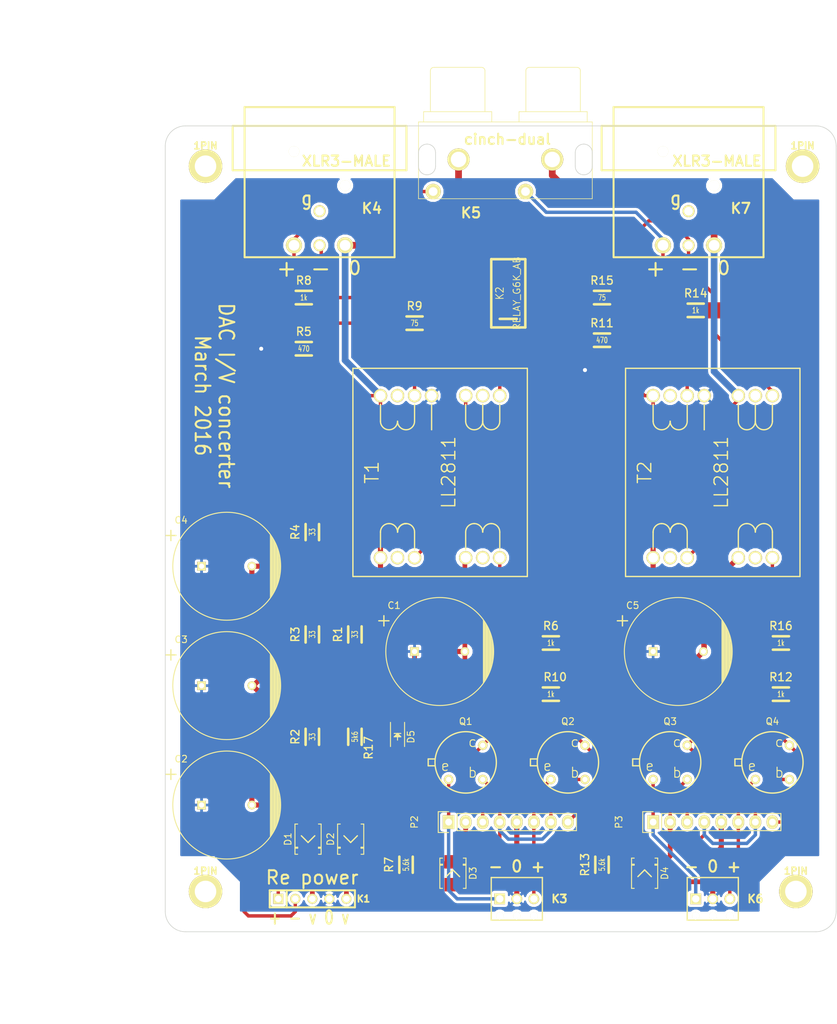
<source format=kicad_pcb>
(kicad_pcb (version 4) (host pcbnew 4.0.2-stable)

  (general
    (links 98)
    (no_connects 0)
    (area 75.714287 31.608121 200.050001 185.700001)
    (thickness 1.6)
    (drawings 22)
    (tracks 337)
    (zones 0)
    (modules 46)
    (nets 30)
  )

  (page A3)
  (layers
    (0 F.Cu signal)
    (31 B.Cu signal)
    (36 B.SilkS user)
    (37 F.SilkS user)
    (38 B.Mask user)
    (39 F.Mask user)
    (40 Dwgs.User user)
    (41 Cmts.User user)
    (44 Edge.Cuts user)
  )

  (setup
    (last_trace_width 0.508)
    (user_trace_width 0.508)
    (user_trace_width 0.702)
    (user_trace_width 1)
    (trace_clearance 0.35)
    (zone_clearance 0.4)
    (zone_45_only no)
    (trace_min 0.25)
    (segment_width 0.2)
    (edge_width 0.1)
    (via_size 1)
    (via_drill 0.5)
    (via_min_size 1)
    (via_min_drill 0.5)
    (uvia_size 1)
    (uvia_drill 0.5)
    (uvias_allowed no)
    (uvia_min_size 1)
    (uvia_min_drill 0.5)
    (pcb_text_width 0.3)
    (pcb_text_size 1.5 1.5)
    (mod_edge_width 0.15)
    (mod_text_size 1 1)
    (mod_text_width 0.15)
    (pad_size 1.5 1.5)
    (pad_drill 0.6)
    (pad_to_mask_clearance 0)
    (aux_axis_origin 0 0)
    (visible_elements 7FFEFFFF)
    (pcbplotparams
      (layerselection 0x010e0_80000001)
      (usegerberextensions true)
      (excludeedgelayer true)
      (linewidth 0.150000)
      (plotframeref false)
      (viasonmask false)
      (mode 1)
      (useauxorigin false)
      (hpglpennumber 1)
      (hpglpenspeed 20)
      (hpglpendiameter 15)
      (hpglpenoverlay 2)
      (psnegative false)
      (psa4output false)
      (plotreference true)
      (plotvalue true)
      (plotinvisibletext false)
      (padsonsilk false)
      (subtractmaskfromsilk false)
      (outputformat 1)
      (mirror false)
      (drillshape 0)
      (scaleselection 1)
      (outputdirectory gerber/))
  )

  (net 0 "")
  (net 1 -12VL)
  (net 2 -12VR)
  (net 3 AGND)
  (net 4 "Net-(C3-Pad2)")
  (net 5 "Net-(C4-Pad2)")
  (net 6 "Net-(D1-Pad2)")
  (net 7 "Net-(D2-Pad2)")
  (net 8 "Net-(K2-Pad7)")
  (net 9 "Net-(K2-Pad6)")
  (net 10 "Net-(K2-Pad3)")
  (net 11 "Net-(K2-Pad2)")
  (net 12 "Net-(K4-Pad1)")
  (net 13 "Net-(K4-Pad2)")
  (net 14 "Net-(K5-Pad1)")
  (net 15 "Net-(K5-Pad4)")
  (net 16 /baseL)
  (net 17 /baseR)
  (net 18 /inLneg)
  (net 19 /inLpos)
  (net 20 /inRneg)
  (net 21 /inRpos)
  (net 22 /primLneg)
  (net 23 /primLpos)
  (net 24 /primRPos)
  (net 25 /primRneg)
  (net 26 /-16V)
  (net 27 "Net-(D5-Pad2)")
  (net 28 /ReP)
  (net 29 /ReN)

  (net_class Default "This is the default net class."
    (clearance 0.35)
    (trace_width 0.508)
    (via_dia 1)
    (via_drill 0.5)
    (uvia_dia 1)
    (uvia_drill 0.5)
    (add_net /-16V)
    (add_net /ReN)
    (add_net /ReP)
    (add_net /baseL)
    (add_net /baseR)
    (add_net /inLneg)
    (add_net /inLpos)
    (add_net /inRneg)
    (add_net /inRpos)
    (add_net /primLneg)
    (add_net /primLpos)
    (add_net /primRPos)
    (add_net /primRneg)
    (add_net "Net-(D1-Pad2)")
    (add_net "Net-(D2-Pad2)")
    (add_net "Net-(D5-Pad2)")
    (add_net "Net-(K2-Pad2)")
    (add_net "Net-(K2-Pad3)")
    (add_net "Net-(K2-Pad6)")
    (add_net "Net-(K2-Pad7)")
    (add_net "Net-(K4-Pad1)")
    (add_net "Net-(K4-Pad2)")
    (add_net "Net-(K5-Pad1)")
    (add_net "Net-(K5-Pad4)")
  )

  (net_class wider ""
    (clearance 0.5)
    (trace_width 0.762)
    (via_dia 1.2)
    (via_drill 0.6)
    (uvia_dia 1.2)
    (uvia_drill 0.6)
    (add_net -12VL)
    (add_net -12VR)
    (add_net AGND)
    (add_net "Net-(C3-Pad2)")
    (add_net "Net-(C4-Pad2)")
  )

  (module screw-3.2 locked (layer F.Cu) (tedit 51102A90) (tstamp 56CCD7CD)
    (at 106 56)
    (descr "module 1 pin")
    (tags "screw hole")
    (path 1pin)
    (fp_text reference 1PIN (at 0 -3.048) (layer F.SilkS)
      (effects (font (size 1.016 1.016) (thickness 0.254)))
    )
    (fp_text value P*** (at 0 2.794) (layer F.SilkS) hide
      (effects (font (size 1.016 1.016) (thickness 0.254)))
    )
    (fp_circle (center 0 0) (end 0 -2.286) (layer F.SilkS) (width 0.381))
    (pad 1 thru_hole circle (at 0 0) (size 5.00126 5.00126) (drill 3.2004) (layers *.Cu *.Mask F.SilkS))
  )

  (module screw-3.2 locked (layer F.Cu) (tedit 51102A90) (tstamp 56CCD7D8)
    (at 195 56)
    (descr "module 1 pin")
    (tags "screw hole")
    (path 1pin)
    (fp_text reference 1PIN (at 0 -3.048) (layer F.SilkS)
      (effects (font (size 1.016 1.016) (thickness 0.254)))
    )
    (fp_text value P*** (at 0 2.794) (layer F.SilkS) hide
      (effects (font (size 1.016 1.016) (thickness 0.254)))
    )
    (fp_circle (center 0 0) (end 0 -2.286) (layer F.SilkS) (width 0.381))
    (pad 1 thru_hole circle (at 0 0) (size 5.00126 5.00126) (drill 3.2004) (layers *.Cu *.Mask F.SilkS))
  )

  (module screw-3.2 locked (layer F.Cu) (tedit 51102A90) (tstamp 56CCD7E3)
    (at 194 164)
    (descr "module 1 pin")
    (tags "screw hole")
    (path 1pin)
    (fp_text reference 1PIN (at 0 -3.048) (layer F.SilkS)
      (effects (font (size 1.016 1.016) (thickness 0.254)))
    )
    (fp_text value P*** (at 0 2.794) (layer F.SilkS) hide
      (effects (font (size 1.016 1.016) (thickness 0.254)))
    )
    (fp_circle (center 0 0) (end 0 -2.286) (layer F.SilkS) (width 0.381))
    (pad 1 thru_hole circle (at 0 0) (size 5.00126 5.00126) (drill 3.2004) (layers *.Cu *.Mask F.SilkS))
  )

  (module screw-3.2 locked (layer F.Cu) (tedit 51102A90) (tstamp 56CCD7EE)
    (at 106 164)
    (descr "module 1 pin")
    (tags "screw hole")
    (path 1pin)
    (fp_text reference 1PIN (at 0 -3.048) (layer F.SilkS)
      (effects (font (size 1.016 1.016) (thickness 0.254)))
    )
    (fp_text value P*** (at 0 2.794) (layer F.SilkS) hide
      (effects (font (size 1.016 1.016) (thickness 0.254)))
    )
    (fp_circle (center 0 0) (end 0 -2.286) (layer F.SilkS) (width 0.381))
    (pad 1 thru_hole circle (at 0 0) (size 5.00126 5.00126) (drill 3.2004) (layers *.Cu *.Mask F.SilkS))
  )

  (module RelaixedPassiveFront:G6K-2F-Y (layer F.Cu) (tedit 4FE214A3) (tstamp 56E8A147)
    (at 151.13 74.93 90)
    (descr "Omron G6K 2FY gullwing")
    (tags "G6K SO8")
    (path /55F53F6C)
    (attr smd)
    (fp_text reference K2 (at 0 -1.27 90) (layer F.SilkS)
      (effects (font (size 1.143 1.016) (thickness 0.127)))
    )
    (fp_text value RELAY_G6K_AB (at 0 1.27 90) (layer F.SilkS)
      (effects (font (size 1.016 1.016) (thickness 0.127)))
    )
    (fp_line (start -3.81 -1.27) (end -3.81 1.27) (layer F.SilkS) (width 0.381))
    (fp_line (start 5.08 2.54) (end -5.08 2.54) (layer F.SilkS) (width 0.381))
    (fp_line (start -5.08 2.54) (end -5.08 -2.54) (layer F.SilkS) (width 0.381))
    (fp_line (start 5.08 2.54) (end 5.08 -2.54) (layer F.SilkS) (width 0.381))
    (fp_line (start 5.08 -2.54) (end -5.08 -2.54) (layer F.SilkS) (width 0.381))
    (pad 8 smd rect (at -3.79984 -3.50012 90) (size 0.8001 1.80086) (layers F.Cu F.Mask)
      (net 29 /ReN))
    (pad 7 smd rect (at -0.59944 -3.50012 90) (size 0.8001 1.80086) (layers F.Cu F.Mask)
      (net 8 "Net-(K2-Pad7)"))
    (pad 6 smd rect (at 1.6002 -3.50012 90) (size 0.8001 1.80086) (layers F.Cu F.Mask)
      (net 9 "Net-(K2-Pad6)"))
    (pad 5 smd rect (at 3.79984 -3.50012 90) (size 0.8001 1.80086) (layers F.Cu F.Mask))
    (pad 4 smd rect (at 3.79984 3.50012 90) (size 0.8001 1.80086) (layers F.Cu F.Mask))
    (pad 3 smd rect (at 1.6002 3.50012 90) (size 0.8001 1.80086) (layers F.Cu F.Mask)
      (net 10 "Net-(K2-Pad3)"))
    (pad 2 smd rect (at -0.59944 3.50012 90) (size 0.8001 1.80086) (layers F.Cu F.Mask)
      (net 11 "Net-(K2-Pad2)"))
    (pad 1 smd rect (at -3.79984 3.50012 90) (size 0.8001 1.80086) (layers F.Cu F.Mask)
      (net 28 /ReP))
    (model smd/cms_so8.wrl
      (at (xyz 0 0 0))
      (scale (xyz 0.5 0.38 0.5))
      (rotate (xyz 0 0 0))
    )
  )

  (module RelaixedPassiveFront:NC3MAH locked (layer F.Cu) (tedit 56F46C3E) (tstamp 56E8A15D)
    (at 123 50)
    (descr "Neutrik XLR NC3MAH male 3-pin")
    (tags "XLR male")
    (path /55F53F94)
    (fp_text reference K4 (at 7.7851 12.28598) (layer F.SilkS)
      (effects (font (thickness 0.3048)))
    )
    (fp_text value XLR3-MALE (at 4 5.245) (layer F.SilkS)
      (effects (font (thickness 0.3048)))
    )
    (fp_text user g (at -1.905 10.795) (layer F.SilkS)
      (effects (font (size 1.99898 1.80086) (thickness 0.3048)))
    )
    (fp_text user 0 (at 5.2451 21.17598) (layer F.SilkS)
      (effects (font (size 1.99898 1.99898) (thickness 0.3048)))
    )
    (fp_text user - (at 0.1651 21.17598) (layer F.SilkS)
      (effects (font (size 2.49936 2.49936) (thickness 0.3048)))
    )
    (fp_text user + (at -4.9149 21.17598) (layer F.SilkS)
      (effects (font (size 2.49936 2.49936) (thickness 0.3048)))
    )
    (fp_line (start -11.176 19.558) (end 11.176 19.558) (layer F.SilkS) (width 0.29972))
    (fp_line (start -11.176 0) (end -11.176 19.558) (layer F.SilkS) (width 0.29972))
    (fp_line (start 11.176 0) (end 11.176 19.558) (layer F.SilkS) (width 0.29972))
    (fp_line (start 12.954 0) (end 12.954 6.604) (layer F.SilkS) (width 0.29972))
    (fp_line (start 12.954 6.604) (end -12.954 6.604) (layer F.SilkS) (width 0.29972))
    (fp_line (start -12.954 6.604) (end -12.954 0) (layer F.SilkS) (width 0.29972))
    (fp_line (start -12.954 0) (end 12.954 0) (layer F.SilkS) (width 0.29972))
    (fp_line (start 11.176 0) (end 11.176 -2.794) (layer F.SilkS) (width 0.29972))
    (fp_line (start 11.176 -2.794) (end -11.176 -2.794) (layer F.SilkS) (width 0.29972))
    (fp_line (start -11.176 -2.794) (end -11.176 0) (layer F.SilkS) (width 0.29972))
    (pad 1 thru_hole circle (at 3.81 17.78) (size 2.4003 2.4003) (drill 1.6002) (layers *.Cu *.Mask F.SilkS)
      (net 12 "Net-(K4-Pad1)"))
    (pad 3 thru_hole circle (at 0 17.78) (size 1.80086 1.80086) (drill 1.30048) (layers *.Cu *.Mask F.SilkS)
      (net 9 "Net-(K2-Pad6)"))
    (pad 2 thru_hole circle (at -3.81 17.78) (size 2.4003 2.4003) (drill 1.6002) (layers *.Cu *.Mask F.SilkS)
      (net 13 "Net-(K4-Pad2)"))
    (pad "" np_thru_hole circle (at 3.81 8.89) (size 1.6002 1.6002) (drill 1.6002) (layers *.Cu *.Mask F.SilkS))
    (pad "" np_thru_hole circle (at -3.81 3.81) (size 1.6002 1.6002) (drill 1.6002) (layers *.Cu *.Mask F.SilkS))
    (pad 4 thru_hole circle (at 0 12.7) (size 1.80086 1.80086) (drill 1.30048) (layers *.Cu *.Mask F.SilkS))
  )

  (module RelaixedPassiveFront:dualphono-kobiconn (layer F.Cu) (tedit 56F46FFA) (tstamp 56E8A174)
    (at 138 55)
    (path /56E74195)
    (fp_text reference K5 (at 7.56666 7.95274) (layer F.SilkS)
      (effects (font (thickness 0.3048)))
    )
    (fp_text value cinch-dual (at 13 -3) (layer F.SilkS)
      (effects (font (thickness 0.3048)))
    )
    (fp_arc (start 16.256 -13.208) (end 15.748 -13.208) (angle 90) (layer F.SilkS) (width 0.09906))
    (fp_line (start 15.748 -7.112) (end 15.748 -13.208) (layer F.SilkS) (width 0.09906))
    (fp_line (start 23.876 -7.112) (end 23.876 -13.208) (layer F.SilkS) (width 0.09906))
    (fp_arc (start 23.368 -13.208) (end 23.368 -13.716) (angle 90) (layer F.SilkS) (width 0.09906))
    (fp_line (start 23.368 -13.716) (end 16.256 -13.716) (layer F.SilkS) (width 0.09906))
    (fp_line (start 9.144 -13.716) (end 2.032 -13.716) (layer F.SilkS) (width 0.09906))
    (fp_arc (start 9.144 -13.208) (end 9.144 -13.716) (angle 90) (layer F.SilkS) (width 0.09906))
    (fp_line (start 9.652 -7.112) (end 9.652 -13.208) (layer F.SilkS) (width 0.09906))
    (fp_line (start 1.524 -7.112) (end 1.524 -13.208) (layer F.SilkS) (width 0.09906))
    (fp_arc (start 2.032 -13.208) (end 1.524 -13.208) (angle 90) (layer F.SilkS) (width 0.09906))
    (fp_line (start 24.892 -5.588) (end 24.892 -7.112) (layer F.SilkS) (width 0.09906))
    (fp_line (start 24.892 -7.112) (end 14.732 -7.112) (layer F.SilkS) (width 0.09906))
    (fp_line (start 14.732 -7.112) (end 14.732 -5.588) (layer F.SilkS) (width 0.09906))
    (fp_line (start 0.508 -5.588) (end 0.508 -7.112) (layer F.SilkS) (width 0.09906))
    (fp_line (start 0.508 -7.112) (end 10.668 -7.112) (layer F.SilkS) (width 0.09906))
    (fp_line (start 10.668 -7.112) (end 10.668 -5.588) (layer F.SilkS) (width 0.09906))
    (fp_line (start 0 -5.588) (end -0.254 -5.588) (layer F.SilkS) (width 0.09906))
    (fp_line (start -0.254 -5.588) (end -0.254 5.842) (layer F.SilkS) (width 0.09906))
    (fp_line (start -0.254 5.842) (end 0 5.842) (layer F.SilkS) (width 0.09906))
    (fp_line (start 0 -5.588) (end 25.654 -5.588) (layer F.SilkS) (width 0.09906))
    (fp_line (start 25.654 -5.588) (end 25.654 5.842) (layer F.SilkS) (width 0.09906))
    (fp_line (start 25.654 5.842) (end 0 5.842) (layer F.SilkS) (width 0.09906))
    (fp_arc (start 24.384 -1.016) (end 24.384 -2.286) (angle 90) (layer Edge.Cuts) (width 0.09906))
    (fp_arc (start 24.384 -1.016) (end 23.114 -1.016) (angle 90) (layer Edge.Cuts) (width 0.09906))
    (fp_arc (start 24.384 1.016) (end 24.384 2.286) (angle 90) (layer Edge.Cuts) (width 0.09906))
    (fp_arc (start 24.384 1.016) (end 25.654 1.016) (angle 90) (layer Edge.Cuts) (width 0.09906))
    (fp_line (start 23.114 -1.016) (end 23.114 1.016) (layer Edge.Cuts) (width 0.09906))
    (fp_line (start 25.654 -1.016) (end 25.654 1.016) (layer Edge.Cuts) (width 0.09906))
    (fp_line (start 2.286 -1.016) (end 2.286 1.016) (layer Edge.Cuts) (width 0.09906))
    (fp_line (start -0.254 -1.016) (end -0.254 1.016) (layer Edge.Cuts) (width 0.09906))
    (fp_arc (start 1.016 1.016) (end 2.286 1.016) (angle 90) (layer Edge.Cuts) (width 0.09906))
    (fp_arc (start 1.016 1.016) (end 1.016 2.286) (angle 90) (layer Edge.Cuts) (width 0.09906))
    (fp_arc (start 1.016 -1.016) (end -0.254 -1.016) (angle 90) (layer Edge.Cuts) (width 0.09906))
    (fp_arc (start 1.016 -1.016) (end 1.016 -2.286) (angle 90) (layer Edge.Cuts) (width 0.09906))
    (pad 4 thru_hole circle (at 19.685 0) (size 3.302 3.302) (drill 2.30124) (layers *.Cu *.Mask F.SilkS)
      (net 15 "Net-(K5-Pad4)"))
    (pad 3 thru_hole circle (at 5.715 0) (size 3.302 3.302) (drill 2.30124) (layers *.Cu *.Mask F.SilkS)
      (net 12 "Net-(K4-Pad1)"))
    (pad 2 thru_hole circle (at 1.9304 4.7752) (size 2.286 2.286) (drill 1.30048) (layers *.Cu *.Mask F.SilkS)
      (net 13 "Net-(K4-Pad2)"))
    (pad 1 thru_hole circle (at 15.6972 4.7752) (size 2.286 2.286) (drill 1.30048) (layers *.Cu *.Mask F.SilkS)
      (net 14 "Net-(K5-Pad1)"))
  )

  (module RelaixedPassiveFront:NC3MAH (layer F.Cu) (tedit 56F46C45) (tstamp 56E8A1BA)
    (at 178 50)
    (descr "Neutrik XLR NC3MAH male 3-pin")
    (tags "XLR male")
    (path /55F57326)
    (fp_text reference K7 (at 7.7851 12.28598) (layer F.SilkS)
      (effects (font (thickness 0.3048)))
    )
    (fp_text value XLR3-MALE (at 4.245 5.245) (layer F.SilkS)
      (effects (font (thickness 0.3048)))
    )
    (fp_text user g (at -1.905 10.795) (layer F.SilkS)
      (effects (font (size 1.99898 1.80086) (thickness 0.3048)))
    )
    (fp_text user 0 (at 5.2451 21.17598) (layer F.SilkS)
      (effects (font (size 1.99898 1.99898) (thickness 0.3048)))
    )
    (fp_text user - (at 0.1651 21.17598) (layer F.SilkS)
      (effects (font (size 2.49936 2.49936) (thickness 0.3048)))
    )
    (fp_text user + (at -4.9149 21.17598) (layer F.SilkS)
      (effects (font (size 2.49936 2.49936) (thickness 0.3048)))
    )
    (fp_line (start -11.176 19.558) (end 11.176 19.558) (layer F.SilkS) (width 0.29972))
    (fp_line (start -11.176 0) (end -11.176 19.558) (layer F.SilkS) (width 0.29972))
    (fp_line (start 11.176 0) (end 11.176 19.558) (layer F.SilkS) (width 0.29972))
    (fp_line (start 12.954 0) (end 12.954 6.604) (layer F.SilkS) (width 0.29972))
    (fp_line (start 12.954 6.604) (end -12.954 6.604) (layer F.SilkS) (width 0.29972))
    (fp_line (start -12.954 6.604) (end -12.954 0) (layer F.SilkS) (width 0.29972))
    (fp_line (start -12.954 0) (end 12.954 0) (layer F.SilkS) (width 0.29972))
    (fp_line (start 11.176 0) (end 11.176 -2.794) (layer F.SilkS) (width 0.29972))
    (fp_line (start 11.176 -2.794) (end -11.176 -2.794) (layer F.SilkS) (width 0.29972))
    (fp_line (start -11.176 -2.794) (end -11.176 0) (layer F.SilkS) (width 0.29972))
    (pad 1 thru_hole circle (at 3.81 17.78) (size 2.4003 2.4003) (drill 1.6002) (layers *.Cu *.Mask F.SilkS)
      (net 15 "Net-(K5-Pad4)"))
    (pad 3 thru_hole circle (at 0 17.78) (size 1.80086 1.80086) (drill 1.30048) (layers *.Cu *.Mask F.SilkS)
      (net 10 "Net-(K2-Pad3)"))
    (pad 2 thru_hole circle (at -3.81 17.78) (size 2.4003 2.4003) (drill 1.6002) (layers *.Cu *.Mask F.SilkS)
      (net 14 "Net-(K5-Pad1)"))
    (pad "" np_thru_hole circle (at 3.81 8.89) (size 1.6002 1.6002) (drill 1.6002) (layers *.Cu *.Mask F.SilkS))
    (pad "" np_thru_hole circle (at -3.81 3.81) (size 1.6002 1.6002) (drill 1.6002) (layers *.Cu *.Mask F.SilkS))
    (pad 4 thru_hole circle (at 0 12.7) (size 1.80086 1.80086) (drill 1.30048) (layers *.Cu *.Mask F.SilkS))
  )

  (module RelaixedPassiveFront:MMB0207 (layer F.Cu) (tedit 56EF2DDA) (tstamp 56E9CA74)
    (at 128.27 125.73 270)
    (path /55F53C33)
    (fp_text reference R1 (at 0 2.54 270) (layer F.SilkS)
      (effects (font (size 1.19888 1.19888) (thickness 0.20066)))
    )
    (fp_text value 33 (at 0 0 270) (layer F.SilkS)
      (effects (font (size 0.8509 0.59944) (thickness 0.11938)))
    )
    (fp_line (start -1.19888 1.00076) (end 1.19888 1.00076) (layer F.SilkS) (width 0.381))
    (fp_line (start -1.19888 -1.00076) (end 1.19888 -1.00076) (layer F.SilkS) (width 0.381))
    (pad 1 smd rect (at -2.60096 0 270) (size 2.4003 2.4003) (layers F.Cu F.Mask)
      (net 5 "Net-(C4-Pad2)"))
    (pad 2 smd rect (at 2.60096 0 270) (size 2.4003 2.4003) (layers F.Cu F.Mask)
      (net 1 -12VL))
  )

  (module RelaixedPassiveFront:MMB0207 (layer F.Cu) (tedit 56EF2DDD) (tstamp 56E9CA7B)
    (at 121.92 140.97 90)
    (path /55F53C25)
    (fp_text reference R2 (at 0 -2.54 90) (layer F.SilkS)
      (effects (font (size 1.19888 1.19888) (thickness 0.20066)))
    )
    (fp_text value 33 (at 0 0 90) (layer F.SilkS)
      (effects (font (size 0.8509 0.59944) (thickness 0.11938)))
    )
    (fp_line (start -1.19888 1.00076) (end 1.19888 1.00076) (layer F.SilkS) (width 0.381))
    (fp_line (start -1.19888 -1.00076) (end 1.19888 -1.00076) (layer F.SilkS) (width 0.381))
    (pad 1 smd rect (at -2.60096 0 90) (size 2.4003 2.4003) (layers F.Cu F.Mask)
      (net 26 /-16V))
    (pad 2 smd rect (at 2.60096 0 90) (size 2.4003 2.4003) (layers F.Cu F.Mask)
      (net 4 "Net-(C3-Pad2)"))
  )

  (module RelaixedPassiveFront:MMB0207 (layer F.Cu) (tedit 56EF2DD7) (tstamp 56E9CA82)
    (at 121.92 125.73 90)
    (path /55F53C2B)
    (fp_text reference R3 (at 0 -2.54 90) (layer F.SilkS)
      (effects (font (size 1.19888 1.19888) (thickness 0.20066)))
    )
    (fp_text value 33 (at 0 0 90) (layer F.SilkS)
      (effects (font (size 0.8509 0.59944) (thickness 0.11938)))
    )
    (fp_line (start -1.19888 1.00076) (end 1.19888 1.00076) (layer F.SilkS) (width 0.381))
    (fp_line (start -1.19888 -1.00076) (end 1.19888 -1.00076) (layer F.SilkS) (width 0.381))
    (pad 1 smd rect (at -2.60096 0 90) (size 2.4003 2.4003) (layers F.Cu F.Mask)
      (net 4 "Net-(C3-Pad2)"))
    (pad 2 smd rect (at 2.60096 0 90) (size 2.4003 2.4003) (layers F.Cu F.Mask)
      (net 5 "Net-(C4-Pad2)"))
  )

  (module RelaixedPassiveFront:MMB0207 (layer F.Cu) (tedit 56EF2DD3) (tstamp 56E9CA89)
    (at 121.92 110.49 90)
    (path /55F53DA4)
    (fp_text reference R4 (at 0 -2.54 90) (layer F.SilkS)
      (effects (font (size 1.19888 1.19888) (thickness 0.20066)))
    )
    (fp_text value 33 (at 0 0 90) (layer F.SilkS)
      (effects (font (size 0.8509 0.59944) (thickness 0.11938)))
    )
    (fp_line (start -1.19888 1.00076) (end 1.19888 1.00076) (layer F.SilkS) (width 0.381))
    (fp_line (start -1.19888 -1.00076) (end 1.19888 -1.00076) (layer F.SilkS) (width 0.381))
    (pad 1 smd rect (at -2.60096 0 90) (size 2.4003 2.4003) (layers F.Cu F.Mask)
      (net 5 "Net-(C4-Pad2)"))
    (pad 2 smd rect (at 2.60096 0 90) (size 2.4003 2.4003) (layers F.Cu F.Mask)
      (net 2 -12VR))
  )

  (module RelaixedPassiveFront:MMB0207 (layer F.Cu) (tedit 56EF2DC3) (tstamp 56E9CA90)
    (at 120.65 83.185)
    (path /55F565AC)
    (fp_text reference R5 (at 0 -2.54) (layer F.SilkS)
      (effects (font (size 1.19888 1.19888) (thickness 0.20066)))
    )
    (fp_text value 470 (at 0 0) (layer F.SilkS)
      (effects (font (size 0.8509 0.59944) (thickness 0.11938)))
    )
    (fp_line (start -1.19888 1.00076) (end 1.19888 1.00076) (layer F.SilkS) (width 0.381))
    (fp_line (start -1.19888 -1.00076) (end 1.19888 -1.00076) (layer F.SilkS) (width 0.381))
    (pad 1 smd rect (at -2.60096 0) (size 2.4003 2.4003) (layers F.Cu F.Mask)
      (net 3 AGND))
    (pad 2 smd rect (at 2.60096 0) (size 2.4003 2.4003) (layers F.Cu F.Mask)
      (net 12 "Net-(K4-Pad1)"))
  )

  (module RelaixedPassiveFront:MMB0207 (layer F.Cu) (tedit 56EF2DE3) (tstamp 56E9CA97)
    (at 157.48 127)
    (path /558DBBAC)
    (fp_text reference R6 (at 0 -2.54) (layer F.SilkS)
      (effects (font (size 1.19888 1.19888) (thickness 0.20066)))
    )
    (fp_text value 1k (at 0 0) (layer F.SilkS)
      (effects (font (size 0.8509 0.59944) (thickness 0.11938)))
    )
    (fp_line (start -1.19888 1.00076) (end 1.19888 1.00076) (layer F.SilkS) (width 0.381))
    (fp_line (start -1.19888 -1.00076) (end 1.19888 -1.00076) (layer F.SilkS) (width 0.381))
    (pad 1 smd rect (at -2.60096 0) (size 2.4003 2.4003) (layers F.Cu F.Mask)
      (net 22 /primLneg))
    (pad 2 smd rect (at 2.60096 0) (size 2.4003 2.4003) (layers F.Cu F.Mask)
      (net 1 -12VL))
  )

  (module RelaixedPassiveFront:MMB0207 (layer F.Cu) (tedit 56EF2DFB) (tstamp 56E9CA9E)
    (at 135.89 160.02 90)
    (path /558DBB6A)
    (fp_text reference R7 (at 0 -2.54 90) (layer F.SilkS)
      (effects (font (size 1.19888 1.19888) (thickness 0.20066)))
    )
    (fp_text value 5.6k (at 0 0 90) (layer F.SilkS)
      (effects (font (size 0.8509 0.59944) (thickness 0.11938)))
    )
    (fp_line (start -1.19888 1.00076) (end 1.19888 1.00076) (layer F.SilkS) (width 0.381))
    (fp_line (start -1.19888 -1.00076) (end 1.19888 -1.00076) (layer F.SilkS) (width 0.381))
    (pad 1 smd rect (at -2.60096 0 90) (size 2.4003 2.4003) (layers F.Cu F.Mask)
      (net 16 /baseL))
    (pad 2 smd rect (at 2.60096 0 90) (size 2.4003 2.4003) (layers F.Cu F.Mask)
      (net 1 -12VL))
  )

  (module RelaixedPassiveFront:MMB0207 (layer F.Cu) (tedit 56EF2DC0) (tstamp 56E9CAA5)
    (at 120.65 75.565 180)
    (path /55F54234)
    (fp_text reference R8 (at 0 2.54 180) (layer F.SilkS)
      (effects (font (size 1.19888 1.19888) (thickness 0.20066)))
    )
    (fp_text value 1k (at 0 0 180) (layer F.SilkS)
      (effects (font (size 0.8509 0.59944) (thickness 0.11938)))
    )
    (fp_line (start -1.19888 1.00076) (end 1.19888 1.00076) (layer F.SilkS) (width 0.381))
    (fp_line (start -1.19888 -1.00076) (end 1.19888 -1.00076) (layer F.SilkS) (width 0.381))
    (pad 1 smd rect (at -2.60096 0 180) (size 2.4003 2.4003) (layers F.Cu F.Mask)
      (net 9 "Net-(K2-Pad6)"))
    (pad 2 smd rect (at 2.60096 0 180) (size 2.4003 2.4003) (layers F.Cu F.Mask)
      (net 13 "Net-(K4-Pad2)"))
  )

  (module RelaixedPassiveFront:MMB0207 (layer F.Cu) (tedit 56EF2DE0) (tstamp 56E9CAAC)
    (at 157.48 134.62 180)
    (path /558DC03C)
    (fp_text reference R10 (at -0.635 2.54 180) (layer F.SilkS)
      (effects (font (size 1.19888 1.19888) (thickness 0.20066)))
    )
    (fp_text value 1k (at 0 0 180) (layer F.SilkS)
      (effects (font (size 0.8509 0.59944) (thickness 0.11938)))
    )
    (fp_line (start -1.19888 1.00076) (end 1.19888 1.00076) (layer F.SilkS) (width 0.381))
    (fp_line (start -1.19888 -1.00076) (end 1.19888 -1.00076) (layer F.SilkS) (width 0.381))
    (pad 1 smd rect (at -2.60096 0 180) (size 2.4003 2.4003) (layers F.Cu F.Mask)
      (net 1 -12VL))
    (pad 2 smd rect (at 2.60096 0 180) (size 2.4003 2.4003) (layers F.Cu F.Mask)
      (net 23 /primLpos))
  )

  (module RelaixedPassiveFront:MMB0207 (layer F.Cu) (tedit 56EF2DB6) (tstamp 56E9CAB3)
    (at 165.1 81.915)
    (path /55F5734E)
    (fp_text reference R11 (at 0 -2.54) (layer F.SilkS)
      (effects (font (size 1.19888 1.19888) (thickness 0.20066)))
    )
    (fp_text value 470 (at 0 0) (layer F.SilkS)
      (effects (font (size 0.8509 0.59944) (thickness 0.11938)))
    )
    (fp_line (start -1.19888 1.00076) (end 1.19888 1.00076) (layer F.SilkS) (width 0.381))
    (fp_line (start -1.19888 -1.00076) (end 1.19888 -1.00076) (layer F.SilkS) (width 0.381))
    (pad 1 smd rect (at -2.60096 0) (size 2.4003 2.4003) (layers F.Cu F.Mask)
      (net 3 AGND))
    (pad 2 smd rect (at 2.60096 0) (size 2.4003 2.4003) (layers F.Cu F.Mask)
      (net 15 "Net-(K5-Pad4)"))
  )

  (module RelaixedPassiveFront:MMB0207 (layer F.Cu) (tedit 56EF2DEC) (tstamp 56E9CABA)
    (at 191.77 134.62)
    (path /55F572F1)
    (fp_text reference R12 (at 0 -2.54) (layer F.SilkS)
      (effects (font (size 1.19888 1.19888) (thickness 0.20066)))
    )
    (fp_text value 1k (at 0 0) (layer F.SilkS)
      (effects (font (size 0.8509 0.59944) (thickness 0.11938)))
    )
    (fp_line (start -1.19888 1.00076) (end 1.19888 1.00076) (layer F.SilkS) (width 0.381))
    (fp_line (start -1.19888 -1.00076) (end 1.19888 -1.00076) (layer F.SilkS) (width 0.381))
    (pad 1 smd rect (at -2.60096 0) (size 2.4003 2.4003) (layers F.Cu F.Mask)
      (net 25 /primRneg))
    (pad 2 smd rect (at 2.60096 0) (size 2.4003 2.4003) (layers F.Cu F.Mask)
      (net 2 -12VR))
  )

  (module RelaixedPassiveFront:MMB0207 (layer F.Cu) (tedit 56EF2DFF) (tstamp 56E9CAC1)
    (at 165.1 160.02 90)
    (path /55F572E5)
    (fp_text reference R13 (at 0 -2.54 90) (layer F.SilkS)
      (effects (font (size 1.19888 1.19888) (thickness 0.20066)))
    )
    (fp_text value 5.6k (at 0 0 90) (layer F.SilkS)
      (effects (font (size 0.8509 0.59944) (thickness 0.11938)))
    )
    (fp_line (start -1.19888 1.00076) (end 1.19888 1.00076) (layer F.SilkS) (width 0.381))
    (fp_line (start -1.19888 -1.00076) (end 1.19888 -1.00076) (layer F.SilkS) (width 0.381))
    (pad 1 smd rect (at -2.60096 0 90) (size 2.4003 2.4003) (layers F.Cu F.Mask)
      (net 17 /baseR))
    (pad 2 smd rect (at 2.60096 0 90) (size 2.4003 2.4003) (layers F.Cu F.Mask)
      (net 2 -12VR))
  )

  (module RelaixedPassiveFront:MMB0207 (layer F.Cu) (tedit 56EF2DAD) (tstamp 56E9CAC8)
    (at 179.07 77.47 180)
    (path /55F57336)
    (fp_text reference R14 (at 0 2.54 180) (layer F.SilkS)
      (effects (font (size 1.19888 1.19888) (thickness 0.20066)))
    )
    (fp_text value 1k (at 0 0 180) (layer F.SilkS)
      (effects (font (size 0.8509 0.59944) (thickness 0.11938)))
    )
    (fp_line (start -1.19888 1.00076) (end 1.19888 1.00076) (layer F.SilkS) (width 0.381))
    (fp_line (start -1.19888 -1.00076) (end 1.19888 -1.00076) (layer F.SilkS) (width 0.381))
    (pad 1 smd rect (at -2.60096 0 180) (size 2.4003 2.4003) (layers F.Cu F.Mask)
      (net 10 "Net-(K2-Pad3)"))
    (pad 2 smd rect (at 2.60096 0 180) (size 2.4003 2.4003) (layers F.Cu F.Mask)
      (net 14 "Net-(K5-Pad1)"))
  )

  (module RelaixedPassiveFront:MMB0207 (layer F.Cu) (tedit 56EF2DB3) (tstamp 56E9CACF)
    (at 165.1 75.565)
    (path /55F57305)
    (fp_text reference R15 (at 0 -2.54) (layer F.SilkS)
      (effects (font (size 1.19888 1.19888) (thickness 0.20066)))
    )
    (fp_text value 75 (at 0 0) (layer F.SilkS)
      (effects (font (size 0.8509 0.59944) (thickness 0.11938)))
    )
    (fp_line (start -1.19888 1.00076) (end 1.19888 1.00076) (layer F.SilkS) (width 0.381))
    (fp_line (start -1.19888 -1.00076) (end 1.19888 -1.00076) (layer F.SilkS) (width 0.381))
    (pad 1 smd rect (at -2.60096 0) (size 2.4003 2.4003) (layers F.Cu F.Mask)
      (net 11 "Net-(K2-Pad2)"))
    (pad 2 smd rect (at 2.60096 0) (size 2.4003 2.4003) (layers F.Cu F.Mask)
      (net 14 "Net-(K5-Pad1)"))
  )

  (module RelaixedPassiveFront:MMB0207 (layer F.Cu) (tedit 56EF2DF0) (tstamp 56E9CAD6)
    (at 191.77 127 180)
    (path /55F5730F)
    (fp_text reference R16 (at 0 2.54 180) (layer F.SilkS)
      (effects (font (size 1.19888 1.19888) (thickness 0.20066)))
    )
    (fp_text value 1k (at 0 0 180) (layer F.SilkS)
      (effects (font (size 0.8509 0.59944) (thickness 0.11938)))
    )
    (fp_line (start -1.19888 1.00076) (end 1.19888 1.00076) (layer F.SilkS) (width 0.381))
    (fp_line (start -1.19888 -1.00076) (end 1.19888 -1.00076) (layer F.SilkS) (width 0.381))
    (pad 1 smd rect (at -2.60096 0 180) (size 2.4003 2.4003) (layers F.Cu F.Mask)
      (net 2 -12VR))
    (pad 2 smd rect (at 2.60096 0 180) (size 2.4003 2.4003) (layers F.Cu F.Mask)
      (net 24 /primRPos))
  )

  (module RelaixedPassiveFront:LL2811 (layer F.Cu) (tedit 56E9CDDF) (tstamp 56E9DBB8)
    (at 140.97 101.6 90)
    (tags "Lundahl LL2811 audio transformer")
    (path /56E73887)
    (attr smd)
    (fp_text reference T1 (at 0 -10.16 90) (layer F.SilkS)
      (effects (font (size 2 2) (thickness 0.2)))
    )
    (fp_text value LL2811 (at 0 1.27 90) (layer F.SilkS)
      (effects (font (size 2 2) (thickness 0.2)))
    )
    (fp_line (start 10.16 -1.27) (end 6.35 -1.27) (layer F.SilkS) (width 0.2))
    (fp_line (start 7.62 8.89) (end 10.16 8.89) (layer F.SilkS) (width 0.2))
    (fp_line (start 7.62 6.35) (end 10.16 6.35) (layer F.SilkS) (width 0.2))
    (fp_line (start 7.62 3.81) (end 10.16 3.81) (layer F.SilkS) (width 0.2))
    (fp_line (start 7.62 -3.81) (end 10.16 -3.81) (layer F.SilkS) (width 0.2))
    (fp_line (start 7.62 -8.89) (end 10.16 -8.89) (layer F.SilkS) (width 0.2))
    (fp_line (start -8.89 8.89) (end -11.43 8.89) (layer F.SilkS) (width 0.2))
    (fp_line (start -8.89 3.81) (end -11.43 3.81) (layer F.SilkS) (width 0.2))
    (fp_line (start -8.89 -3.81) (end -11.43 -3.81) (layer F.SilkS) (width 0.2))
    (fp_line (start -8.89 -8.89) (end -11.43 -8.89) (layer F.SilkS) (width 0.2))
    (fp_arc (start 7.62 7.62) (end 7.62 8.89) (angle 90) (layer F.SilkS) (width 0.2))
    (fp_arc (start 7.62 7.62) (end 6.35 7.62) (angle 90) (layer F.SilkS) (width 0.2))
    (fp_arc (start 7.62 5.08) (end 7.62 6.35) (angle 90) (layer F.SilkS) (width 0.2))
    (fp_arc (start 7.62 5.08) (end 6.35 5.08) (angle 90) (layer F.SilkS) (width 0.2))
    (fp_arc (start 7.62 -5.08) (end 7.62 -3.81) (angle 90) (layer F.SilkS) (width 0.2))
    (fp_arc (start 7.62 -5.08) (end 6.35 -5.08) (angle 90) (layer F.SilkS) (width 0.2))
    (fp_arc (start 7.62 -7.62) (end 7.62 -6.35) (angle 90) (layer F.SilkS) (width 0.2))
    (fp_arc (start 7.62 -7.62) (end 6.35 -7.62) (angle 90) (layer F.SilkS) (width 0.2))
    (fp_arc (start -8.89 7.62) (end -8.89 6.35) (angle 90) (layer F.SilkS) (width 0.2))
    (fp_arc (start -8.89 7.62) (end -7.62 7.62) (angle 90) (layer F.SilkS) (width 0.2))
    (fp_arc (start -8.89 5.08) (end -7.62 5.08) (angle 90) (layer F.SilkS) (width 0.2))
    (fp_arc (start -8.89 -5.08) (end -8.89 -6.35) (angle 90) (layer F.SilkS) (width 0.2))
    (fp_arc (start -8.89 5.08) (end -8.89 3.81) (angle 90) (layer F.SilkS) (width 0.2))
    (fp_arc (start -8.89 -5.08) (end -8.89 -6.35) (angle 90) (layer F.SilkS) (width 0.2))
    (fp_arc (start -8.89 -5.08) (end -7.62 -5.08) (angle 90) (layer F.SilkS) (width 0.2))
    (fp_arc (start -8.89 -5.08) (end -8.89 -6.35) (angle 90) (layer F.SilkS) (width 0.2))
    (fp_arc (start -8.89 -7.62) (end -7.62 -7.62) (angle 90) (layer F.SilkS) (width 0.2))
    (fp_arc (start -8.89 -7.62) (end -8.89 -8.89) (angle 90) (layer F.SilkS) (width 0.2))
    (fp_line (start -15.5 -13) (end 15.5 -13) (layer F.SilkS) (width 0.2))
    (fp_line (start 15.5 -13) (end 15.5 13) (layer F.SilkS) (width 0.2))
    (fp_line (start 15.5 13) (end -15.5 13) (layer F.SilkS) (width 0.2))
    (fp_line (start -15.5 13) (end -15.5 -13) (layer F.SilkS) (width 0.2))
    (pad 1 thru_hole circle (at -12.7 8.89 90) (size 2 2) (drill 1.5) (layers *.Cu *.Mask F.SilkS)
      (net 22 /primLneg))
    (pad 2 thru_hole circle (at -12.7 6.35 90) (size 2 2) (drill 1.5) (layers *.Cu *.Mask F.SilkS))
    (pad 3 thru_hole circle (at -12.7 3.81 90) (size 2 2) (drill 1.5) (layers *.Cu *.Mask F.SilkS)
      (net 1 -12VL))
    (pad 6 thru_hole circle (at -12.7 -3.81 90) (size 2 2) (drill 1.5) (layers *.Cu *.Mask F.SilkS)
      (net 23 /primLpos))
    (pad 7 thru_hole circle (at -12.7 -6.35 90) (size 2 2) (drill 1.5) (layers *.Cu *.Mask F.SilkS))
    (pad 8 thru_hole circle (at -12.7 -8.89 90) (size 2 2) (drill 1.5) (layers *.Cu *.Mask F.SilkS)
      (net 1 -12VL))
    (pad 9 thru_hole circle (at 11.43 8.89 90) (size 2 2) (drill 1.5) (layers *.Cu *.Mask F.SilkS)
      (net 9 "Net-(K2-Pad6)"))
    (pad 10 thru_hole circle (at 11.43 6.35 90) (size 2 2) (drill 1.5) (layers *.Cu *.Mask F.SilkS))
    (pad 11 thru_hole circle (at 11.43 3.81 90) (size 2 2) (drill 1.5) (layers *.Cu *.Mask F.SilkS)
      (net 12 "Net-(K4-Pad1)"))
    (pad 13 thru_hole circle (at 11.43 -1.27 90) (size 2 2) (drill 1.5) (layers *.Cu *.Mask F.SilkS)
      (net 3 AGND))
    (pad 14 thru_hole circle (at 11.43 -3.81 90) (size 2 2) (drill 1.5) (layers *.Cu *.Mask F.SilkS)
      (net 13 "Net-(K4-Pad2)"))
    (pad 15 thru_hole circle (at 11.43 -6.35 90) (size 2 2) (drill 1.5) (layers *.Cu *.Mask F.SilkS))
    (pad 16 thru_hole circle (at 11.43 -8.89 90) (size 2 2) (drill 1.5) (layers *.Cu *.Mask F.SilkS)
      (net 12 "Net-(K4-Pad1)"))
    (model Housings_SOIC.3dshapes/SOIC-8-1EP_3.9x4.9mm_Pitch1.27mm.wrl
      (at (xyz 0 0 0))
      (scale (xyz 1 1 1))
      (rotate (xyz 0 0 0))
    )
  )

  (module RelaixedPassiveFront:LL2811 (layer F.Cu) (tedit 56E9CDDF) (tstamp 56E9DBE8)
    (at 181.61 101.6 90)
    (tags "Lundahl LL2811 audio transformer")
    (path /56E73BAB)
    (attr smd)
    (fp_text reference T2 (at 0 -10.16 90) (layer F.SilkS)
      (effects (font (size 2 2) (thickness 0.2)))
    )
    (fp_text value LL2811 (at 0 1.27 90) (layer F.SilkS)
      (effects (font (size 2 2) (thickness 0.2)))
    )
    (fp_line (start 10.16 -1.27) (end 6.35 -1.27) (layer F.SilkS) (width 0.2))
    (fp_line (start 7.62 8.89) (end 10.16 8.89) (layer F.SilkS) (width 0.2))
    (fp_line (start 7.62 6.35) (end 10.16 6.35) (layer F.SilkS) (width 0.2))
    (fp_line (start 7.62 3.81) (end 10.16 3.81) (layer F.SilkS) (width 0.2))
    (fp_line (start 7.62 -3.81) (end 10.16 -3.81) (layer F.SilkS) (width 0.2))
    (fp_line (start 7.62 -8.89) (end 10.16 -8.89) (layer F.SilkS) (width 0.2))
    (fp_line (start -8.89 8.89) (end -11.43 8.89) (layer F.SilkS) (width 0.2))
    (fp_line (start -8.89 3.81) (end -11.43 3.81) (layer F.SilkS) (width 0.2))
    (fp_line (start -8.89 -3.81) (end -11.43 -3.81) (layer F.SilkS) (width 0.2))
    (fp_line (start -8.89 -8.89) (end -11.43 -8.89) (layer F.SilkS) (width 0.2))
    (fp_arc (start 7.62 7.62) (end 7.62 8.89) (angle 90) (layer F.SilkS) (width 0.2))
    (fp_arc (start 7.62 7.62) (end 6.35 7.62) (angle 90) (layer F.SilkS) (width 0.2))
    (fp_arc (start 7.62 5.08) (end 7.62 6.35) (angle 90) (layer F.SilkS) (width 0.2))
    (fp_arc (start 7.62 5.08) (end 6.35 5.08) (angle 90) (layer F.SilkS) (width 0.2))
    (fp_arc (start 7.62 -5.08) (end 7.62 -3.81) (angle 90) (layer F.SilkS) (width 0.2))
    (fp_arc (start 7.62 -5.08) (end 6.35 -5.08) (angle 90) (layer F.SilkS) (width 0.2))
    (fp_arc (start 7.62 -7.62) (end 7.62 -6.35) (angle 90) (layer F.SilkS) (width 0.2))
    (fp_arc (start 7.62 -7.62) (end 6.35 -7.62) (angle 90) (layer F.SilkS) (width 0.2))
    (fp_arc (start -8.89 7.62) (end -8.89 6.35) (angle 90) (layer F.SilkS) (width 0.2))
    (fp_arc (start -8.89 7.62) (end -7.62 7.62) (angle 90) (layer F.SilkS) (width 0.2))
    (fp_arc (start -8.89 5.08) (end -7.62 5.08) (angle 90) (layer F.SilkS) (width 0.2))
    (fp_arc (start -8.89 -5.08) (end -8.89 -6.35) (angle 90) (layer F.SilkS) (width 0.2))
    (fp_arc (start -8.89 5.08) (end -8.89 3.81) (angle 90) (layer F.SilkS) (width 0.2))
    (fp_arc (start -8.89 -5.08) (end -8.89 -6.35) (angle 90) (layer F.SilkS) (width 0.2))
    (fp_arc (start -8.89 -5.08) (end -7.62 -5.08) (angle 90) (layer F.SilkS) (width 0.2))
    (fp_arc (start -8.89 -5.08) (end -8.89 -6.35) (angle 90) (layer F.SilkS) (width 0.2))
    (fp_arc (start -8.89 -7.62) (end -7.62 -7.62) (angle 90) (layer F.SilkS) (width 0.2))
    (fp_arc (start -8.89 -7.62) (end -8.89 -8.89) (angle 90) (layer F.SilkS) (width 0.2))
    (fp_line (start -15.5 -13) (end 15.5 -13) (layer F.SilkS) (width 0.2))
    (fp_line (start 15.5 -13) (end 15.5 13) (layer F.SilkS) (width 0.2))
    (fp_line (start 15.5 13) (end -15.5 13) (layer F.SilkS) (width 0.2))
    (fp_line (start -15.5 13) (end -15.5 -13) (layer F.SilkS) (width 0.2))
    (pad 1 thru_hole circle (at -12.7 8.89 90) (size 2 2) (drill 1.5) (layers *.Cu *.Mask F.SilkS)
      (net 25 /primRneg))
    (pad 2 thru_hole circle (at -12.7 6.35 90) (size 2 2) (drill 1.5) (layers *.Cu *.Mask F.SilkS))
    (pad 3 thru_hole circle (at -12.7 3.81 90) (size 2 2) (drill 1.5) (layers *.Cu *.Mask F.SilkS)
      (net 2 -12VR))
    (pad 6 thru_hole circle (at -12.7 -3.81 90) (size 2 2) (drill 1.5) (layers *.Cu *.Mask F.SilkS)
      (net 24 /primRPos))
    (pad 7 thru_hole circle (at -12.7 -6.35 90) (size 2 2) (drill 1.5) (layers *.Cu *.Mask F.SilkS))
    (pad 8 thru_hole circle (at -12.7 -8.89 90) (size 2 2) (drill 1.5) (layers *.Cu *.Mask F.SilkS)
      (net 2 -12VR))
    (pad 9 thru_hole circle (at 11.43 8.89 90) (size 2 2) (drill 1.5) (layers *.Cu *.Mask F.SilkS)
      (net 10 "Net-(K2-Pad3)"))
    (pad 10 thru_hole circle (at 11.43 6.35 90) (size 2 2) (drill 1.5) (layers *.Cu *.Mask F.SilkS))
    (pad 11 thru_hole circle (at 11.43 3.81 90) (size 2 2) (drill 1.5) (layers *.Cu *.Mask F.SilkS)
      (net 15 "Net-(K5-Pad4)"))
    (pad 13 thru_hole circle (at 11.43 -1.27 90) (size 2 2) (drill 1.5) (layers *.Cu *.Mask F.SilkS)
      (net 3 AGND))
    (pad 14 thru_hole circle (at 11.43 -3.81 90) (size 2 2) (drill 1.5) (layers *.Cu *.Mask F.SilkS)
      (net 14 "Net-(K5-Pad1)"))
    (pad 15 thru_hole circle (at 11.43 -6.35 90) (size 2 2) (drill 1.5) (layers *.Cu *.Mask F.SilkS))
    (pad 16 thru_hole circle (at 11.43 -8.89 90) (size 2 2) (drill 1.5) (layers *.Cu *.Mask F.SilkS)
      (net 15 "Net-(K5-Pad4)"))
    (model Housings_SOIC.3dshapes/SOIC-8-1EP_3.9x4.9mm_Pitch1.27mm.wrl
      (at (xyz 0 0 0))
      (scale (xyz 1 1 1))
      (rotate (xyz 0 0 0))
    )
  )

  (module RelaixedPassiveFront:C_Radial_D16_L30_P7.5 (layer F.Cu) (tedit 56E9D0B8) (tstamp 56E9F1F1)
    (at 137.16 128.27)
    (descr "Radial Electrolytic Capacitor Diameter 16mm x Length 25mm, Pitch 7.5mm")
    (tags "Electrolytic Capacitor")
    (path /55F53C1F)
    (fp_text reference C1 (at -3.048 -6.858) (layer F.SilkS)
      (effects (font (size 1 1) (thickness 0.15)))
    )
    (fp_text value 4.7mF (at 3.75 9.3) (layer F.Fab)
      (effects (font (size 1 1) (thickness 0.15)))
    )
    (fp_line (start -5.334 -4.572) (end -3.81 -4.572) (layer F.SilkS) (width 0.2))
    (fp_line (start -4.572 -5.334) (end -4.572 -3.81) (layer F.SilkS) (width 0.2))
    (fp_line (start 10.265 -4.643) (end 10.265 4.643) (layer F.SilkS) (width 0.15))
    (fp_line (start 10.405 -4.44) (end 10.405 4.44) (layer F.SilkS) (width 0.15))
    (fp_line (start 10.545 -4.222) (end 10.545 4.222) (layer F.SilkS) (width 0.15))
    (fp_line (start 10.685 -3.988) (end 10.685 3.988) (layer F.SilkS) (width 0.15))
    (fp_line (start 10.825 -3.734) (end 10.825 3.734) (layer F.SilkS) (width 0.15))
    (fp_line (start 10.965 -3.456) (end 10.965 3.456) (layer F.SilkS) (width 0.15))
    (fp_line (start 11.105 -3.147) (end 11.105 3.147) (layer F.SilkS) (width 0.15))
    (fp_line (start 11.245 -2.797) (end 11.245 2.797) (layer F.SilkS) (width 0.15))
    (fp_line (start 11.385 -2.389) (end 11.385 2.389) (layer F.SilkS) (width 0.15))
    (fp_line (start 11.525 -1.884) (end 11.525 1.884) (layer F.SilkS) (width 0.15))
    (fp_line (start 11.665 -1.163) (end 11.665 1.163) (layer F.SilkS) (width 0.15))
    (fp_circle (center 3.75 0) (end 3.75 -8.0375) (layer F.SilkS) (width 0.15))
    (fp_circle (center 3.75 0) (end 3.75 -8.3) (layer F.CrtYd) (width 0.05))
    (pad 1 thru_hole rect (at 0 0) (size 1.3 1.3) (drill 0.8) (layers *.Cu *.Mask F.SilkS)
      (net 3 AGND))
    (pad 2 thru_hole circle (at 7.5 0) (size 1.3 1.3) (drill 0.8) (layers *.Cu *.Mask F.SilkS)
      (net 1 -12VL))
    (model Capacitors_ThroughHole.3dshapes/C_Radial_D16_L30_P7.5.wrl
      (at (xyz 0.147638 0 0))
      (scale (xyz 1 1 1))
      (rotate (xyz 0 0 90))
    )
  )

  (module RelaixedPassiveFront:C_Radial_D16_L30_P7.5 (layer F.Cu) (tedit 56E9D0B8) (tstamp 56E9F205)
    (at 105.41 151.13)
    (descr "Radial Electrolytic Capacitor Diameter 16mm x Length 25mm, Pitch 7.5mm")
    (tags "Electrolytic Capacitor")
    (path /55F53BE4)
    (fp_text reference C2 (at -3.048 -6.858) (layer F.SilkS)
      (effects (font (size 1 1) (thickness 0.15)))
    )
    (fp_text value 4.7mF (at 3.75 9.3) (layer F.Fab)
      (effects (font (size 1 1) (thickness 0.15)))
    )
    (fp_line (start -5.334 -4.572) (end -3.81 -4.572) (layer F.SilkS) (width 0.2))
    (fp_line (start -4.572 -5.334) (end -4.572 -3.81) (layer F.SilkS) (width 0.2))
    (fp_line (start 10.265 -4.643) (end 10.265 4.643) (layer F.SilkS) (width 0.15))
    (fp_line (start 10.405 -4.44) (end 10.405 4.44) (layer F.SilkS) (width 0.15))
    (fp_line (start 10.545 -4.222) (end 10.545 4.222) (layer F.SilkS) (width 0.15))
    (fp_line (start 10.685 -3.988) (end 10.685 3.988) (layer F.SilkS) (width 0.15))
    (fp_line (start 10.825 -3.734) (end 10.825 3.734) (layer F.SilkS) (width 0.15))
    (fp_line (start 10.965 -3.456) (end 10.965 3.456) (layer F.SilkS) (width 0.15))
    (fp_line (start 11.105 -3.147) (end 11.105 3.147) (layer F.SilkS) (width 0.15))
    (fp_line (start 11.245 -2.797) (end 11.245 2.797) (layer F.SilkS) (width 0.15))
    (fp_line (start 11.385 -2.389) (end 11.385 2.389) (layer F.SilkS) (width 0.15))
    (fp_line (start 11.525 -1.884) (end 11.525 1.884) (layer F.SilkS) (width 0.15))
    (fp_line (start 11.665 -1.163) (end 11.665 1.163) (layer F.SilkS) (width 0.15))
    (fp_circle (center 3.75 0) (end 3.75 -8.0375) (layer F.SilkS) (width 0.15))
    (fp_circle (center 3.75 0) (end 3.75 -8.3) (layer F.CrtYd) (width 0.05))
    (pad 1 thru_hole rect (at 0 0) (size 1.3 1.3) (drill 0.8) (layers *.Cu *.Mask F.SilkS)
      (net 3 AGND))
    (pad 2 thru_hole circle (at 7.5 0) (size 1.3 1.3) (drill 0.8) (layers *.Cu *.Mask F.SilkS)
      (net 26 /-16V))
    (model Capacitors_ThroughHole.3dshapes/C_Radial_D16_L30_P7.5.wrl
      (at (xyz 0.147638 0 0))
      (scale (xyz 1 1 1))
      (rotate (xyz 0 0 90))
    )
  )

  (module RelaixedPassiveFront:C_Radial_D16_L30_P7.5 (layer F.Cu) (tedit 56E9D0B8) (tstamp 56E9F219)
    (at 105.41 133.35)
    (descr "Radial Electrolytic Capacitor Diameter 16mm x Length 25mm, Pitch 7.5mm")
    (tags "Electrolytic Capacitor")
    (path /55F53C13)
    (fp_text reference C3 (at -3.048 -6.858) (layer F.SilkS)
      (effects (font (size 1 1) (thickness 0.15)))
    )
    (fp_text value 4.7mF (at 3.75 9.3) (layer F.Fab)
      (effects (font (size 1 1) (thickness 0.15)))
    )
    (fp_line (start -5.334 -4.572) (end -3.81 -4.572) (layer F.SilkS) (width 0.2))
    (fp_line (start -4.572 -5.334) (end -4.572 -3.81) (layer F.SilkS) (width 0.2))
    (fp_line (start 10.265 -4.643) (end 10.265 4.643) (layer F.SilkS) (width 0.15))
    (fp_line (start 10.405 -4.44) (end 10.405 4.44) (layer F.SilkS) (width 0.15))
    (fp_line (start 10.545 -4.222) (end 10.545 4.222) (layer F.SilkS) (width 0.15))
    (fp_line (start 10.685 -3.988) (end 10.685 3.988) (layer F.SilkS) (width 0.15))
    (fp_line (start 10.825 -3.734) (end 10.825 3.734) (layer F.SilkS) (width 0.15))
    (fp_line (start 10.965 -3.456) (end 10.965 3.456) (layer F.SilkS) (width 0.15))
    (fp_line (start 11.105 -3.147) (end 11.105 3.147) (layer F.SilkS) (width 0.15))
    (fp_line (start 11.245 -2.797) (end 11.245 2.797) (layer F.SilkS) (width 0.15))
    (fp_line (start 11.385 -2.389) (end 11.385 2.389) (layer F.SilkS) (width 0.15))
    (fp_line (start 11.525 -1.884) (end 11.525 1.884) (layer F.SilkS) (width 0.15))
    (fp_line (start 11.665 -1.163) (end 11.665 1.163) (layer F.SilkS) (width 0.15))
    (fp_circle (center 3.75 0) (end 3.75 -8.0375) (layer F.SilkS) (width 0.15))
    (fp_circle (center 3.75 0) (end 3.75 -8.3) (layer F.CrtYd) (width 0.05))
    (pad 1 thru_hole rect (at 0 0) (size 1.3 1.3) (drill 0.8) (layers *.Cu *.Mask F.SilkS)
      (net 3 AGND))
    (pad 2 thru_hole circle (at 7.5 0) (size 1.3 1.3) (drill 0.8) (layers *.Cu *.Mask F.SilkS)
      (net 4 "Net-(C3-Pad2)"))
    (model Capacitors_ThroughHole.3dshapes/C_Radial_D16_L30_P7.5.wrl
      (at (xyz 0.147638 0 0))
      (scale (xyz 1 1 1))
      (rotate (xyz 0 0 90))
    )
  )

  (module RelaixedPassiveFront:C_Radial_D16_L30_P7.5 (layer F.Cu) (tedit 56E9D0B8) (tstamp 56E9F22D)
    (at 105.41 115.57)
    (descr "Radial Electrolytic Capacitor Diameter 16mm x Length 25mm, Pitch 7.5mm")
    (tags "Electrolytic Capacitor")
    (path /55F53C19)
    (fp_text reference C4 (at -3.048 -6.858) (layer F.SilkS)
      (effects (font (size 1 1) (thickness 0.15)))
    )
    (fp_text value 4.7mF (at 3.75 9.3) (layer F.Fab)
      (effects (font (size 1 1) (thickness 0.15)))
    )
    (fp_line (start -5.334 -4.572) (end -3.81 -4.572) (layer F.SilkS) (width 0.2))
    (fp_line (start -4.572 -5.334) (end -4.572 -3.81) (layer F.SilkS) (width 0.2))
    (fp_line (start 10.265 -4.643) (end 10.265 4.643) (layer F.SilkS) (width 0.15))
    (fp_line (start 10.405 -4.44) (end 10.405 4.44) (layer F.SilkS) (width 0.15))
    (fp_line (start 10.545 -4.222) (end 10.545 4.222) (layer F.SilkS) (width 0.15))
    (fp_line (start 10.685 -3.988) (end 10.685 3.988) (layer F.SilkS) (width 0.15))
    (fp_line (start 10.825 -3.734) (end 10.825 3.734) (layer F.SilkS) (width 0.15))
    (fp_line (start 10.965 -3.456) (end 10.965 3.456) (layer F.SilkS) (width 0.15))
    (fp_line (start 11.105 -3.147) (end 11.105 3.147) (layer F.SilkS) (width 0.15))
    (fp_line (start 11.245 -2.797) (end 11.245 2.797) (layer F.SilkS) (width 0.15))
    (fp_line (start 11.385 -2.389) (end 11.385 2.389) (layer F.SilkS) (width 0.15))
    (fp_line (start 11.525 -1.884) (end 11.525 1.884) (layer F.SilkS) (width 0.15))
    (fp_line (start 11.665 -1.163) (end 11.665 1.163) (layer F.SilkS) (width 0.15))
    (fp_circle (center 3.75 0) (end 3.75 -8.0375) (layer F.SilkS) (width 0.15))
    (fp_circle (center 3.75 0) (end 3.75 -8.3) (layer F.CrtYd) (width 0.05))
    (pad 1 thru_hole rect (at 0 0) (size 1.3 1.3) (drill 0.8) (layers *.Cu *.Mask F.SilkS)
      (net 3 AGND))
    (pad 2 thru_hole circle (at 7.5 0) (size 1.3 1.3) (drill 0.8) (layers *.Cu *.Mask F.SilkS)
      (net 5 "Net-(C4-Pad2)"))
    (model Capacitors_ThroughHole.3dshapes/C_Radial_D16_L30_P7.5.wrl
      (at (xyz 0.147638 0 0))
      (scale (xyz 1 1 1))
      (rotate (xyz 0 0 90))
    )
  )

  (module RelaixedPassiveFront:C_Radial_D16_L30_P7.5 (layer F.Cu) (tedit 56E9D0B8) (tstamp 56E9F241)
    (at 172.72 128.27)
    (descr "Radial Electrolytic Capacitor Diameter 16mm x Length 25mm, Pitch 7.5mm")
    (tags "Electrolytic Capacitor")
    (path /55F53D9E)
    (fp_text reference C5 (at -3.048 -6.858) (layer F.SilkS)
      (effects (font (size 1 1) (thickness 0.15)))
    )
    (fp_text value 4.7mF (at 3.75 9.3) (layer F.Fab)
      (effects (font (size 1 1) (thickness 0.15)))
    )
    (fp_line (start -5.334 -4.572) (end -3.81 -4.572) (layer F.SilkS) (width 0.2))
    (fp_line (start -4.572 -5.334) (end -4.572 -3.81) (layer F.SilkS) (width 0.2))
    (fp_line (start 10.265 -4.643) (end 10.265 4.643) (layer F.SilkS) (width 0.15))
    (fp_line (start 10.405 -4.44) (end 10.405 4.44) (layer F.SilkS) (width 0.15))
    (fp_line (start 10.545 -4.222) (end 10.545 4.222) (layer F.SilkS) (width 0.15))
    (fp_line (start 10.685 -3.988) (end 10.685 3.988) (layer F.SilkS) (width 0.15))
    (fp_line (start 10.825 -3.734) (end 10.825 3.734) (layer F.SilkS) (width 0.15))
    (fp_line (start 10.965 -3.456) (end 10.965 3.456) (layer F.SilkS) (width 0.15))
    (fp_line (start 11.105 -3.147) (end 11.105 3.147) (layer F.SilkS) (width 0.15))
    (fp_line (start 11.245 -2.797) (end 11.245 2.797) (layer F.SilkS) (width 0.15))
    (fp_line (start 11.385 -2.389) (end 11.385 2.389) (layer F.SilkS) (width 0.15))
    (fp_line (start 11.525 -1.884) (end 11.525 1.884) (layer F.SilkS) (width 0.15))
    (fp_line (start 11.665 -1.163) (end 11.665 1.163) (layer F.SilkS) (width 0.15))
    (fp_circle (center 3.75 0) (end 3.75 -8.0375) (layer F.SilkS) (width 0.15))
    (fp_circle (center 3.75 0) (end 3.75 -8.3) (layer F.CrtYd) (width 0.05))
    (pad 1 thru_hole rect (at 0 0) (size 1.3 1.3) (drill 0.8) (layers *.Cu *.Mask F.SilkS)
      (net 3 AGND))
    (pad 2 thru_hole circle (at 7.5 0) (size 1.3 1.3) (drill 0.8) (layers *.Cu *.Mask F.SilkS)
      (net 2 -12VR))
    (model Capacitors_ThroughHole.3dshapes/C_Radial_D16_L30_P7.5.wrl
      (at (xyz 0.147638 0 0))
      (scale (xyz 1 1 1))
      (rotate (xyz 0 0 90))
    )
  )

  (module RelaixedPassiveFront:2N2905-TO5 (layer F.Cu) (tedit 56E9E36D) (tstamp 56E9FDBC)
    (at 144.78 144.78)
    (tags "TO5 pnp transisor")
    (path /558DBA40)
    (fp_text reference Q1 (at 0 -6.096) (layer F.SilkS)
      (effects (font (size 1 1) (thickness 0.15)))
    )
    (fp_text value 2N2905A (at 0.1 7.6) (layer F.Fab)
      (effects (font (size 1 1) (thickness 0.15)))
    )
    (fp_text user c (at 1.016 -3.048) (layer F.SilkS)
      (effects (font (size 1.5 1.5) (thickness 0.15)))
    )
    (fp_text user b (at 1.016 1.524) (layer F.SilkS)
      (effects (font (size 1.5 1.5) (thickness 0.15)))
    )
    (fp_text user e (at -3.048 0.508) (layer F.SilkS)
      (effects (font (size 1.5 1.5) (thickness 0.15)))
    )
    (fp_line (start -4.572 -0.508) (end -5.588 -0.508) (layer F.SilkS) (width 0.2))
    (fp_line (start -5.588 -0.508) (end -5.588 0.508) (layer F.SilkS) (width 0.2))
    (fp_line (start -5.588 0.508) (end -4.572 0.508) (layer F.SilkS) (width 0.2))
    (fp_circle (center 0 0) (end 4.572 0) (layer F.SilkS) (width 0.2))
    (pad 2 thru_hole circle (at 2.54 2.54) (size 1.4 1.4) (drill 0.8) (layers *.Cu *.Mask F.SilkS)
      (net 16 /baseL))
    (pad 1 thru_hole circle (at -2.54 2.54) (size 1.4 1.4) (drill 0.8) (layers *.Cu *.Mask F.SilkS)
      (net 18 /inLneg))
    (pad 3 thru_hole circle (at 2.54 -2.54) (size 1.4 1.4) (drill 0.8) (layers *.Cu *.Mask F.SilkS)
      (net 22 /primLneg))
    (model Transistors_OldSowjetAera.3dshapes/OldSowjetaera_Transistor_Type-II_SmallPads.wrl
      (at (xyz 0 0 0))
      (scale (xyz 0.3937 0.3937 0.3937))
      (rotate (xyz 0 0 0))
    )
  )

  (module RelaixedPassiveFront:2N2905-TO5 (layer F.Cu) (tedit 56E9E36D) (tstamp 56E9FDC9)
    (at 160.02 144.78)
    (tags "TO5 pnp transisor")
    (path /558DBA54)
    (fp_text reference Q2 (at 0 -6.096) (layer F.SilkS)
      (effects (font (size 1 1) (thickness 0.15)))
    )
    (fp_text value 2N2905A (at 0.1 7.6) (layer F.Fab)
      (effects (font (size 1 1) (thickness 0.15)))
    )
    (fp_text user c (at 1.016 -3.048) (layer F.SilkS)
      (effects (font (size 1.5 1.5) (thickness 0.15)))
    )
    (fp_text user b (at 1.016 1.524) (layer F.SilkS)
      (effects (font (size 1.5 1.5) (thickness 0.15)))
    )
    (fp_text user e (at -3.048 0.508) (layer F.SilkS)
      (effects (font (size 1.5 1.5) (thickness 0.15)))
    )
    (fp_line (start -4.572 -0.508) (end -5.588 -0.508) (layer F.SilkS) (width 0.2))
    (fp_line (start -5.588 -0.508) (end -5.588 0.508) (layer F.SilkS) (width 0.2))
    (fp_line (start -5.588 0.508) (end -4.572 0.508) (layer F.SilkS) (width 0.2))
    (fp_circle (center 0 0) (end 4.572 0) (layer F.SilkS) (width 0.2))
    (pad 2 thru_hole circle (at 2.54 2.54) (size 1.4 1.4) (drill 0.8) (layers *.Cu *.Mask F.SilkS)
      (net 16 /baseL))
    (pad 1 thru_hole circle (at -2.54 2.54) (size 1.4 1.4) (drill 0.8) (layers *.Cu *.Mask F.SilkS)
      (net 19 /inLpos))
    (pad 3 thru_hole circle (at 2.54 -2.54) (size 1.4 1.4) (drill 0.8) (layers *.Cu *.Mask F.SilkS)
      (net 23 /primLpos))
    (model Transistors_OldSowjetAera.3dshapes/OldSowjetaera_Transistor_Type-II_SmallPads.wrl
      (at (xyz 0 0 0))
      (scale (xyz 0.3937 0.3937 0.3937))
      (rotate (xyz 0 0 0))
    )
  )

  (module RelaixedPassiveFront:2N2905-TO5 (layer F.Cu) (tedit 56E9E36D) (tstamp 56E9FDD6)
    (at 175.26 144.78)
    (tags "TO5 pnp transisor")
    (path /55F572CD)
    (fp_text reference Q3 (at 0 -6.096) (layer F.SilkS)
      (effects (font (size 1 1) (thickness 0.15)))
    )
    (fp_text value 2N2905A (at 0.1 7.6) (layer F.Fab)
      (effects (font (size 1 1) (thickness 0.15)))
    )
    (fp_text user c (at 1.016 -3.048) (layer F.SilkS)
      (effects (font (size 1.5 1.5) (thickness 0.15)))
    )
    (fp_text user b (at 1.016 1.524) (layer F.SilkS)
      (effects (font (size 1.5 1.5) (thickness 0.15)))
    )
    (fp_text user e (at -3.048 0.508) (layer F.SilkS)
      (effects (font (size 1.5 1.5) (thickness 0.15)))
    )
    (fp_line (start -4.572 -0.508) (end -5.588 -0.508) (layer F.SilkS) (width 0.2))
    (fp_line (start -5.588 -0.508) (end -5.588 0.508) (layer F.SilkS) (width 0.2))
    (fp_line (start -5.588 0.508) (end -4.572 0.508) (layer F.SilkS) (width 0.2))
    (fp_circle (center 0 0) (end 4.572 0) (layer F.SilkS) (width 0.2))
    (pad 2 thru_hole circle (at 2.54 2.54) (size 1.4 1.4) (drill 0.8) (layers *.Cu *.Mask F.SilkS)
      (net 17 /baseR))
    (pad 1 thru_hole circle (at -2.54 2.54) (size 1.4 1.4) (drill 0.8) (layers *.Cu *.Mask F.SilkS)
      (net 20 /inRneg))
    (pad 3 thru_hole circle (at 2.54 -2.54) (size 1.4 1.4) (drill 0.8) (layers *.Cu *.Mask F.SilkS)
      (net 25 /primRneg))
    (model Transistors_OldSowjetAera.3dshapes/OldSowjetaera_Transistor_Type-II_SmallPads.wrl
      (at (xyz 0 0 0))
      (scale (xyz 0.3937 0.3937 0.3937))
      (rotate (xyz 0 0 0))
    )
  )

  (module RelaixedPassiveFront:2N2905-TO5 (layer F.Cu) (tedit 56E9E36D) (tstamp 56E9FDE3)
    (at 190.5 144.78)
    (tags "TO5 pnp transisor")
    (path /55F572D3)
    (fp_text reference Q4 (at 0 -6.096) (layer F.SilkS)
      (effects (font (size 1 1) (thickness 0.15)))
    )
    (fp_text value 2N2905A (at 0.1 7.6) (layer F.Fab)
      (effects (font (size 1 1) (thickness 0.15)))
    )
    (fp_text user c (at 1.016 -3.048) (layer F.SilkS)
      (effects (font (size 1.5 1.5) (thickness 0.15)))
    )
    (fp_text user b (at 1.016 1.524) (layer F.SilkS)
      (effects (font (size 1.5 1.5) (thickness 0.15)))
    )
    (fp_text user e (at -3.048 0.508) (layer F.SilkS)
      (effects (font (size 1.5 1.5) (thickness 0.15)))
    )
    (fp_line (start -4.572 -0.508) (end -5.588 -0.508) (layer F.SilkS) (width 0.2))
    (fp_line (start -5.588 -0.508) (end -5.588 0.508) (layer F.SilkS) (width 0.2))
    (fp_line (start -5.588 0.508) (end -4.572 0.508) (layer F.SilkS) (width 0.2))
    (fp_circle (center 0 0) (end 4.572 0) (layer F.SilkS) (width 0.2))
    (pad 2 thru_hole circle (at 2.54 2.54) (size 1.4 1.4) (drill 0.8) (layers *.Cu *.Mask F.SilkS)
      (net 17 /baseR))
    (pad 1 thru_hole circle (at -2.54 2.54) (size 1.4 1.4) (drill 0.8) (layers *.Cu *.Mask F.SilkS)
      (net 21 /inRpos))
    (pad 3 thru_hole circle (at 2.54 -2.54) (size 1.4 1.4) (drill 0.8) (layers *.Cu *.Mask F.SilkS)
      (net 24 /primRPos))
    (model Transistors_OldSowjetAera.3dshapes/OldSowjetaera_Transistor_Type-II_SmallPads.wrl
      (at (xyz 0 0 0))
      (scale (xyz 0.3937 0.3937 0.3937))
      (rotate (xyz 0 0 0))
    )
  )

  (module RelaixedPassiveFront:MMB0207 (layer F.Cu) (tedit 56EF2DBD) (tstamp 56EA04E7)
    (at 137.16 79.375 180)
    (path /558DBE80)
    (fp_text reference R9 (at 0 2.54 180) (layer F.SilkS)
      (effects (font (size 1.19888 1.19888) (thickness 0.20066)))
    )
    (fp_text value 75 (at 0 0 180) (layer F.SilkS)
      (effects (font (size 0.8509 0.59944) (thickness 0.11938)))
    )
    (fp_line (start -1.19888 1.00076) (end 1.19888 1.00076) (layer F.SilkS) (width 0.381))
    (fp_line (start -1.19888 -1.00076) (end 1.19888 -1.00076) (layer F.SilkS) (width 0.381))
    (pad 1 smd rect (at -2.60096 0 180) (size 2.4003 2.4003) (layers F.Cu F.Mask)
      (net 8 "Net-(K2-Pad7)"))
    (pad 2 smd rect (at 2.60096 0 180) (size 2.4003 2.4003) (layers F.Cu F.Mask)
      (net 13 "Net-(K4-Pad2)"))
  )

  (module Pin_Headers:Pin_Header_Straight_1x08 (layer F.Cu) (tedit 0) (tstamp 56F08954)
    (at 142.24 153.67 90)
    (descr "Through hole pin header")
    (tags "pin header")
    (path /56F065FA)
    (fp_text reference P2 (at 0 -5.1 90) (layer F.SilkS)
      (effects (font (size 1 1) (thickness 0.15)))
    )
    (fp_text value CONN_01X08 (at 0 -3.1 90) (layer F.Fab)
      (effects (font (size 1 1) (thickness 0.15)))
    )
    (fp_line (start -1.75 -1.75) (end -1.75 19.55) (layer F.CrtYd) (width 0.05))
    (fp_line (start 1.75 -1.75) (end 1.75 19.55) (layer F.CrtYd) (width 0.05))
    (fp_line (start -1.75 -1.75) (end 1.75 -1.75) (layer F.CrtYd) (width 0.05))
    (fp_line (start -1.75 19.55) (end 1.75 19.55) (layer F.CrtYd) (width 0.05))
    (fp_line (start 1.27 1.27) (end 1.27 19.05) (layer F.SilkS) (width 0.15))
    (fp_line (start 1.27 19.05) (end -1.27 19.05) (layer F.SilkS) (width 0.15))
    (fp_line (start -1.27 19.05) (end -1.27 1.27) (layer F.SilkS) (width 0.15))
    (fp_line (start 1.55 -1.55) (end 1.55 0) (layer F.SilkS) (width 0.15))
    (fp_line (start 1.27 1.27) (end -1.27 1.27) (layer F.SilkS) (width 0.15))
    (fp_line (start -1.55 0) (end -1.55 -1.55) (layer F.SilkS) (width 0.15))
    (fp_line (start -1.55 -1.55) (end 1.55 -1.55) (layer F.SilkS) (width 0.15))
    (pad 1 thru_hole rect (at 0 0 90) (size 2.032 1.7272) (drill 1.016) (layers *.Cu *.Mask F.SilkS)
      (net 18 /inLneg))
    (pad 2 thru_hole oval (at 0 2.54 90) (size 2.032 1.7272) (drill 1.016) (layers *.Cu *.Mask F.SilkS)
      (net 16 /baseL))
    (pad 3 thru_hole oval (at 0 5.08 90) (size 2.032 1.7272) (drill 1.016) (layers *.Cu *.Mask F.SilkS)
      (net 22 /primLneg))
    (pad 4 thru_hole oval (at 0 7.62 90) (size 2.032 1.7272) (drill 1.016) (layers *.Cu *.Mask F.SilkS)
      (net 16 /baseL))
    (pad 5 thru_hole oval (at 0 10.16 90) (size 2.032 1.7272) (drill 1.016) (layers *.Cu *.Mask F.SilkS)
      (net 3 AGND))
    (pad 6 thru_hole oval (at 0 12.7 90) (size 2.032 1.7272) (drill 1.016) (layers *.Cu *.Mask F.SilkS)
      (net 19 /inLpos))
    (pad 7 thru_hole oval (at 0 15.24 90) (size 2.032 1.7272) (drill 1.016) (layers *.Cu *.Mask F.SilkS)
      (net 16 /baseL))
    (pad 8 thru_hole oval (at 0 17.78 90) (size 2.032 1.7272) (drill 1.016) (layers *.Cu *.Mask F.SilkS)
      (net 23 /primLpos))
    (model Pin_Headers.3dshapes/Pin_Header_Straight_1x08.wrl
      (at (xyz 0 -0.35 0))
      (scale (xyz 1 1 1))
      (rotate (xyz 0 0 90))
    )
  )

  (module Pin_Headers:Pin_Header_Straight_1x08 (layer F.Cu) (tedit 0) (tstamp 56F0896B)
    (at 172.72 153.67 90)
    (descr "Through hole pin header")
    (tags "pin header")
    (path /56F0ACDC)
    (fp_text reference P3 (at 0 -5.1 90) (layer F.SilkS)
      (effects (font (size 1 1) (thickness 0.15)))
    )
    (fp_text value CONN_01X08 (at 0 -3.1 90) (layer F.Fab)
      (effects (font (size 1 1) (thickness 0.15)))
    )
    (fp_line (start -1.75 -1.75) (end -1.75 19.55) (layer F.CrtYd) (width 0.05))
    (fp_line (start 1.75 -1.75) (end 1.75 19.55) (layer F.CrtYd) (width 0.05))
    (fp_line (start -1.75 -1.75) (end 1.75 -1.75) (layer F.CrtYd) (width 0.05))
    (fp_line (start -1.75 19.55) (end 1.75 19.55) (layer F.CrtYd) (width 0.05))
    (fp_line (start 1.27 1.27) (end 1.27 19.05) (layer F.SilkS) (width 0.15))
    (fp_line (start 1.27 19.05) (end -1.27 19.05) (layer F.SilkS) (width 0.15))
    (fp_line (start -1.27 19.05) (end -1.27 1.27) (layer F.SilkS) (width 0.15))
    (fp_line (start 1.55 -1.55) (end 1.55 0) (layer F.SilkS) (width 0.15))
    (fp_line (start 1.27 1.27) (end -1.27 1.27) (layer F.SilkS) (width 0.15))
    (fp_line (start -1.55 0) (end -1.55 -1.55) (layer F.SilkS) (width 0.15))
    (fp_line (start -1.55 -1.55) (end 1.55 -1.55) (layer F.SilkS) (width 0.15))
    (pad 1 thru_hole rect (at 0 0 90) (size 2.032 1.7272) (drill 1.016) (layers *.Cu *.Mask F.SilkS)
      (net 20 /inRneg))
    (pad 2 thru_hole oval (at 0 2.54 90) (size 2.032 1.7272) (drill 1.016) (layers *.Cu *.Mask F.SilkS)
      (net 17 /baseR))
    (pad 3 thru_hole oval (at 0 5.08 90) (size 2.032 1.7272) (drill 1.016) (layers *.Cu *.Mask F.SilkS)
      (net 25 /primRneg))
    (pad 4 thru_hole oval (at 0 7.62 90) (size 2.032 1.7272) (drill 1.016) (layers *.Cu *.Mask F.SilkS)
      (net 17 /baseR))
    (pad 5 thru_hole oval (at 0 10.16 90) (size 2.032 1.7272) (drill 1.016) (layers *.Cu *.Mask F.SilkS)
      (net 3 AGND))
    (pad 6 thru_hole oval (at 0 12.7 90) (size 2.032 1.7272) (drill 1.016) (layers *.Cu *.Mask F.SilkS)
      (net 21 /inRpos))
    (pad 7 thru_hole oval (at 0 15.24 90) (size 2.032 1.7272) (drill 1.016) (layers *.Cu *.Mask F.SilkS)
      (net 17 /baseR))
    (pad 8 thru_hole oval (at 0 17.78 90) (size 2.032 1.7272) (drill 1.016) (layers *.Cu *.Mask F.SilkS)
      (net 24 /primRPos))
    (model Pin_Headers.3dshapes/Pin_Header_Straight_1x08.wrl
      (at (xyz 0 -0.35 0))
      (scale (xyz 1 1 1))
      (rotate (xyz 0 0 90))
    )
  )

  (module RelaixedPassiveFront:DO-214 (layer F.Cu) (tedit 56F32AB0) (tstamp 56F331B2)
    (at 121.285 156.21 90)
    (descr "Microsemi LSM115J")
    (tags "DO-214BA diode")
    (path /55F53BBA)
    (attr smd)
    (fp_text reference D1 (at 0 -3 90) (layer F.SilkS)
      (effects (font (size 1 1) (thickness 0.15)))
    )
    (fp_text value DIODE (at 0 3 90) (layer F.Fab)
      (effects (font (size 1 1) (thickness 0.15)))
    )
    (fp_line (start -0.5 0) (end 0.5 1) (layer F.SilkS) (width 0.2))
    (fp_line (start -0.5 0) (end 0.5 -1) (layer F.SilkS) (width 0.2))
    (fp_line (start -3 -2.25) (end 3 -2.25) (layer F.CrtYd) (width 0.05))
    (fp_line (start 3 -2.25) (end 3 2.25) (layer F.CrtYd) (width 0.05))
    (fp_line (start 3 2.25) (end -3 2.25) (layer F.CrtYd) (width 0.05))
    (fp_line (start -3 2.25) (end -3 -2.25) (layer F.CrtYd) (width 0.05))
    (fp_line (start -2.25 -1.95) (end -2.25 -1.55) (layer F.SilkS) (width 0.15))
    (fp_line (start -2.25 1.95) (end -2.25 1.55) (layer F.SilkS) (width 0.15))
    (fp_line (start 2.25 1.95) (end 2.25 1.55) (layer F.SilkS) (width 0.15))
    (fp_line (start 2.25 -1.95) (end 2.25 -1.55) (layer F.SilkS) (width 0.15))
    (fp_line (start -1.35 1.95) (end -1.35 1.55) (layer F.SilkS) (width 0.15))
    (fp_line (start -1.35 1.55) (end -1.2 1.55) (layer F.SilkS) (width 0.15))
    (fp_line (start -1.2 1.55) (end -1.2 1.95) (layer F.SilkS) (width 0.15))
    (fp_line (start -1.35 -1.95) (end -1.35 -1.55) (layer F.SilkS) (width 0.15))
    (fp_line (start -1.35 -1.55) (end -1.2 -1.55) (layer F.SilkS) (width 0.15))
    (fp_line (start -1.2 -1.55) (end -1.2 -1.95) (layer F.SilkS) (width 0.15))
    (fp_line (start -2.25 -1.95) (end 2.25 -1.95) (layer F.SilkS) (width 0.15))
    (fp_line (start 2.25 1.95) (end -2.25 1.95) (layer F.SilkS) (width 0.15))
    (pad 1 smd rect (at 1.7 0 90) (size 2 2.5) (layers F.Cu F.Mask)
      (net 26 /-16V))
    (pad 2 smd rect (at -1.7 0 90) (size 2 2.5) (layers F.Cu F.Mask)
      (net 6 "Net-(D1-Pad2)"))
  )

  (module RelaixedPassiveFront:DO-214 (layer F.Cu) (tedit 56F32AB0) (tstamp 56F331C9)
    (at 127.635 156.21 90)
    (descr "Microsemi LSM115J")
    (tags "DO-214BA diode")
    (path /55F53BA4)
    (attr smd)
    (fp_text reference D2 (at 0 -3 90) (layer F.SilkS)
      (effects (font (size 1 1) (thickness 0.15)))
    )
    (fp_text value DIODE (at 0 3 90) (layer F.Fab)
      (effects (font (size 1 1) (thickness 0.15)))
    )
    (fp_line (start -0.5 0) (end 0.5 1) (layer F.SilkS) (width 0.2))
    (fp_line (start -0.5 0) (end 0.5 -1) (layer F.SilkS) (width 0.2))
    (fp_line (start -3 -2.25) (end 3 -2.25) (layer F.CrtYd) (width 0.05))
    (fp_line (start 3 -2.25) (end 3 2.25) (layer F.CrtYd) (width 0.05))
    (fp_line (start 3 2.25) (end -3 2.25) (layer F.CrtYd) (width 0.05))
    (fp_line (start -3 2.25) (end -3 -2.25) (layer F.CrtYd) (width 0.05))
    (fp_line (start -2.25 -1.95) (end -2.25 -1.55) (layer F.SilkS) (width 0.15))
    (fp_line (start -2.25 1.95) (end -2.25 1.55) (layer F.SilkS) (width 0.15))
    (fp_line (start 2.25 1.95) (end 2.25 1.55) (layer F.SilkS) (width 0.15))
    (fp_line (start 2.25 -1.95) (end 2.25 -1.55) (layer F.SilkS) (width 0.15))
    (fp_line (start -1.35 1.95) (end -1.35 1.55) (layer F.SilkS) (width 0.15))
    (fp_line (start -1.35 1.55) (end -1.2 1.55) (layer F.SilkS) (width 0.15))
    (fp_line (start -1.2 1.55) (end -1.2 1.95) (layer F.SilkS) (width 0.15))
    (fp_line (start -1.35 -1.95) (end -1.35 -1.55) (layer F.SilkS) (width 0.15))
    (fp_line (start -1.35 -1.55) (end -1.2 -1.55) (layer F.SilkS) (width 0.15))
    (fp_line (start -1.2 -1.55) (end -1.2 -1.95) (layer F.SilkS) (width 0.15))
    (fp_line (start -2.25 -1.95) (end 2.25 -1.95) (layer F.SilkS) (width 0.15))
    (fp_line (start 2.25 1.95) (end -2.25 1.95) (layer F.SilkS) (width 0.15))
    (pad 1 smd rect (at 1.7 0 90) (size 2 2.5) (layers F.Cu F.Mask)
      (net 26 /-16V))
    (pad 2 smd rect (at -1.7 0 90) (size 2 2.5) (layers F.Cu F.Mask)
      (net 7 "Net-(D2-Pad2)"))
  )

  (module RelaixedPassiveFront:DO-214 (layer F.Cu) (tedit 56F32AB0) (tstamp 56F331E0)
    (at 142.875 161.29 270)
    (descr "Microsemi LSM115J")
    (tags "DO-214BA diode")
    (path /558DBA76)
    (attr smd)
    (fp_text reference D3 (at 0 -3 270) (layer F.SilkS)
      (effects (font (size 1 1) (thickness 0.15)))
    )
    (fp_text value DIODE (at 0 3 270) (layer F.Fab)
      (effects (font (size 1 1) (thickness 0.15)))
    )
    (fp_line (start -0.5 0) (end 0.5 1) (layer F.SilkS) (width 0.2))
    (fp_line (start -0.5 0) (end 0.5 -1) (layer F.SilkS) (width 0.2))
    (fp_line (start -3 -2.25) (end 3 -2.25) (layer F.CrtYd) (width 0.05))
    (fp_line (start 3 -2.25) (end 3 2.25) (layer F.CrtYd) (width 0.05))
    (fp_line (start 3 2.25) (end -3 2.25) (layer F.CrtYd) (width 0.05))
    (fp_line (start -3 2.25) (end -3 -2.25) (layer F.CrtYd) (width 0.05))
    (fp_line (start -2.25 -1.95) (end -2.25 -1.55) (layer F.SilkS) (width 0.15))
    (fp_line (start -2.25 1.95) (end -2.25 1.55) (layer F.SilkS) (width 0.15))
    (fp_line (start 2.25 1.95) (end 2.25 1.55) (layer F.SilkS) (width 0.15))
    (fp_line (start 2.25 -1.95) (end 2.25 -1.55) (layer F.SilkS) (width 0.15))
    (fp_line (start -1.35 1.95) (end -1.35 1.55) (layer F.SilkS) (width 0.15))
    (fp_line (start -1.35 1.55) (end -1.2 1.55) (layer F.SilkS) (width 0.15))
    (fp_line (start -1.2 1.55) (end -1.2 1.95) (layer F.SilkS) (width 0.15))
    (fp_line (start -1.35 -1.95) (end -1.35 -1.55) (layer F.SilkS) (width 0.15))
    (fp_line (start -1.35 -1.55) (end -1.2 -1.55) (layer F.SilkS) (width 0.15))
    (fp_line (start -1.2 -1.55) (end -1.2 -1.95) (layer F.SilkS) (width 0.15))
    (fp_line (start -2.25 -1.95) (end 2.25 -1.95) (layer F.SilkS) (width 0.15))
    (fp_line (start 2.25 1.95) (end -2.25 1.95) (layer F.SilkS) (width 0.15))
    (pad 1 smd rect (at 1.7 0 270) (size 2 2.5) (layers F.Cu F.Mask)
      (net 3 AGND))
    (pad 2 smd rect (at -1.7 0 270) (size 2 2.5) (layers F.Cu F.Mask)
      (net 16 /baseL))
  )

  (module RelaixedPassiveFront:DO-214 (layer F.Cu) (tedit 56F32AB0) (tstamp 56F331F7)
    (at 171.45 161.29 270)
    (descr "Microsemi LSM115J")
    (tags "DO-214BA diode")
    (path /55F572D9)
    (attr smd)
    (fp_text reference D4 (at 0 -3 270) (layer F.SilkS)
      (effects (font (size 1 1) (thickness 0.15)))
    )
    (fp_text value DIODE (at 0 3 270) (layer F.Fab)
      (effects (font (size 1 1) (thickness 0.15)))
    )
    (fp_line (start -0.5 0) (end 0.5 1) (layer F.SilkS) (width 0.2))
    (fp_line (start -0.5 0) (end 0.5 -1) (layer F.SilkS) (width 0.2))
    (fp_line (start -3 -2.25) (end 3 -2.25) (layer F.CrtYd) (width 0.05))
    (fp_line (start 3 -2.25) (end 3 2.25) (layer F.CrtYd) (width 0.05))
    (fp_line (start 3 2.25) (end -3 2.25) (layer F.CrtYd) (width 0.05))
    (fp_line (start -3 2.25) (end -3 -2.25) (layer F.CrtYd) (width 0.05))
    (fp_line (start -2.25 -1.95) (end -2.25 -1.55) (layer F.SilkS) (width 0.15))
    (fp_line (start -2.25 1.95) (end -2.25 1.55) (layer F.SilkS) (width 0.15))
    (fp_line (start 2.25 1.95) (end 2.25 1.55) (layer F.SilkS) (width 0.15))
    (fp_line (start 2.25 -1.95) (end 2.25 -1.55) (layer F.SilkS) (width 0.15))
    (fp_line (start -1.35 1.95) (end -1.35 1.55) (layer F.SilkS) (width 0.15))
    (fp_line (start -1.35 1.55) (end -1.2 1.55) (layer F.SilkS) (width 0.15))
    (fp_line (start -1.2 1.55) (end -1.2 1.95) (layer F.SilkS) (width 0.15))
    (fp_line (start -1.35 -1.95) (end -1.35 -1.55) (layer F.SilkS) (width 0.15))
    (fp_line (start -1.35 -1.55) (end -1.2 -1.55) (layer F.SilkS) (width 0.15))
    (fp_line (start -1.2 -1.55) (end -1.2 -1.95) (layer F.SilkS) (width 0.15))
    (fp_line (start -2.25 -1.95) (end 2.25 -1.95) (layer F.SilkS) (width 0.15))
    (fp_line (start 2.25 1.95) (end -2.25 1.95) (layer F.SilkS) (width 0.15))
    (pad 1 smd rect (at 1.7 0 270) (size 2 2.5) (layers F.Cu F.Mask)
      (net 3 AGND))
    (pad 2 smd rect (at -1.7 0 270) (size 2 2.5) (layers F.Cu F.Mask)
      (net 17 /baseR))
  )

  (module LEDs:LED_1206 (layer F.Cu) (tedit 55BDE2E8) (tstamp 56F46C1E)
    (at 134.62 140.97 270)
    (descr "LED 1206 smd package")
    (tags "LED1206 SMD")
    (path /56F46F05)
    (attr smd)
    (fp_text reference D5 (at 0 -2 270) (layer F.SilkS)
      (effects (font (size 1 1) (thickness 0.15)))
    )
    (fp_text value LED (at 0 2 270) (layer F.Fab)
      (effects (font (size 1 1) (thickness 0.15)))
    )
    (fp_line (start -2.15 1.05) (end 1.45 1.05) (layer F.SilkS) (width 0.15))
    (fp_line (start -2.15 -1.05) (end 1.45 -1.05) (layer F.SilkS) (width 0.15))
    (fp_line (start -0.1 -0.3) (end -0.1 0.3) (layer F.SilkS) (width 0.15))
    (fp_line (start -0.1 0.3) (end -0.4 0) (layer F.SilkS) (width 0.15))
    (fp_line (start -0.4 0) (end -0.2 -0.2) (layer F.SilkS) (width 0.15))
    (fp_line (start -0.2 -0.2) (end -0.2 0.05) (layer F.SilkS) (width 0.15))
    (fp_line (start -0.2 0.05) (end -0.25 0) (layer F.SilkS) (width 0.15))
    (fp_line (start -0.5 -0.5) (end -0.5 0.5) (layer F.SilkS) (width 0.15))
    (fp_line (start 0 0) (end 0.5 0) (layer F.SilkS) (width 0.15))
    (fp_line (start -0.5 0) (end 0 -0.5) (layer F.SilkS) (width 0.15))
    (fp_line (start 0 -0.5) (end 0 0.5) (layer F.SilkS) (width 0.15))
    (fp_line (start 0 0.5) (end -0.5 0) (layer F.SilkS) (width 0.15))
    (fp_line (start 2.5 -1.25) (end -2.5 -1.25) (layer F.CrtYd) (width 0.05))
    (fp_line (start -2.5 -1.25) (end -2.5 1.25) (layer F.CrtYd) (width 0.05))
    (fp_line (start -2.5 1.25) (end 2.5 1.25) (layer F.CrtYd) (width 0.05))
    (fp_line (start 2.5 1.25) (end 2.5 -1.25) (layer F.CrtYd) (width 0.05))
    (pad 2 smd rect (at 1.41986 0 90) (size 1.59766 1.80086) (layers F.Cu F.Mask)
      (net 27 "Net-(D5-Pad2)"))
    (pad 1 smd rect (at -1.41986 0 90) (size 1.59766 1.80086) (layers F.Cu F.Mask)
      (net 3 AGND))
    (model LEDs.3dshapes/LED_1206.wrl
      (at (xyz 0 0 0))
      (scale (xyz 1 1 1))
      (rotate (xyz 0 0 180))
    )
  )

  (module RelaixedPassiveFront:MMB0207 (layer F.Cu) (tedit 50153B15) (tstamp 56F46C26)
    (at 128.27 140.97 90)
    (path /56F46FC2)
    (fp_text reference R17 (at -1.64846 2.03454 90) (layer F.SilkS)
      (effects (font (size 1.19888 1.19888) (thickness 0.20066)))
    )
    (fp_text value 5k6 (at 0 0 90) (layer F.SilkS)
      (effects (font (size 0.8509 0.59944) (thickness 0.11938)))
    )
    (fp_line (start -1.19888 1.00076) (end 1.19888 1.00076) (layer F.SilkS) (width 0.381))
    (fp_line (start -1.19888 -1.00076) (end 1.19888 -1.00076) (layer F.SilkS) (width 0.381))
    (pad 1 smd rect (at -2.60096 0 90) (size 2.4003 2.4003) (layers F.Cu F.Mask)
      (net 26 /-16V))
    (pad 2 smd rect (at 2.60096 0 90) (size 2.4003 2.4003) (layers F.Cu F.Mask)
      (net 27 "Net-(D5-Pad2)"))
  )

  (module RelaixedPassiveFront:SIL-3-screw (layer F.Cu) (tedit 54DF5B94) (tstamp 56F5626E)
    (at 152.4 165.1)
    (descr "Connecteur 3 pins")
    (tags "CONN DEV")
    (path /55F56FA0)
    (fp_text reference K3 (at 6.35254 0.00254) (layer F.SilkS)
      (effects (font (size 1.19888 1.19888) (thickness 0.26924)))
    )
    (fp_text value CONN_3 (at 0 -2.54) (layer F.SilkS) hide
      (effects (font (size 1.524 1.016) (thickness 0.254)))
    )
    (fp_line (start -3.81 -3.175) (end 3.81 -3.175) (layer F.SilkS) (width 0.2))
    (fp_line (start 3.81 -3.175) (end 3.81 3.175) (layer F.SilkS) (width 0.2))
    (fp_line (start 3.81 3.175) (end -3.81 3.175) (layer F.SilkS) (width 0.2))
    (fp_line (start -3.81 3.175) (end -3.81 -3.175) (layer F.SilkS) (width 0.2))
    (pad 1 thru_hole rect (at -2.54 0) (size 1.6002 1.6002) (drill 1.1) (layers *.Cu *.Mask F.SilkS)
      (net 18 /inLneg))
    (pad 2 thru_hole circle (at 0 0) (size 1.6002 1.6002) (drill 1.1) (layers *.Cu *.Mask F.SilkS)
      (net 3 AGND))
    (pad 3 thru_hole circle (at 2.54 0) (size 1.6002 1.6002) (drill 1.1) (layers *.Cu *.Mask F.SilkS)
      (net 19 /inLpos))
    (pad "" np_thru_hole circle (at 2.54 2.54) (size 1.1 1.1) (drill 1.1) (layers *.Cu *.Mask F.SilkS))
    (pad "" np_thru_hole circle (at 0 2.54) (size 1.1 1.1) (drill 1.1) (layers *.Cu *.Mask F.SilkS))
    (pad "" np_thru_hole circle (at -2.54 2.54) (size 1.1 1.1) (drill 1.1) (layers *.Cu *.Mask F.SilkS))
  )

  (module RelaixedPassiveFront:SIL-3-screw (layer F.Cu) (tedit 54DF5B94) (tstamp 56F5627B)
    (at 181.61 165.1)
    (descr "Connecteur 3 pins")
    (tags "CONN DEV")
    (path /55F5735A)
    (fp_text reference K6 (at 6.35254 0.00254) (layer F.SilkS)
      (effects (font (size 1.19888 1.19888) (thickness 0.26924)))
    )
    (fp_text value CONN_3 (at 0 -2.54) (layer F.SilkS) hide
      (effects (font (size 1.524 1.016) (thickness 0.254)))
    )
    (fp_line (start -3.81 -3.175) (end 3.81 -3.175) (layer F.SilkS) (width 0.2))
    (fp_line (start 3.81 -3.175) (end 3.81 3.175) (layer F.SilkS) (width 0.2))
    (fp_line (start 3.81 3.175) (end -3.81 3.175) (layer F.SilkS) (width 0.2))
    (fp_line (start -3.81 3.175) (end -3.81 -3.175) (layer F.SilkS) (width 0.2))
    (pad 1 thru_hole rect (at -2.54 0) (size 1.6002 1.6002) (drill 1.1) (layers *.Cu *.Mask F.SilkS)
      (net 20 /inRneg))
    (pad 2 thru_hole circle (at 0 0) (size 1.6002 1.6002) (drill 1.1) (layers *.Cu *.Mask F.SilkS)
      (net 3 AGND))
    (pad 3 thru_hole circle (at 2.54 0) (size 1.6002 1.6002) (drill 1.1) (layers *.Cu *.Mask F.SilkS)
      (net 21 /inRpos))
    (pad "" np_thru_hole circle (at 2.54 2.54) (size 1.1 1.1) (drill 1.1) (layers *.Cu *.Mask F.SilkS))
    (pad "" np_thru_hole circle (at 0 2.54) (size 1.1 1.1) (drill 1.1) (layers *.Cu *.Mask F.SilkS))
    (pad "" np_thru_hole circle (at -2.54 2.54) (size 1.1 1.1) (drill 1.1) (layers *.Cu *.Mask F.SilkS))
  )

  (module RelaixedPassiveFront:SIL-5 (layer F.Cu) (tedit 55565536) (tstamp 56F5D220)
    (at 123.19 165.1)
    (descr "Connecteur 5 pins")
    (tags "CONN DEV")
    (path /56F5D6D7)
    (fp_text reference K1 (at 6.35 0) (layer F.SilkS)
      (effects (font (size 1 1) (thickness 0.25)))
    )
    (fp_text value CONN_01X05 (at 0 -2.54) (layer F.SilkS) hide
      (effects (font (size 1.524 1.016) (thickness 0.3048)))
    )
    (fp_line (start -7.62 1.27) (end -7.62 -1.27) (layer F.SilkS) (width 0.3048))
    (fp_line (start -7.62 -1.27) (end 5.08 -1.27) (layer F.SilkS) (width 0.3048))
    (fp_line (start 5.08 -1.27) (end 5.08 1.27) (layer F.SilkS) (width 0.3048))
    (fp_line (start 5.08 1.27) (end -7.62 1.27) (layer F.SilkS) (width 0.3048))
    (fp_line (start -5.08 1.27) (end -5.08 -1.27) (layer F.SilkS) (width 0.3048))
    (pad 1 thru_hole rect (at -6.35 0) (size 1.5 1.5) (drill 1) (layers *.Cu *.Mask F.SilkS)
      (net 28 /ReP))
    (pad 2 thru_hole circle (at -3.81 0) (size 1.5 1.5) (drill 1) (layers *.Cu *.Mask F.SilkS)
      (net 29 /ReN))
    (pad 3 thru_hole circle (at -1.27 0) (size 1.5 1.5) (drill 1) (layers *.Cu *.Mask F.SilkS)
      (net 6 "Net-(D1-Pad2)"))
    (pad 4 thru_hole circle (at 1.27 0) (size 1.5 1.5) (drill 1) (layers *.Cu *.Mask F.SilkS)
      (net 3 AGND))
    (pad 5 thru_hole circle (at 3.81 0) (size 1.5 1.5) (drill 1) (layers *.Cu *.Mask F.SilkS)
      (net 7 "Net-(D2-Pad2)"))
  )

  (gr_arc (start 103 167) (end 103 170) (angle 90) (layer Edge.Cuts) (width 0.1))
  (gr_arc (start 197 167) (end 200 167) (angle 90) (layer Edge.Cuts) (width 0.1))
  (gr_arc (start 197 53) (end 197 50) (angle 90) (layer Edge.Cuts) (width 0.1))
  (gr_arc (start 103 53) (end 100 53) (angle 90) (layer Edge.Cuts) (width 0.1))
  (dimension 43.700114 (width 0.3) (layer Cmts.User)
    (gr_text "43.7 mm" (at 121.79979 33.108121 0.1311113947) (layer Cmts.User)
      (effects (font (size 1.5 1.5) (thickness 0.3)))
    )
    (feature1 (pts (xy 100 55.1) (xy 99.946701 31.808125)))
    (feature2 (pts (xy 143.7 55) (xy 143.646701 31.708125)))
    (crossbar (pts (xy 143.652879 34.408118) (xy 99.952879 34.508118)))
    (arrow1a (pts (xy 99.952879 34.508118) (xy 101.078038 33.919121)))
    (arrow1b (pts (xy 99.952879 34.508118) (xy 101.080722 35.091959)))
    (arrow2a (pts (xy 143.652879 34.408118) (xy 142.525036 33.824277)))
    (arrow2b (pts (xy 143.652879 34.408118) (xy 142.52772 34.997115)))
  )
  (dimension 13.9 (width 0.3) (layer Cmts.User)
    (gr_text "13.9 mm" (at 150.65 36.95) (layer Cmts.User)
      (effects (font (size 1.5 1.5) (thickness 0.3)))
    )
    (feature1 (pts (xy 157.6 55) (xy 157.6 35.6)))
    (feature2 (pts (xy 143.7 55) (xy 143.7 35.6)))
    (crossbar (pts (xy 143.7 38.3) (xy 157.6 38.3)))
    (arrow1a (pts (xy 157.6 38.3) (xy 156.473496 38.886421)))
    (arrow1b (pts (xy 157.6 38.3) (xy 156.473496 37.713579)))
    (arrow2a (pts (xy 143.7 38.3) (xy 144.826504 38.886421)))
    (arrow2b (pts (xy 143.7 38.3) (xy 144.826504 37.713579)))
  )
  (dimension 22 (width 0.3) (layer Cmts.User)
    (gr_text "22.0 mm" (at 189 40.65) (layer Cmts.User)
      (effects (font (size 1.5 1.5) (thickness 0.3)))
    )
    (feature1 (pts (xy 200 50) (xy 200 39.3)))
    (feature2 (pts (xy 178 50) (xy 178 39.3)))
    (crossbar (pts (xy 178 42) (xy 200 42)))
    (arrow1a (pts (xy 200 42) (xy 198.873496 42.586421)))
    (arrow1b (pts (xy 200 42) (xy 198.873496 41.413579)))
    (arrow2a (pts (xy 178 42) (xy 179.126504 42.586421)))
    (arrow2b (pts (xy 178 42) (xy 179.126504 41.413579)))
  )
  (dimension 23 (width 0.3) (layer Cmts.User)
    (gr_text "23.0 mm" (at 111.5 39.65) (layer Cmts.User)
      (effects (font (size 1.5 1.5) (thickness 0.3)))
    )
    (feature1 (pts (xy 100 50) (xy 100 38.3)))
    (feature2 (pts (xy 123 50) (xy 123 38.3)))
    (crossbar (pts (xy 123 41) (xy 100 41)))
    (arrow1a (pts (xy 100 41) (xy 101.126504 40.413579)))
    (arrow1b (pts (xy 100 41) (xy 101.126504 41.586421)))
    (arrow2a (pts (xy 123 41) (xy 121.873496 40.413579)))
    (arrow2b (pts (xy 123 41) (xy 121.873496 41.586421)))
  )
  (dimension 6 (width 0.3) (layer Cmts.User)
    (gr_text "6.0 mm" (at 92 165 270) (layer Cmts.User)
      (effects (font (size 1.5 1.5) (thickness 0.3)))
    )
    (feature1 (pts (xy 106 170) (xy 93.3 170)))
    (feature2 (pts (xy 106 164) (xy 93.3 164)))
    (crossbar (pts (xy 96 164) (xy 96 170)))
    (arrow1a (pts (xy 96 170) (xy 95.413579 168.873496)))
    (arrow1b (pts (xy 96 170) (xy 96.586421 168.873496)))
    (arrow2a (pts (xy 96 164) (xy 95.413579 165.126504)))
    (arrow2b (pts (xy 96 164) (xy 96.586421 165.126504)))
  )
  (dimension 6 (width 0.3) (layer Cmts.User)
    (gr_text "6.0 mm" (at 105 178) (layer Cmts.User)
      (effects (font (size 1.5 1.5) (thickness 0.3)))
    )
    (feature1 (pts (xy 106 164) (xy 106 176.7)))
    (feature2 (pts (xy 100 164) (xy 100 176.7)))
    (crossbar (pts (xy 100 174) (xy 106 174)))
    (arrow1a (pts (xy 106 174) (xy 104.873496 174.586421)))
    (arrow1b (pts (xy 106 174) (xy 104.873496 173.413579)))
    (arrow2a (pts (xy 100 174) (xy 101.126504 174.586421)))
    (arrow2b (pts (xy 100 174) (xy 101.126504 173.413579)))
  )
  (gr_text "- 0 +" (at 181.61 160.274) (layer F.SilkS)
    (effects (font (size 1.7 1.7) (thickness 0.3)))
  )
  (gr_text "- 0 +" (at 152.4 160.274) (layer F.SilkS)
    (effects (font (size 1.7 1.7) (thickness 0.3)))
  )
  (gr_text power (at 124.46 161.925) (layer F.SilkS)
    (effects (font (size 2 2) (thickness 0.3)))
  )
  (gr_text Re (at 116.84 161.925) (layer F.SilkS)
    (effects (font (size 2 2) (thickness 0.3)))
  )
  (gr_text "DAC I/V concerter\nMarch 2016" (at 107.315 90.17 270) (layer F.SilkS)
    (effects (font (size 2.2 2) (thickness 0.3)))
  )
  (gr_text "+ - v 0 v" (at 121.412 167.894) (layer F.SilkS)
    (effects (font (size 2 1.5) (thickness 0.3)))
  )
  (dimension 100 (width 0.3) (layer Cmts.User)
    (gr_text "100.0 mm" (at 150 184.35) (layer Cmts.User)
      (effects (font (size 1.5 1.5) (thickness 0.3)))
    )
    (feature1 (pts (xy 200 166) (xy 200 185.7)))
    (feature2 (pts (xy 100 166) (xy 100 185.7)))
    (crossbar (pts (xy 100 183) (xy 200 183)))
    (arrow1a (pts (xy 200 183) (xy 198.873496 183.586421)))
    (arrow1b (pts (xy 200 183) (xy 198.873496 182.413579)))
    (arrow2a (pts (xy 100 183) (xy 101.126504 183.586421)))
    (arrow2b (pts (xy 100 183) (xy 101.126504 182.413579)))
  )
  (dimension 120 (width 0.3) (layer Cmts.User)
    (gr_text "120.0 mm" (at 81.65 110 90) (layer Cmts.User)
      (effects (font (size 1.5 1.5) (thickness 0.3)))
    )
    (feature1 (pts (xy 104 50) (xy 80.3 50)))
    (feature2 (pts (xy 104 170) (xy 80.3 170)))
    (crossbar (pts (xy 83 170) (xy 83 50)))
    (arrow1a (pts (xy 83 50) (xy 83.586421 51.126504)))
    (arrow1b (pts (xy 83 50) (xy 82.413579 51.126504)))
    (arrow2a (pts (xy 83 170) (xy 83.586421 168.873496)))
    (arrow2b (pts (xy 83 170) (xy 82.413579 168.873496)))
  )
  (gr_line (start 103 50) (end 197 50) (angle 90) (layer Edge.Cuts) (width 0.1))
  (gr_line (start 100 167) (end 100 53) (angle 90) (layer Edge.Cuts) (width 0.1))
  (gr_line (start 197 170) (end 103 170) (angle 90) (layer Edge.Cuts) (width 0.1))
  (gr_line (start 200 53) (end 200 167) (angle 90) (layer Edge.Cuts) (width 0.1))

  (segment (start 135.89 157.41904) (end 135.89 153.67) (width 0.762) (layer F.Cu) (net 1))
  (segment (start 144.66 134.74) (end 144.66 130.81) (width 0.762) (layer F.Cu) (net 1) (tstamp 56EB48F1))
  (segment (start 144.66 130.81) (end 144.66 128.27) (width 0.702) (layer F.Cu) (net 1))
  (segment (start 144.66 141.09) (end 144.66 134.74) (width 0.762) (layer F.Cu) (net 1) (tstamp 56F46C57))
  (segment (start 139.7 146.05) (end 144.66 141.09) (width 0.762) (layer F.Cu) (net 1) (tstamp 56F46C55))
  (segment (start 139.7 149.86) (end 139.7 146.05) (width 0.762) (layer F.Cu) (net 1) (tstamp 56F46C53))
  (segment (start 135.89 153.67) (end 139.7 149.86) (width 0.762) (layer F.Cu) (net 1) (tstamp 56F46C51))
  (segment (start 144.66 118.745) (end 134.62 118.745) (width 0.702) (layer F.Cu) (net 1))
  (segment (start 132.08 116.205) (end 134.62 118.745) (width 0.762) (layer F.Cu) (net 1) (tstamp 56EB489D))
  (segment (start 132.08 116.205) (end 132.08 114.3) (width 0.762) (layer F.Cu) (net 1))
  (segment (start 144.66 118.745) (end 144.78 118.745) (width 0.702) (layer F.Cu) (net 1) (tstamp 56F33333))
  (segment (start 144.78 118.745) (end 144.66 118.745) (width 0.702) (layer F.Cu) (net 1) (tstamp 56F33335))
  (segment (start 144.66 128.27) (end 144.66 118.745) (width 0.702) (layer F.Cu) (net 1))
  (segment (start 144.66 118.745) (end 144.66 114.42) (width 0.702) (layer F.Cu) (net 1) (tstamp 56F33336))
  (segment (start 144.66 114.42) (end 144.78 114.3) (width 0.702) (layer F.Cu) (net 1) (tstamp 56F33330))
  (segment (start 138.43 126.365) (end 140.335 126.365) (width 0.762) (layer F.Cu) (net 1))
  (segment (start 132.65404 128.33096) (end 134.62 126.365) (width 0.762) (layer F.Cu) (net 1) (tstamp 56EB4B91))
  (segment (start 134.62 126.365) (end 138.43 126.365) (width 0.762) (layer F.Cu) (net 1) (tstamp 56EB4B96))
  (segment (start 128.27 128.33096) (end 132.65404 128.33096) (width 0.762) (layer F.Cu) (net 1))
  (segment (start 142.24 128.27) (end 144.66 128.27) (width 0.762) (layer F.Cu) (net 1) (tstamp 56F089B2))
  (segment (start 140.335 126.365) (end 142.24 128.27) (width 0.762) (layer F.Cu) (net 1) (tstamp 56F089B1))
  (segment (start 160.08096 127) (end 160.08096 134.62) (width 0.762) (layer F.Cu) (net 1))
  (segment (start 132.08 114.3) (end 132.08 110.49) (width 0.762) (layer F.Cu) (net 1))
  (segment (start 132.08 110.49) (end 134.62 107.95) (width 0.762) (layer F.Cu) (net 1) (tstamp 56EB48CD))
  (segment (start 134.62 107.95) (end 154.305 107.95) (width 0.762) (layer F.Cu) (net 1) (tstamp 56EB48D2))
  (segment (start 154.305 107.95) (end 160.08096 113.72596) (width 0.762) (layer F.Cu) (net 1) (tstamp 56EB48D4))
  (segment (start 160.08096 113.72596) (end 160.08096 127) (width 0.762) (layer F.Cu) (net 1) (tstamp 56EB48D8))
  (segment (start 144.66 114.42) (end 144.78 114.3) (width 0.762) (layer F.Cu) (net 1) (tstamp 56EB4899))
  (segment (start 180.34 119.38) (end 172.72 119.38) (width 0.762) (layer F.Cu) (net 2))
  (segment (start 172.72 118.745) (end 172.72 114.3) (width 0.762) (layer F.Cu) (net 2) (tstamp 56EB4775))
  (segment (start 172.72 119.38) (end 172.72 118.745) (width 0.762) (layer F.Cu) (net 2) (tstamp 56F0912A))
  (segment (start 194.37096 127) (end 194.37096 134.62) (width 0.762) (layer F.Cu) (net 2))
  (segment (start 172.72 111.125) (end 173.355 111.125) (width 0.762) (layer F.Cu) (net 2))
  (segment (start 196.215 125.095) (end 194.37096 127) (width 0.762) (layer F.Cu) (net 2) (tstamp 56F09123))
  (segment (start 196.215 111.76) (end 196.215 125.095) (width 0.762) (layer F.Cu) (net 2) (tstamp 56F09122))
  (segment (start 193.040001 108.585781) (end 196.215 111.76) (width 0.762) (layer F.Cu) (net 2) (tstamp 56F09121))
  (segment (start 175.894246 108.606871) (end 193.040001 108.585781) (width 0.762) (layer F.Cu) (net 2) (tstamp 56F09120))
  (segment (start 173.355 111.125) (end 175.894246 108.606871) (width 0.762) (layer F.Cu) (net 2) (tstamp 56F0911F))
  (segment (start 185.42 114.3) (end 180.34 119.38) (width 0.762) (layer F.Cu) (net 2))
  (segment (start 180.34 119.38) (end 180.34 128.15) (width 0.762) (layer F.Cu) (net 2) (tstamp 56F0911B))
  (segment (start 180.34 128.15) (end 180.22 128.27) (width 0.762) (layer F.Cu) (net 2) (tstamp 56F0911C))
  (segment (start 167.64 151.765) (end 167.64 140.85) (width 0.762) (layer F.Cu) (net 2))
  (segment (start 165.1 154.305) (end 167.64 151.765) (width 0.762) (layer F.Cu) (net 2) (tstamp 56F090D6))
  (segment (start 165.1 157.41904) (end 165.1 154.305) (width 0.762) (layer F.Cu) (net 2))
  (segment (start 167.64 140.85) (end 180.22 128.27) (width 0.762) (layer F.Cu) (net 2) (tstamp 56F090DB))
  (segment (start 121.92 107.88904) (end 121.92 106.045) (width 0.762) (layer F.Cu) (net 2))
  (segment (start 122.555 105.41) (end 128.905 105.41) (width 0.762) (layer F.Cu) (net 2) (tstamp 56EB4B27))
  (segment (start 121.92 106.045) (end 122.555 105.41) (width 0.762) (layer F.Cu) (net 2) (tstamp 56EB4B25))
  (segment (start 172.72 111.125) (end 167.64 105.41) (width 0.762) (layer F.Cu) (net 2))
  (segment (start 167.64 105.41) (end 128.905 105.41) (width 0.762) (layer F.Cu) (net 2) (tstamp 56EB47C5))
  (segment (start 128.905 105.41) (end 128.27 105.41) (width 0.762) (layer F.Cu) (net 2) (tstamp 56EB4B2B))
  (segment (start 172.72 114.3) (end 172.72 111.125) (width 0.762) (layer F.Cu) (net 2))
  (segment (start 180.34 128.27) (end 180.22 126.245) (width 0.762) (layer F.Cu) (net 2))
  (segment (start 194.31 134.55904) (end 194.37096 134.62) (width 0.508) (layer F.Cu) (net 2) (tstamp 56EB46D6))
  (segment (start 134.62 139.55014) (end 134.62 133.35) (width 0.702) (layer F.Cu) (net 3))
  (segment (start 137.16 130.81) (end 137.16 128.27) (width 0.702) (layer F.Cu) (net 3) (tstamp 56F46C78))
  (segment (start 134.62 133.35) (end 137.16 130.81) (width 0.702) (layer F.Cu) (net 3) (tstamp 56F46C77))
  (segment (start 171.45 162.99) (end 174.83 162.99) (width 0.702) (layer F.Cu) (net 3))
  (segment (start 175.26 162.56) (end 181.61 162.56) (width 0.702) (layer F.Cu) (net 3) (tstamp 56F3330A))
  (segment (start 174.83 162.99) (end 175.26 162.56) (width 0.702) (layer F.Cu) (net 3) (tstamp 56F33309))
  (segment (start 142.875 162.99) (end 146.89 162.99) (width 0.702) (layer F.Cu) (net 3))
  (segment (start 147.32 162.56) (end 152.4 162.56) (width 0.702) (layer F.Cu) (net 3) (tstamp 56F33296))
  (segment (start 146.89 162.99) (end 147.32 162.56) (width 0.702) (layer F.Cu) (net 3) (tstamp 56F33295))
  (segment (start 182.88 153.67) (end 182.88 157.48) (width 0.762) (layer F.Cu) (net 3))
  (segment (start 182.88 157.48) (end 181.61 158.75) (width 0.762) (layer F.Cu) (net 3) (tstamp 56F08E98))
  (segment (start 152.4 162.56) (end 152.4 161.29) (width 0.762) (layer F.Cu) (net 3) (tstamp 56F33299))
  (segment (start 152.4 161.29) (end 152.4 153.67) (width 0.762) (layer F.Cu) (net 3) (tstamp 56F08DF7))
  (segment (start 118.04904 83.185) (end 114.3 83.185) (width 0.762) (layer F.Cu) (net 3))
  (segment (start 114.3 83.185) (end 111.125 83.185) (width 0.762) (layer B.Cu) (net 3) (tstamp 56EF2D15))
  (via (at 114.3 83.185) (size 1.2) (drill 0.6) (layers F.Cu B.Cu) (net 3))
  (segment (start 162.49904 81.915) (end 162.49904 86.29904) (width 0.762) (layer F.Cu) (net 3))
  (segment (start 162.56 86.36) (end 162.56 90.17) (width 0.762) (layer B.Cu) (net 3) (tstamp 56EF2C19))
  (via (at 162.56 86.36) (size 1.2) (drill 0.6) (layers F.Cu B.Cu) (net 3))
  (segment (start 162.49904 86.29904) (end 162.56 86.36) (width 0.762) (layer F.Cu) (net 3) (tstamp 56EF2C16))
  (segment (start 152.4 161.655) (end 152.4 161.29) (width 0.762) (layer F.Cu) (net 3) (tstamp 56F08DF4))
  (segment (start 181.61 158.75) (end 181.61 162.56) (width 0.762) (layer F.Cu) (net 3) (tstamp 56F08E99))
  (segment (start 152.4 165.1) (end 152.4 162.56) (width 0.762) (layer F.Cu) (net 3))
  (segment (start 181.61 162.56) (end 181.61 165.1) (width 0.762) (layer F.Cu) (net 3) (tstamp 56F08E9C))
  (segment (start 113.03 133.35) (end 113.15 133.35) (width 0.762) (layer F.Cu) (net 4))
  (segment (start 113.15 133.35) (end 118.11 128.27) (width 0.762) (layer F.Cu) (net 4) (tstamp 56EB495A))
  (segment (start 118.11 128.27) (end 121.92 128.33096) (width 0.762) (layer F.Cu) (net 4) (tstamp 56EB495C))
  (segment (start 121.92 138.36904) (end 118.11 138.43) (width 0.762) (layer F.Cu) (net 4))
  (segment (start 118.11 138.43) (end 113.03 133.35) (width 0.762) (layer F.Cu) (net 4) (tstamp 56EB4955))
  (segment (start 121.92 113.09096) (end 121.92 116.84) (width 0.762) (layer F.Cu) (net 5))
  (segment (start 128.27 121.285) (end 128.27 120.65) (width 0.762) (layer F.Cu) (net 5))
  (segment (start 128.27 123.12904) (end 128.27 121.285) (width 0.762) (layer F.Cu) (net 5) (tstamp 56EB4B8C))
  (segment (start 115.57 115.57) (end 112.91 115.57) (width 0.762) (layer F.Cu) (net 5) (tstamp 56EF2EDF))
  (segment (start 116.84 116.84) (end 115.57 115.57) (width 0.762) (layer F.Cu) (net 5) (tstamp 56EF2EDE))
  (segment (start 124.46 116.84) (end 121.92 116.84) (width 0.762) (layer F.Cu) (net 5) (tstamp 56EF2EDA))
  (segment (start 121.92 116.84) (end 116.84 116.84) (width 0.762) (layer F.Cu) (net 5) (tstamp 56EF2EE4))
  (segment (start 128.27 120.65) (end 124.46 116.84) (width 0.762) (layer F.Cu) (net 5) (tstamp 56EF2ED2))
  (segment (start 121.92 123.12904) (end 118.04904 123.12904) (width 0.762) (layer F.Cu) (net 5))
  (segment (start 112.91 117.99) (end 112.91 115.57) (width 0.762) (layer F.Cu) (net 5) (tstamp 56EF2EC9))
  (segment (start 118.04904 123.12904) (end 112.91 117.99) (width 0.762) (layer F.Cu) (net 5) (tstamp 56EF2EC7))
  (segment (start 121.92 165.1) (end 121.92 161.29) (width 0.702) (layer F.Cu) (net 6))
  (segment (start 121.285 160.655) (end 121.285 157.91) (width 0.702) (layer F.Cu) (net 6) (tstamp 56F33270))
  (segment (start 121.92 161.29) (end 121.285 160.655) (width 0.702) (layer F.Cu) (net 6) (tstamp 56F3326F))
  (segment (start 127 165.1) (end 127 161.925) (width 0.702) (layer F.Cu) (net 7))
  (segment (start 127.635 161.29) (end 127.635 157.91) (width 0.702) (layer F.Cu) (net 7) (tstamp 56F33274))
  (segment (start 127 161.925) (end 127.635 161.29) (width 0.702) (layer F.Cu) (net 7) (tstamp 56F33273))
  (segment (start 139.76096 79.375) (end 141.605 79.375) (width 0.508) (layer F.Cu) (net 8))
  (segment (start 146.08556 75.52944) (end 147.62988 75.52944) (width 0.508) (layer F.Cu) (net 8) (tstamp 56EF1B48))
  (segment (start 145.45056 75.52944) (end 146.08556 75.52944) (width 0.508) (layer F.Cu) (net 8) (tstamp 56EF2D6E))
  (segment (start 141.605 79.375) (end 145.45056 75.52944) (width 0.508) (layer F.Cu) (net 8) (tstamp 56EF2D6D))
  (segment (start 147.62988 73.3298) (end 144.4752 73.3298) (width 0.508) (layer F.Cu) (net 9))
  (segment (start 142.24 75.565) (end 137.16 75.565) (width 0.508) (layer F.Cu) (net 9) (tstamp 56EF2CBC))
  (segment (start 144.4752 73.3298) (end 142.24 75.565) (width 0.508) (layer F.Cu) (net 9) (tstamp 56F33346))
  (segment (start 149.86 90.17) (end 149.86 87.63) (width 0.508) (layer F.Cu) (net 9))
  (segment (start 137.16 82.55) (end 137.16 75.565) (width 0.508) (layer F.Cu) (net 9) (tstamp 56F3333D))
  (segment (start 140.97 86.36) (end 137.16 82.55) (width 0.508) (layer F.Cu) (net 9) (tstamp 56F3333B))
  (segment (start 148.59 86.36) (end 140.97 86.36) (width 0.508) (layer F.Cu) (net 9) (tstamp 56F3333A))
  (segment (start 149.86 87.63) (end 148.59 86.36) (width 0.508) (layer F.Cu) (net 9) (tstamp 56F33339))
  (segment (start 123.25096 75.565) (end 137.16 75.565) (width 0.508) (layer F.Cu) (net 9))
  (segment (start 123.25096 75.565) (end 123.25096 68.03096) (width 0.508) (layer F.Cu) (net 9))
  (segment (start 123.25096 68.03096) (end 123 67.78) (width 0.508) (layer F.Cu) (net 9) (tstamp 56EF2C9A))
  (segment (start 178 67.78) (end 178 66.875) (width 0.508) (layer F.Cu) (net 10))
  (segment (start 157.8102 73.3298) (end 154.63012 73.3298) (width 0.508) (layer F.Cu) (net 10) (tstamp 56EF2059))
  (segment (start 160.655 70.485) (end 157.8102 73.3298) (width 0.508) (layer F.Cu) (net 10) (tstamp 56EF2058))
  (segment (start 165.735 70.485) (end 160.655 70.485) (width 0.508) (layer F.Cu) (net 10) (tstamp 56EF2053))
  (segment (start 172.085 64.135) (end 165.735 70.485) (width 0.508) (layer F.Cu) (net 10) (tstamp 56EF2052))
  (segment (start 175.26 64.135) (end 172.085 64.135) (width 0.508) (layer F.Cu) (net 10) (tstamp 56EF2051))
  (segment (start 178 66.875) (end 175.26 64.135) (width 0.508) (layer F.Cu) (net 10) (tstamp 56EF204F))
  (segment (start 181.67096 77.47) (end 181.67096 74.99096) (width 0.508) (layer F.Cu) (net 10))
  (segment (start 178 71.32) (end 178 67.78) (width 0.508) (layer F.Cu) (net 10) (tstamp 56EF1F3B))
  (segment (start 181.67096 74.99096) (end 178 71.32) (width 0.508) (layer F.Cu) (net 10) (tstamp 56EF1F39))
  (segment (start 190.5 90.17) (end 190.5 89.535) (width 0.508) (layer F.Cu) (net 10))
  (segment (start 190.5 89.535) (end 181.67096 80.70596) (width 0.508) (layer F.Cu) (net 10) (tstamp 56EF1F33))
  (segment (start 181.67096 80.70596) (end 181.67096 77.47) (width 0.508) (layer F.Cu) (net 10) (tstamp 56EF1F34))
  (segment (start 162.49904 75.565) (end 156.78404 75.565) (width 0.508) (layer F.Cu) (net 11))
  (segment (start 156.74848 75.52944) (end 154.63012 75.52944) (width 0.508) (layer F.Cu) (net 11))
  (segment (start 156.78404 75.565) (end 156.74848 75.52944) (width 0.508) (layer F.Cu) (net 11) (tstamp 56EF2C05))
  (segment (start 126.81 67.78) (end 126.81 84.9) (width 1) (layer B.Cu) (net 12))
  (segment (start 126.81 84.9) (end 132.08 90.17) (width 1) (layer B.Cu) (net 12) (tstamp 56F3336E))
  (segment (start 143.715 55) (end 143.715 61.39) (width 1) (layer F.Cu) (net 12))
  (segment (start 137.325 67.78) (end 126.81 67.78) (width 1) (layer F.Cu) (net 12) (tstamp 56F3336A))
  (segment (start 143.715 61.39) (end 137.325 67.78) (width 1) (layer F.Cu) (net 12) (tstamp 56F33368))
  (segment (start 123.25096 83.185) (end 123.25096 85.725) (width 0.508) (layer F.Cu) (net 12))
  (segment (start 127.69596 90.17) (end 123.25096 85.725) (width 0.508) (layer F.Cu) (net 12) (tstamp 56EF2B7B))
  (segment (start 127.69596 90.17) (end 132.08 90.17) (width 0.508) (layer F.Cu) (net 12))
  (segment (start 144.78 90.17) (end 144.78 92.075) (width 0.508) (layer F.Cu) (net 12))
  (segment (start 132.08 92.075) (end 132.08 90.17) (width 0.508) (layer F.Cu) (net 12) (tstamp 56EF1FCF))
  (segment (start 133.35 93.345) (end 132.08 92.075) (width 0.508) (layer F.Cu) (net 12) (tstamp 56EF1FCC))
  (segment (start 143.51 93.345) (end 133.35 93.345) (width 0.508) (layer F.Cu) (net 12) (tstamp 56EF1FCA))
  (segment (start 144.78 92.075) (end 143.51 93.345) (width 0.508) (layer F.Cu) (net 12) (tstamp 56EF1FC6))
  (segment (start 134.62 83.82) (end 134.62 79.43596) (width 0.508) (layer F.Cu) (net 13))
  (segment (start 134.62 79.43596) (end 134.55904 79.375) (width 0.508) (layer F.Cu) (net 13) (tstamp 56EF2D6A))
  (segment (start 134.55904 79.375) (end 132.715 79.375) (width 0.508) (layer F.Cu) (net 13))
  (segment (start 132.715 79.375) (end 119.38 79.375) (width 0.508) (layer F.Cu) (net 13) (tstamp 56EF2CD6))
  (segment (start 119.38 79.375) (end 118.04904 78.04404) (width 0.508) (layer F.Cu) (net 13) (tstamp 56EF2CD9))
  (segment (start 118.04904 78.04404) (end 118.04904 75.565) (width 0.508) (layer F.Cu) (net 13) (tstamp 56EF2CDB))
  (segment (start 118.11 72.39) (end 118.11 75.50404) (width 0.508) (layer F.Cu) (net 13))
  (segment (start 118.11 75.50404) (end 118.04904 75.565) (width 0.508) (layer F.Cu) (net 13) (tstamp 56EF2C97))
  (segment (start 137.16 86.36) (end 137.16 90.17) (width 0.508) (layer F.Cu) (net 13) (tstamp 56EF1B3B))
  (segment (start 134.55904 83.75904) (end 134.62 83.82) (width 0.508) (layer F.Cu) (net 13) (tstamp 56EF1B3A))
  (segment (start 134.62 83.82) (end 137.16 86.36) (width 0.508) (layer F.Cu) (net 13) (tstamp 56EF2D68))
  (segment (start 119.19 67.78) (end 119.19 66.865) (width 0.508) (layer F.Cu) (net 13))
  (segment (start 119.19 66.865) (end 121.285 64.77) (width 0.508) (layer F.Cu) (net 13) (tstamp 56EF1AE2))
  (segment (start 132.6298 59.7752) (end 139.9304 59.7752) (width 0.508) (layer F.Cu) (net 13) (tstamp 56EF1AF3))
  (segment (start 127.635 64.77) (end 132.6298 59.7752) (width 0.508) (layer F.Cu) (net 13) (tstamp 56EF1AEA))
  (segment (start 121.285 64.77) (end 127.635 64.77) (width 0.508) (layer F.Cu) (net 13) (tstamp 56EF1AE8))
  (segment (start 119.19 67.78) (end 119.19 71.31) (width 0.508) (layer F.Cu) (net 13))
  (segment (start 119.19 71.31) (end 118.11 72.39) (width 0.508) (layer F.Cu) (net 13) (tstamp 56EF1ADB))
  (segment (start 118.11 72.39) (end 118.04904 72.45096) (width 0.508) (layer F.Cu) (net 13) (tstamp 56EF2C95))
  (segment (start 176.46904 77.47) (end 172.72 77.47) (width 0.508) (layer F.Cu) (net 14))
  (segment (start 170.815 75.565) (end 167.70096 75.565) (width 0.508) (layer F.Cu) (net 14) (tstamp 56EF2C02))
  (segment (start 172.72 77.47) (end 170.815 75.565) (width 0.508) (layer F.Cu) (net 14) (tstamp 56EF2BFF))
  (segment (start 174.19 67.78) (end 174.19 66.875) (width 0.508) (layer B.Cu) (net 14))
  (segment (start 174.19 66.875) (end 170.18 62.865) (width 0.508) (layer B.Cu) (net 14) (tstamp 56EF2046))
  (segment (start 156.787 62.865) (end 153.6972 59.7752) (width 0.508) (layer B.Cu) (net 14) (tstamp 56EF204B))
  (segment (start 170.18 62.865) (end 156.787 62.865) (width 0.508) (layer B.Cu) (net 14) (tstamp 56EF2048))
  (segment (start 176.46904 81.28) (end 176.53 81.28) (width 0.508) (layer F.Cu) (net 14) (tstamp 56EF1F48))
  (segment (start 176.53 81.28) (end 176.46904 81.28) (width 0.508) (layer F.Cu) (net 14) (tstamp 56EF1F4D))
  (segment (start 176.46904 77.47) (end 176.46904 81.28) (width 0.508) (layer F.Cu) (net 14))
  (segment (start 176.46904 81.28) (end 176.46904 83.75904) (width 0.508) (layer F.Cu) (net 14) (tstamp 56EF1F4E))
  (segment (start 177.8 85.09) (end 177.8 90.17) (width 0.508) (layer F.Cu) (net 14) (tstamp 56EF1F45))
  (segment (start 176.46904 83.75904) (end 177.8 85.09) (width 0.508) (layer F.Cu) (net 14) (tstamp 56EF1F44))
  (segment (start 174.19 67.78) (end 174.19 71.32) (width 0.508) (layer F.Cu) (net 14))
  (segment (start 176.46904 73.59904) (end 176.46904 77.47) (width 0.508) (layer F.Cu) (net 14) (tstamp 56EF1F40))
  (segment (start 174.19 71.32) (end 176.46904 73.59904) (width 0.508) (layer F.Cu) (net 14) (tstamp 56EF1F3F))
  (segment (start 181.81 67.78) (end 181.81 86.56) (width 1) (layer B.Cu) (net 15))
  (segment (start 181.81 86.56) (end 185.42 90.17) (width 1) (layer B.Cu) (net 15) (tstamp 56F33363))
  (segment (start 157.685 55) (end 157.685 57.355) (width 1) (layer F.Cu) (net 15))
  (segment (start 181.81 62.43) (end 181.81 67.78) (width 1) (layer F.Cu) (net 15) (tstamp 56F33360))
  (segment (start 179.07 59.69) (end 181.81 62.43) (width 1) (layer F.Cu) (net 15) (tstamp 56F3335F))
  (segment (start 160.02 59.69) (end 179.07 59.69) (width 1) (layer F.Cu) (net 15) (tstamp 56F3335E))
  (segment (start 157.685 57.355) (end 160.02 59.69) (width 1) (layer F.Cu) (net 15) (tstamp 56F3335D))
  (segment (start 172.72 90.17) (end 171.45 90.17) (width 0.508) (layer F.Cu) (net 15))
  (segment (start 167.70096 86.42096) (end 167.70096 81.915) (width 0.508) (layer F.Cu) (net 15) (tstamp 56EF2C11))
  (segment (start 171.45 90.17) (end 167.70096 86.42096) (width 0.508) (layer F.Cu) (net 15) (tstamp 56EF2C0C))
  (segment (start 185.42 90.17) (end 185.42 90.805) (width 0.508) (layer F.Cu) (net 15))
  (segment (start 185.42 90.805) (end 182.88 93.345) (width 0.508) (layer F.Cu) (net 15) (tstamp 56EF2000))
  (segment (start 182.88 93.345) (end 173.99 93.345) (width 0.508) (layer F.Cu) (net 15) (tstamp 56EF2003))
  (segment (start 173.99 93.345) (end 172.72 92.075) (width 0.508) (layer F.Cu) (net 15) (tstamp 56EF200B))
  (segment (start 172.72 92.075) (end 172.72 90.17) (width 0.508) (layer F.Cu) (net 15) (tstamp 56EF200C))
  (segment (start 142.875 159.59) (end 142.035 159.59) (width 0.702) (layer F.Cu) (net 16))
  (segment (start 142.035 159.59) (end 139.00404 162.62096) (width 0.702) (layer F.Cu) (net 16) (tstamp 56F3329F))
  (segment (start 139.00404 162.62096) (end 135.89 162.62096) (width 0.702) (layer F.Cu) (net 16) (tstamp 56F332A0))
  (segment (start 144.78 153.67) (end 144.78 157.48) (width 0.702) (layer F.Cu) (net 16))
  (segment (start 144.78 157.48) (end 142.875 159.385) (width 0.702) (layer F.Cu) (net 16) (tstamp 56F3329B))
  (segment (start 142.875 159.385) (end 142.875 159.59) (width 0.702) (layer F.Cu) (net 16) (tstamp 56F3329C))
  (segment (start 144.78 156.21) (end 149.86 156.21) (width 0.508) (layer F.Cu) (net 16))
  (segment (start 149.86 153.67) (end 149.86 154.94) (width 0.508) (layer B.Cu) (net 16))
  (segment (start 157.48 154.94) (end 157.48 153.67) (width 0.508) (layer B.Cu) (net 16) (tstamp 56F090B1))
  (segment (start 156.21 156.21) (end 157.48 154.94) (width 0.508) (layer B.Cu) (net 16) (tstamp 56F090B0))
  (segment (start 151.13 156.21) (end 156.21 156.21) (width 0.508) (layer B.Cu) (net 16) (tstamp 56F090AF))
  (segment (start 149.86 154.94) (end 151.13 156.21) (width 0.508) (layer B.Cu) (net 16) (tstamp 56F090AE))
  (segment (start 162.56 147.32) (end 161.29 147.32) (width 0.508) (layer F.Cu) (net 16))
  (segment (start 161.29 147.32) (end 157.48 151.13) (width 0.508) (layer F.Cu) (net 16) (tstamp 56F08E4B))
  (segment (start 157.48 151.13) (end 157.48 153.67) (width 0.508) (layer F.Cu) (net 16) (tstamp 56F08E4C))
  (segment (start 149.86 156.21) (end 149.86 153.67) (width 0.508) (layer F.Cu) (net 16) (tstamp 56F08E45))
  (segment (start 149.225 149.225) (end 149.86 149.86) (width 0.508) (layer F.Cu) (net 16))
  (segment (start 149.86 149.86) (end 149.86 150.495) (width 0.508) (layer F.Cu) (net 16) (tstamp 56F08E42))
  (segment (start 149.225 149.225) (end 147.32 147.32) (width 0.508) (layer F.Cu) (net 16))
  (segment (start 149.86 153.67) (end 149.86 150.495) (width 0.508) (layer F.Cu) (net 16) (tstamp 56F08E3D))
  (segment (start 144.78 156.21) (end 144.78 153.67) (width 0.508) (layer F.Cu) (net 16) (tstamp 56F08DFA))
  (segment (start 135.89 162.62096) (end 137.09904 162.62096) (width 0.508) (layer F.Cu) (net 16))
  (segment (start 147.32 147.32) (end 147.32 147.32) (width 0.508) (layer F.Cu) (net 16))
  (segment (start 171.45 159.59) (end 170.61 159.59) (width 0.702) (layer F.Cu) (net 17))
  (segment (start 170.61 159.59) (end 167.57904 162.62096) (width 0.702) (layer F.Cu) (net 17) (tstamp 56F33313))
  (segment (start 167.57904 162.62096) (end 165.1 162.62096) (width 0.702) (layer F.Cu) (net 17) (tstamp 56F33314))
  (segment (start 175.26 153.67) (end 175.26 156.845) (width 0.702) (layer F.Cu) (net 17))
  (segment (start 175.26 156.845) (end 175.26 158.75) (width 0.702) (layer F.Cu) (net 17) (tstamp 56F3330D))
  (segment (start 174.625 159.385) (end 171.655 159.385) (width 0.702) (layer F.Cu) (net 17) (tstamp 56F3330F))
  (segment (start 175.26 158.75) (end 174.625 159.385) (width 0.702) (layer F.Cu) (net 17) (tstamp 56F3330E))
  (segment (start 171.655 159.385) (end 171.45 159.59) (width 0.702) (layer F.Cu) (net 17) (tstamp 56F33310))
  (segment (start 175.26 156.845) (end 179.07 156.845) (width 0.508) (layer F.Cu) (net 17))
  (segment (start 180.34 155.575) (end 180.34 153.67) (width 0.508) (layer F.Cu) (net 17) (tstamp 56F090A5))
  (segment (start 179.07 156.845) (end 180.34 155.575) (width 0.508) (layer F.Cu) (net 17) (tstamp 56F090A4))
  (segment (start 180.34 153.67) (end 180.34 155.575) (width 0.508) (layer B.Cu) (net 17))
  (segment (start 187.96 155.575) (end 187.96 153.67) (width 0.508) (layer B.Cu) (net 17) (tstamp 56F090AB))
  (segment (start 186.69 156.845) (end 187.96 155.575) (width 0.508) (layer B.Cu) (net 17) (tstamp 56F090AA))
  (segment (start 181.61 156.845) (end 186.69 156.845) (width 0.508) (layer B.Cu) (net 17) (tstamp 56F090A9))
  (segment (start 180.34 155.575) (end 181.61 156.845) (width 0.508) (layer B.Cu) (net 17) (tstamp 56F090A8))
  (segment (start 187.96 153.67) (end 187.96 151.13) (width 0.508) (layer F.Cu) (net 17))
  (segment (start 187.96 151.13) (end 191.77 147.32) (width 0.508) (layer F.Cu) (net 17) (tstamp 56F08EE1))
  (segment (start 191.77 147.32) (end 193.04 147.32) (width 0.508) (layer F.Cu) (net 17) (tstamp 56F08EE3))
  (segment (start 175.26 153.67) (end 175.26 149.86) (width 0.508) (layer F.Cu) (net 17))
  (segment (start 175.26 149.86) (end 177.8 147.32) (width 0.508) (layer F.Cu) (net 17) (tstamp 56F08ED7))
  (segment (start 143.51 165.1) (end 149.86 165.1) (width 0.508) (layer B.Cu) (net 18) (tstamp 56F08E0C))
  (segment (start 142.24 147.32) (end 142.24 153.67) (width 0.508) (layer F.Cu) (net 18))
  (segment (start 142.24 153.67) (end 142.24 163.83) (width 0.508) (layer B.Cu) (net 18))
  (segment (start 142.24 163.83) (end 143.51 165.1) (width 0.508) (layer B.Cu) (net 18) (tstamp 56F08E0B))
  (segment (start 157.48 147.32) (end 154.94 149.86) (width 0.508) (layer F.Cu) (net 19))
  (segment (start 154.94 149.86) (end 154.94 153.67) (width 0.508) (layer F.Cu) (net 19) (tstamp 56F08E48))
  (segment (start 154.94 165.1) (end 154.94 153.67) (width 0.508) (layer F.Cu) (net 19))
  (segment (start 179.07 161.925) (end 179.07 165.1) (width 0.508) (layer B.Cu) (net 20) (tstamp 56F08EA7))
  (segment (start 172.72 155.575) (end 179.07 161.925) (width 0.508) (layer B.Cu) (net 20) (tstamp 56F08EA6))
  (segment (start 172.72 153.67) (end 172.72 147.32) (width 0.508) (layer F.Cu) (net 20))
  (segment (start 172.72 153.67) (end 172.72 155.575) (width 0.508) (layer B.Cu) (net 20))
  (segment (start 185.42 153.67) (end 185.42 149.86) (width 0.508) (layer F.Cu) (net 21))
  (segment (start 185.42 149.86) (end 187.96 147.32) (width 0.508) (layer F.Cu) (net 21) (tstamp 56F08EDD))
  (segment (start 184.15 165.1) (end 184.15 161.29) (width 0.508) (layer F.Cu) (net 21))
  (segment (start 185.42 160.02) (end 185.42 153.67) (width 0.508) (layer F.Cu) (net 21) (tstamp 56F08E81))
  (segment (start 184.15 161.29) (end 185.42 160.02) (width 0.508) (layer F.Cu) (net 21) (tstamp 56F08E80))
  (segment (start 147.32 142.24) (end 144.78 144.78) (width 0.508) (layer F.Cu) (net 22))
  (segment (start 147.32 151.765) (end 147.32 153.67) (width 0.508) (layer F.Cu) (net 22) (tstamp 56F08E38))
  (segment (start 144.78 149.225) (end 147.32 151.765) (width 0.508) (layer F.Cu) (net 22) (tstamp 56F08E37))
  (segment (start 144.78 144.78) (end 144.78 149.225) (width 0.508) (layer F.Cu) (net 22) (tstamp 56F08E36))
  (segment (start 149.86 114.3) (end 149.86 126.365) (width 0.508) (layer F.Cu) (net 22))
  (segment (start 149.86 126.365) (end 150.495 127) (width 0.508) (layer F.Cu) (net 22) (tstamp 56EB483B))
  (segment (start 150.495 127) (end 149.225 128.27) (width 0.508) (layer F.Cu) (net 22))
  (segment (start 154.87904 127) (end 150.495 127) (width 0.508) (layer F.Cu) (net 22))
  (segment (start 149.225 140.335) (end 147.32 142.24) (width 0.508) (layer F.Cu) (net 22) (tstamp 56EB4834))
  (segment (start 149.225 128.27) (end 149.225 140.335) (width 0.508) (layer F.Cu) (net 22) (tstamp 56EB482E))
  (segment (start 154.87904 134.62) (end 154.94 134.62) (width 0.508) (layer F.Cu) (net 23))
  (segment (start 154.94 134.62) (end 162.56 142.24) (width 0.508) (layer F.Cu) (net 23) (tstamp 56F08E57))
  (segment (start 162.56 142.24) (end 165.1 144.78) (width 0.508) (layer F.Cu) (net 23))
  (segment (start 165.1 148.59) (end 160.02 153.67) (width 0.508) (layer F.Cu) (net 23) (tstamp 56F08E50))
  (segment (start 165.1 144.78) (end 165.1 148.59) (width 0.508) (layer F.Cu) (net 23) (tstamp 56F08E4F))
  (segment (start 137.16 114.3) (end 140.335 111.125) (width 0.508) (layer F.Cu) (net 23))
  (segment (start 154.87904 132.77596) (end 154.87904 134.62) (width 0.508) (layer F.Cu) (net 23) (tstamp 56EB4892))
  (segment (start 157.48 130.175) (end 154.87904 132.77596) (width 0.508) (layer F.Cu) (net 23) (tstamp 56EB488C))
  (segment (start 157.48 115.57) (end 157.48 130.175) (width 0.508) (layer F.Cu) (net 23) (tstamp 56EB4889))
  (segment (start 153.035 111.125) (end 157.48 115.57) (width 0.508) (layer F.Cu) (net 23) (tstamp 56EB4882))
  (segment (start 140.335 111.125) (end 153.035 111.125) (width 0.508) (layer F.Cu) (net 23) (tstamp 56EB487D))
  (segment (start 193.04 142.24) (end 191.77 140.97) (width 0.508) (layer F.Cu) (net 24))
  (segment (start 189.16904 128.20904) (end 189.16904 127) (width 0.508) (layer F.Cu) (net 24) (tstamp 56F0910E))
  (segment (start 191.77 130.81) (end 189.16904 128.20904) (width 0.508) (layer F.Cu) (net 24) (tstamp 56F0910D))
  (segment (start 191.77 140.97) (end 191.77 130.81) (width 0.508) (layer F.Cu) (net 24) (tstamp 56F0910C))
  (segment (start 177.8 114.3) (end 180.975 111.125) (width 0.508) (layer F.Cu) (net 24))
  (segment (start 180.975 111.125) (end 192.405 111.125) (width 0.508) (layer F.Cu) (net 24) (tstamp 56F09103))
  (segment (start 192.405 111.125) (end 193.675 112.395) (width 0.508) (layer F.Cu) (net 24) (tstamp 56F09104))
  (segment (start 193.675 112.395) (end 193.675 119.38) (width 0.508) (layer F.Cu) (net 24) (tstamp 56F09105))
  (segment (start 193.675 119.38) (end 189.16904 123.88596) (width 0.508) (layer F.Cu) (net 24) (tstamp 56F09106))
  (segment (start 189.16904 123.88596) (end 189.16904 127) (width 0.508) (layer F.Cu) (net 24) (tstamp 56F09108))
  (segment (start 193.04 142.24) (end 195.58 144.78) (width 0.508) (layer F.Cu) (net 24))
  (segment (start 191.77 153.67) (end 190.5 153.67) (width 0.508) (layer F.Cu) (net 24) (tstamp 56F08EE8))
  (segment (start 195.58 149.86) (end 191.77 153.67) (width 0.508) (layer F.Cu) (net 24) (tstamp 56F08EE7))
  (segment (start 195.58 144.78) (end 195.58 149.86) (width 0.508) (layer F.Cu) (net 24) (tstamp 56F08EE6))
  (segment (start 185.42 134.62) (end 185.42 121.92) (width 0.508) (layer F.Cu) (net 25))
  (segment (start 190.5 116.84) (end 190.5 114.3) (width 0.508) (layer F.Cu) (net 25) (tstamp 56F09117))
  (segment (start 185.42 121.92) (end 190.5 116.84) (width 0.508) (layer F.Cu) (net 25) (tstamp 56F09115))
  (segment (start 177.8 142.24) (end 182.88 137.16) (width 0.508) (layer F.Cu) (net 25))
  (segment (start 185.42 134.62) (end 189.16904 134.62) (width 0.508) (layer F.Cu) (net 25) (tstamp 56F09112))
  (segment (start 182.88 137.16) (end 185.42 134.62) (width 0.508) (layer F.Cu) (net 25) (tstamp 56F09111))
  (segment (start 177.8 153.67) (end 177.8 151.13) (width 0.508) (layer F.Cu) (net 25))
  (segment (start 180.34 144.78) (end 177.8 142.24) (width 0.508) (layer F.Cu) (net 25) (tstamp 56F090A0))
  (segment (start 180.34 148.59) (end 180.34 144.78) (width 0.508) (layer F.Cu) (net 25) (tstamp 56F0909E))
  (segment (start 177.8 151.13) (end 180.34 148.59) (width 0.508) (layer F.Cu) (net 25) (tstamp 56F0909C))
  (segment (start 128.27 143.57096) (end 121.92 143.57096) (width 0.702) (layer F.Cu) (net 26))
  (segment (start 121.285 151.13) (end 127.635 151.13) (width 0.762) (layer F.Cu) (net 26))
  (segment (start 127.635 151.13) (end 127.635 154.51) (width 0.762) (layer F.Cu) (net 26) (tstamp 56F33267))
  (segment (start 117.475 151.13) (end 121.285 151.13) (width 0.762) (layer F.Cu) (net 26))
  (segment (start 112.91 151.13) (end 117.475 151.13) (width 0.762) (layer F.Cu) (net 26))
  (segment (start 121.285 151.13) (end 121.285 154.51) (width 0.762) (layer F.Cu) (net 26))
  (segment (start 112.91 151.13) (end 112.91 148.71) (width 0.762) (layer F.Cu) (net 26))
  (segment (start 114.3 147.32) (end 118.04904 143.57096) (width 0.762) (layer F.Cu) (net 26) (tstamp 56EB4936))
  (segment (start 118.04904 143.57096) (end 121.92 143.57096) (width 0.762) (layer F.Cu) (net 26) (tstamp 56EB4937))
  (segment (start 112.91 148.71) (end 114.3 147.32) (width 0.762) (layer F.Cu) (net 26) (tstamp 56EB494E))
  (segment (start 128.27 138.36904) (end 128.27 138.43) (width 0.702) (layer F.Cu) (net 27))
  (segment (start 128.27 138.43) (end 132.22986 142.38986) (width 0.702) (layer F.Cu) (net 27) (tstamp 56F46C73))
  (segment (start 132.22986 142.38986) (end 134.62 142.38986) (width 0.702) (layer F.Cu) (net 27) (tstamp 56F46C74))
  (segment (start 109.22 111.76) (end 109.22 111.125) (width 0.508) (layer F.Cu) (net 28))
  (segment (start 116.84 165.1) (end 116.84 160.02) (width 0.508) (layer F.Cu) (net 28) (tstamp 56EDEC65))
  (segment (start 109.22 152.4) (end 114.3 157.48) (width 0.508) (layer F.Cu) (net 28) (tstamp 56EB4A0F))
  (segment (start 109.22 111.76) (end 109.22 152.4) (width 0.508) (layer F.Cu) (net 28) (tstamp 56EB4A0C))
  (segment (start 114.3 157.48) (end 116.84 160.02) (width 0.508) (layer F.Cu) (net 28))
  (segment (start 156.845 80.94472) (end 154.63012 78.72984) (width 0.508) (layer F.Cu) (net 28) (tstamp 56EF2112))
  (segment (start 156.845 93.345) (end 156.845 80.94472) (width 0.508) (layer F.Cu) (net 28) (tstamp 56EF2110))
  (segment (start 151.13 99.06) (end 156.845 93.345) (width 0.508) (layer F.Cu) (net 28) (tstamp 56EF210A))
  (segment (start 121.285 99.06) (end 151.13 99.06) (width 0.508) (layer F.Cu) (net 28) (tstamp 56EF2107))
  (segment (start 109.22 111.125) (end 121.285 99.06) (width 0.508) (layer F.Cu) (net 28) (tstamp 56EF2100))
  (segment (start 147.62988 78.72984) (end 150.48484 78.72984) (width 0.508) (layer F.Cu) (net 29))
  (segment (start 120.65 97.79) (end 109.855 108.585) (width 0.508) (layer F.Cu) (net 29) (tstamp 56EF212C))
  (segment (start 149.86 97.79) (end 120.65 97.79) (width 0.508) (layer F.Cu) (net 29) (tstamp 56EF2125))
  (segment (start 155.575 92.075) (end 149.86 97.79) (width 0.508) (layer F.Cu) (net 29) (tstamp 56EF2121))
  (segment (start 155.575 83.82) (end 155.575 92.075) (width 0.508) (layer F.Cu) (net 29) (tstamp 56EF211F))
  (segment (start 150.48484 78.72984) (end 155.575 83.82) (width 0.508) (layer F.Cu) (net 29) (tstamp 56EF2116))
  (segment (start 112.395 167.64) (end 118.745 167.64) (width 0.508) (layer F.Cu) (net 29))
  (segment (start 112.395 167.64) (end 111.76 167.005) (width 0.508) (layer F.Cu) (net 29) (tstamp 56EB4A23))
  (segment (start 111.76 167.005) (end 111.76 156.845) (width 0.508) (layer F.Cu) (net 29) (tstamp 56EB4A25))
  (segment (start 111.76 156.845) (end 107.95 153.035) (width 0.508) (layer F.Cu) (net 29) (tstamp 56EB4A29))
  (segment (start 107.95 153.035) (end 107.95 110.49) (width 0.508) (layer F.Cu) (net 29) (tstamp 56EB4A2B))
  (segment (start 107.95 110.49) (end 109.855 108.585) (width 0.508) (layer F.Cu) (net 29) (tstamp 56EB4A2D))
  (segment (start 109.855 108.585) (end 110.16488 108.27512) (width 0.508) (layer F.Cu) (net 29) (tstamp 56EF2132))
  (segment (start 119.38 167.005) (end 119.38 165.1) (width 0.508) (layer F.Cu) (net 29) (tstamp 56EDEC76))
  (segment (start 118.745 167.64) (end 119.38 167.005) (width 0.508) (layer F.Cu) (net 29) (tstamp 56EDEC73))

  (zone (net 3) (net_name AGND) (layer B.Cu) (tstamp 56EDF227) (hatch edge 0.508)
    (connect_pads (clearance 0.4))
    (min_thickness 0.3)
    (fill yes (arc_segments 16) (thermal_gap 0.35) (thermal_bridge_width 0.4))
    (polygon
      (pts
        (xy 193.675 60.96) (xy 197.485 60.96) (xy 197.485 158.75) (xy 192.405 158.75) (xy 188.595 162.56)
        (xy 188.595 167.005) (xy 111.125 167.005) (xy 111.125 162.56) (xy 107.315 158.75) (xy 102.235 158.75)
        (xy 102.235 60.96) (xy 107.315 60.96) (xy 110.49 57.785) (xy 190.5 57.785) (xy 193.675 60.96)
      )
    )
    (filled_polygon
      (pts
        (xy 125.666108 58.124231) (xy 125.460135 58.62027) (xy 125.459666 59.157373) (xy 125.664774 59.653771) (xy 126.044231 60.033892)
        (xy 126.54027 60.239865) (xy 127.077373 60.240334) (xy 127.39164 60.110481) (xy 138.237107 60.110481) (xy 138.494307 60.732955)
        (xy 138.97014 61.209619) (xy 139.592164 61.467906) (xy 140.265681 61.468493) (xy 140.888155 61.211293) (xy 141.364819 60.73546)
        (xy 141.623106 60.113436) (xy 141.623108 60.110481) (xy 152.003907 60.110481) (xy 152.261107 60.732955) (xy 152.73694 61.209619)
        (xy 153.358964 61.467906) (xy 154.032481 61.468493) (xy 154.188853 61.403881) (xy 156.218486 63.433514) (xy 156.479322 63.607799)
        (xy 156.787 63.669) (xy 169.846972 63.669) (xy 172.836342 66.65837) (xy 172.707161 66.787326) (xy 172.440155 67.430346)
        (xy 172.439547 68.126599) (xy 172.70543 68.770085) (xy 173.197326 69.262839) (xy 173.840346 69.529845) (xy 174.536599 69.530453)
        (xy 175.180085 69.26457) (xy 175.672839 68.772674) (xy 175.939845 68.129654) (xy 175.939899 68.067243) (xy 176.549318 68.067243)
        (xy 176.769668 68.600529) (xy 177.177324 69.008898) (xy 177.710226 69.230178) (xy 178.287243 69.230682) (xy 178.820529 69.010332)
        (xy 179.228898 68.602676) (xy 179.426582 68.126599) (xy 180.059547 68.126599) (xy 180.32543 68.770085) (xy 180.76 69.205413)
        (xy 180.76 86.56) (xy 180.839926 86.961818) (xy 181.067538 87.302462) (xy 183.870057 90.104981) (xy 183.869732 90.476961)
        (xy 184.105208 91.046857) (xy 184.540849 91.48326) (xy 185.110333 91.71973) (xy 185.726961 91.720268) (xy 186.296857 91.484792)
        (xy 186.690304 91.092032) (xy 187.080849 91.48326) (xy 187.650333 91.71973) (xy 188.266961 91.720268) (xy 188.836857 91.484792)
        (xy 189.230304 91.092032) (xy 189.620849 91.48326) (xy 190.190333 91.71973) (xy 190.806961 91.720268) (xy 191.376857 91.484792)
        (xy 191.81326 91.049151) (xy 192.04973 90.479667) (xy 192.050268 89.863039) (xy 191.814792 89.293143) (xy 191.379151 88.85674)
        (xy 190.809667 88.62027) (xy 190.193039 88.619732) (xy 189.623143 88.855208) (xy 189.229696 89.247968) (xy 188.839151 88.85674)
        (xy 188.269667 88.62027) (xy 187.653039 88.619732) (xy 187.083143 88.855208) (xy 186.689696 89.247968) (xy 186.299151 88.85674)
        (xy 185.729667 88.62027) (xy 185.354867 88.619943) (xy 182.86 86.125076) (xy 182.86 69.204759) (xy 183.292839 68.772674)
        (xy 183.559845 68.129654) (xy 183.560453 67.433401) (xy 183.29457 66.789915) (xy 182.802674 66.297161) (xy 182.159654 66.030155)
        (xy 181.463401 66.029547) (xy 180.819915 66.29543) (xy 180.327161 66.787326) (xy 180.060155 67.430346) (xy 180.059547 68.126599)
        (xy 179.426582 68.126599) (xy 179.450178 68.069774) (xy 179.450682 67.492757) (xy 179.230332 66.959471) (xy 178.822676 66.551102)
        (xy 178.289774 66.329822) (xy 177.712757 66.329318) (xy 177.179471 66.549668) (xy 176.771102 66.957324) (xy 176.549822 67.490226)
        (xy 176.549318 68.067243) (xy 175.939899 68.067243) (xy 175.940453 67.433401) (xy 175.67457 66.789915) (xy 175.182674 66.297161)
        (xy 174.539654 66.030155) (xy 174.482133 66.030105) (xy 171.439271 62.987243) (xy 176.549318 62.987243) (xy 176.769668 63.520529)
        (xy 177.177324 63.928898) (xy 177.710226 64.150178) (xy 178.287243 64.150682) (xy 178.820529 63.930332) (xy 179.228898 63.522676)
        (xy 179.450178 62.989774) (xy 179.450682 62.412757) (xy 179.230332 61.879471) (xy 178.822676 61.471102) (xy 178.289774 61.249822)
        (xy 177.712757 61.249318) (xy 177.179471 61.469668) (xy 176.771102 61.877324) (xy 176.549822 62.410226) (xy 176.549318 62.987243)
        (xy 171.439271 62.987243) (xy 170.748514 62.296486) (xy 170.487678 62.122201) (xy 170.18 62.061) (xy 157.120028 62.061)
        (xy 155.326108 60.26708) (xy 155.389906 60.113436) (xy 155.390493 59.439919) (xy 155.133293 58.817445) (xy 154.65746 58.340781)
        (xy 154.035436 58.082494) (xy 153.361919 58.081907) (xy 152.739445 58.339107) (xy 152.262781 58.81494) (xy 152.004494 59.436964)
        (xy 152.003907 60.110481) (xy 141.623108 60.110481) (xy 141.623693 59.439919) (xy 141.366493 58.817445) (xy 140.89066 58.340781)
        (xy 140.268636 58.082494) (xy 139.595119 58.081907) (xy 138.972645 58.339107) (xy 138.495981 58.81494) (xy 138.237694 59.436964)
        (xy 138.237107 60.110481) (xy 127.39164 60.110481) (xy 127.573771 60.035226) (xy 127.953892 59.655769) (xy 128.159865 59.15973)
        (xy 128.160334 58.622627) (xy 127.955226 58.126229) (xy 127.764331 57.935) (xy 180.85567 57.935) (xy 180.666108 58.124231)
        (xy 180.460135 58.62027) (xy 180.459666 59.157373) (xy 180.664774 59.653771) (xy 181.044231 60.033892) (xy 181.54027 60.239865)
        (xy 182.077373 60.240334) (xy 182.573771 60.035226) (xy 182.953892 59.655769) (xy 183.159865 59.15973) (xy 183.160334 58.622627)
        (xy 182.955226 58.126229) (xy 182.764331 57.935) (xy 190.437868 57.935) (xy 193.568934 61.066066) (xy 193.618556 61.098975)
        (xy 193.675 61.11) (xy 197.335 61.11) (xy 197.335 158.6) (xy 192.405 158.6) (xy 192.346642 158.611818)
        (xy 192.298934 158.643934) (xy 188.488934 162.453934) (xy 188.456025 162.503556) (xy 188.445 162.56) (xy 188.445 166.855)
        (xy 184.920648 166.855) (xy 184.773913 166.708009) (xy 184.369763 166.540192) (xy 183.932156 166.53981) (xy 183.527714 166.706922)
        (xy 183.379377 166.855) (xy 182.380648 166.855) (xy 182.233913 166.708009) (xy 181.829763 166.540192) (xy 181.392156 166.53981)
        (xy 180.987714 166.706922) (xy 180.839377 166.855) (xy 179.840648 166.855) (xy 179.693913 166.708009) (xy 179.289763 166.540192)
        (xy 178.852156 166.53981) (xy 178.447714 166.706922) (xy 178.299377 166.855) (xy 155.710648 166.855) (xy 155.563913 166.708009)
        (xy 155.159763 166.540192) (xy 154.722156 166.53981) (xy 154.317714 166.706922) (xy 154.169377 166.855) (xy 153.170648 166.855)
        (xy 153.023913 166.708009) (xy 152.619763 166.540192) (xy 152.182156 166.53981) (xy 151.777714 166.706922) (xy 151.629377 166.855)
        (xy 150.630648 166.855) (xy 150.483913 166.708009) (xy 150.079763 166.540192) (xy 149.642156 166.53981) (xy 149.237714 166.706922)
        (xy 149.089377 166.855) (xy 111.275 166.855) (xy 111.275 164.35) (xy 115.529225 164.35) (xy 115.529225 165.85)
        (xy 115.567576 166.053818) (xy 115.688032 166.241012) (xy 115.871827 166.366594) (xy 116.09 166.410775) (xy 117.59 166.410775)
        (xy 117.793818 166.372424) (xy 117.981012 166.251968) (xy 118.106594 166.068173) (xy 118.150775 165.85) (xy 118.150775 165.529287)
        (xy 118.277271 165.835429) (xy 118.642647 166.201444) (xy 119.120279 166.399774) (xy 119.637452 166.400226) (xy 120.115429 166.202729)
        (xy 120.481444 165.837353) (xy 120.65017 165.431015) (xy 120.817271 165.835429) (xy 121.182647 166.201444) (xy 121.660279 166.399774)
        (xy 122.177452 166.400226) (xy 122.655429 166.202729) (xy 122.911207 165.947397) (xy 123.683313 165.947397) (xy 123.751902 166.159679)
        (xy 124.211324 166.349993) (xy 124.708605 166.350007) (xy 125.168038 166.159719) (xy 125.168098 166.159679) (xy 125.236687 165.947397)
        (xy 124.46 165.170711) (xy 123.683313 165.947397) (xy 122.911207 165.947397) (xy 123.021444 165.837353) (xy 123.217182 165.365963)
        (xy 123.400281 165.808038) (xy 123.400321 165.808098) (xy 123.612603 165.876687) (xy 124.389289 165.1) (xy 124.530711 165.1)
        (xy 125.307397 165.876687) (xy 125.519679 165.808098) (xy 125.703062 165.365409) (xy 125.897271 165.835429) (xy 126.262647 166.201444)
        (xy 126.740279 166.399774) (xy 127.257452 166.400226) (xy 127.735429 166.202729) (xy 128.101444 165.837353) (xy 128.299774 165.359721)
        (xy 128.300226 164.842548) (xy 128.102729 164.364571) (xy 127.737353 163.998556) (xy 127.259721 163.800226) (xy 126.742548 163.799774)
        (xy 126.264571 163.997271) (xy 125.898556 164.362647) (xy 125.702818 164.834037) (xy 125.519719 164.391962) (xy 125.519679 164.391902)
        (xy 125.307397 164.323313) (xy 124.530711 165.1) (xy 124.389289 165.1) (xy 123.612603 164.323313) (xy 123.400321 164.391902)
        (xy 123.216938 164.834591) (xy 123.022729 164.364571) (xy 122.910957 164.252603) (xy 123.683313 164.252603) (xy 124.46 165.029289)
        (xy 125.236687 164.252603) (xy 125.168098 164.040321) (xy 124.708676 163.850007) (xy 124.211395 163.849993) (xy 123.751962 164.040281)
        (xy 123.751902 164.040321) (xy 123.683313 164.252603) (xy 122.910957 164.252603) (xy 122.657353 163.998556) (xy 122.179721 163.800226)
        (xy 121.662548 163.799774) (xy 121.184571 163.997271) (xy 120.818556 164.362647) (xy 120.64983 164.768985) (xy 120.482729 164.364571)
        (xy 120.117353 163.998556) (xy 119.639721 163.800226) (xy 119.122548 163.799774) (xy 118.644571 163.997271) (xy 118.278556 164.362647)
        (xy 118.150775 164.670378) (xy 118.150775 164.35) (xy 118.112424 164.146182) (xy 117.991968 163.958988) (xy 117.808173 163.833406)
        (xy 117.59 163.789225) (xy 116.09 163.789225) (xy 115.886182 163.827576) (xy 115.698988 163.948032) (xy 115.573406 164.131827)
        (xy 115.529225 164.35) (xy 111.275 164.35) (xy 111.275 162.56) (xy 111.263182 162.501642) (xy 111.231066 162.453934)
        (xy 107.421066 158.643934) (xy 107.371444 158.611025) (xy 107.315 158.6) (xy 102.385 158.6) (xy 102.385 152.654)
        (xy 140.815625 152.654) (xy 140.815625 154.686) (xy 140.853976 154.889818) (xy 140.974432 155.077012) (xy 141.158227 155.202594)
        (xy 141.3764 155.246775) (xy 141.436 155.246775) (xy 141.436 163.83) (xy 141.497201 164.137678) (xy 141.671486 164.398514)
        (xy 142.941486 165.668514) (xy 143.202322 165.842799) (xy 143.51 165.904) (xy 148.499859 165.904) (xy 148.537476 166.103918)
        (xy 148.657932 166.291112) (xy 148.841727 166.416694) (xy 149.0599 166.460875) (xy 150.6601 166.460875) (xy 150.863918 166.422524)
        (xy 151.051112 166.302068) (xy 151.176694 166.118273) (xy 151.203976 165.98355) (xy 151.587161 165.98355) (xy 151.661855 166.201035)
        (xy 152.139391 166.3997) (xy 152.656602 166.400497) (xy 153.134748 166.203305) (xy 153.138145 166.201035) (xy 153.212839 165.98355)
        (xy 152.4 165.170711) (xy 151.587161 165.98355) (xy 151.203976 165.98355) (xy 151.220875 165.9001) (xy 151.220875 165.650902)
        (xy 151.296695 165.834748) (xy 151.298965 165.838145) (xy 151.51645 165.912839) (xy 152.329289 165.1) (xy 152.470711 165.1)
        (xy 153.28355 165.912839) (xy 153.501035 165.838145) (xy 153.643093 165.496676) (xy 153.794774 165.863771) (xy 154.174231 166.243892)
        (xy 154.67027 166.449865) (xy 155.207373 166.450334) (xy 155.703771 166.245226) (xy 156.083892 165.865769) (xy 156.289865 165.36973)
        (xy 156.290334 164.832627) (xy 156.085226 164.336229) (xy 155.705769 163.956108) (xy 155.20973 163.750135) (xy 154.672627 163.749666)
        (xy 154.176229 163.954774) (xy 153.796108 164.334231) (xy 153.642788 164.703467) (xy 153.503305 164.365252) (xy 153.501035 164.361855)
        (xy 153.28355 164.287161) (xy 152.470711 165.1) (xy 152.329289 165.1) (xy 151.51645 164.287161) (xy 151.298965 164.361855)
        (xy 151.220875 164.549562) (xy 151.220875 164.2999) (xy 151.205173 164.21645) (xy 151.587161 164.21645) (xy 152.4 165.029289)
        (xy 153.212839 164.21645) (xy 153.138145 163.998965) (xy 152.660609 163.8003) (xy 152.143398 163.799503) (xy 151.665252 163.996695)
        (xy 151.661855 163.998965) (xy 151.587161 164.21645) (xy 151.205173 164.21645) (xy 151.182524 164.096082) (xy 151.062068 163.908888)
        (xy 150.878273 163.783306) (xy 150.6601 163.739125) (xy 149.0599 163.739125) (xy 148.856082 163.777476) (xy 148.668888 163.897932)
        (xy 148.543306 164.081727) (xy 148.499915 164.296) (xy 143.843028 164.296) (xy 143.044 163.496972) (xy 143.044 155.246775)
        (xy 143.1036 155.246775) (xy 143.307418 155.208424) (xy 143.494612 155.087968) (xy 143.620194 154.904173) (xy 143.664375 154.686)
        (xy 143.664375 154.678951) (xy 143.780434 154.852646) (xy 144.239039 155.159076) (xy 144.78 155.26668) (xy 145.320961 155.159076)
        (xy 145.779566 154.852646) (xy 146.05 154.447913) (xy 146.320434 154.852646) (xy 146.779039 155.159076) (xy 147.32 155.26668)
        (xy 147.860961 155.159076) (xy 148.319566 154.852646) (xy 148.59 154.447913) (xy 148.860434 154.852646) (xy 149.065937 154.989959)
        (xy 149.117201 155.247678) (xy 149.291486 155.508514) (xy 150.561486 156.778514) (xy 150.822322 156.952799) (xy 151.13 157.014)
        (xy 156.21 157.014) (xy 156.517678 156.952799) (xy 156.778514 156.778514) (xy 158.048514 155.508514) (xy 158.222799 155.247678)
        (xy 158.274063 154.989959) (xy 158.479566 154.852646) (xy 158.75 154.447913) (xy 159.020434 154.852646) (xy 159.479039 155.159076)
        (xy 160.02 155.26668) (xy 160.560961 155.159076) (xy 161.019566 154.852646) (xy 161.325996 154.394041) (xy 161.4336 153.85308)
        (xy 161.4336 153.48692) (xy 161.325996 152.945959) (xy 161.130916 152.654) (xy 171.295625 152.654) (xy 171.295625 154.686)
        (xy 171.333976 154.889818) (xy 171.454432 155.077012) (xy 171.638227 155.202594) (xy 171.8564 155.246775) (xy 171.916 155.246775)
        (xy 171.916 155.575) (xy 171.977201 155.882678) (xy 172.151486 156.143514) (xy 178.266 162.258028) (xy 178.266 163.739859)
        (xy 178.066082 163.777476) (xy 177.878888 163.897932) (xy 177.753306 164.081727) (xy 177.709125 164.2999) (xy 177.709125 165.9001)
        (xy 177.747476 166.103918) (xy 177.867932 166.291112) (xy 178.051727 166.416694) (xy 178.2699 166.460875) (xy 179.8701 166.460875)
        (xy 180.073918 166.422524) (xy 180.261112 166.302068) (xy 180.386694 166.118273) (xy 180.413976 165.98355) (xy 180.797161 165.98355)
        (xy 180.871855 166.201035) (xy 181.349391 166.3997) (xy 181.866602 166.400497) (xy 182.344748 166.203305) (xy 182.348145 166.201035)
        (xy 182.422839 165.98355) (xy 181.61 165.170711) (xy 180.797161 165.98355) (xy 180.413976 165.98355) (xy 180.430875 165.9001)
        (xy 180.430875 165.650902) (xy 180.506695 165.834748) (xy 180.508965 165.838145) (xy 180.72645 165.912839) (xy 181.539289 165.1)
        (xy 181.680711 165.1) (xy 182.49355 165.912839) (xy 182.711035 165.838145) (xy 182.853093 165.496676) (xy 183.004774 165.863771)
        (xy 183.384231 166.243892) (xy 183.88027 166.449865) (xy 184.417373 166.450334) (xy 184.913771 166.245226) (xy 185.293892 165.865769)
        (xy 185.499865 165.36973) (xy 185.500334 164.832627) (xy 185.295226 164.336229) (xy 184.915769 163.956108) (xy 184.41973 163.750135)
        (xy 183.882627 163.749666) (xy 183.386229 163.954774) (xy 183.006108 164.334231) (xy 182.852788 164.703467) (xy 182.713305 164.365252)
        (xy 182.711035 164.361855) (xy 182.49355 164.287161) (xy 181.680711 165.1) (xy 181.539289 165.1) (xy 180.72645 164.287161)
        (xy 180.508965 164.361855) (xy 180.430875 164.549562) (xy 180.430875 164.2999) (xy 180.415173 164.21645) (xy 180.797161 164.21645)
        (xy 181.61 165.029289) (xy 182.422839 164.21645) (xy 182.348145 163.998965) (xy 181.870609 163.8003) (xy 181.353398 163.799503)
        (xy 180.875252 163.996695) (xy 180.871855 163.998965) (xy 180.797161 164.21645) (xy 180.415173 164.21645) (xy 180.392524 164.096082)
        (xy 180.272068 163.908888) (xy 180.088273 163.783306) (xy 179.874 163.739915) (xy 179.874 161.925) (xy 179.812799 161.617323)
        (xy 179.812799 161.617322) (xy 179.638514 161.356486) (xy 173.528803 155.246775) (xy 173.5836 155.246775) (xy 173.787418 155.208424)
        (xy 173.974612 155.087968) (xy 174.100194 154.904173) (xy 174.144375 154.686) (xy 174.144375 154.678951) (xy 174.260434 154.852646)
        (xy 174.719039 155.159076) (xy 175.26 155.26668) (xy 175.800961 155.159076) (xy 176.259566 154.852646) (xy 176.53 154.447913)
        (xy 176.800434 154.852646) (xy 177.259039 155.159076) (xy 177.8 155.26668) (xy 178.340961 155.159076) (xy 178.799566 154.852646)
        (xy 179.07 154.447913) (xy 179.340434 154.852646) (xy 179.536 154.983319) (xy 179.536 155.575) (xy 179.597201 155.882678)
        (xy 179.771486 156.143514) (xy 181.041486 157.413514) (xy 181.302322 157.587799) (xy 181.61 157.649) (xy 186.69 157.649)
        (xy 186.997678 157.587799) (xy 187.258514 157.413514) (xy 188.528514 156.143514) (xy 188.702799 155.882678) (xy 188.764 155.575)
        (xy 188.764 154.983319) (xy 188.959566 154.852646) (xy 189.23 154.447913) (xy 189.500434 154.852646) (xy 189.959039 155.159076)
        (xy 190.5 155.26668) (xy 191.040961 155.159076) (xy 191.499566 154.852646) (xy 191.805996 154.394041) (xy 191.9136 153.85308)
        (xy 191.9136 153.48692) (xy 191.805996 152.945959) (xy 191.499566 152.487354) (xy 191.040961 152.180924) (xy 190.5 152.07332)
        (xy 189.959039 152.180924) (xy 189.500434 152.487354) (xy 189.23 152.892087) (xy 188.959566 152.487354) (xy 188.500961 152.180924)
        (xy 187.96 152.07332) (xy 187.419039 152.180924) (xy 186.960434 152.487354) (xy 186.69 152.892087) (xy 186.419566 152.487354)
        (xy 185.960961 152.180924) (xy 185.42 152.07332) (xy 184.879039 152.180924) (xy 184.420434 152.487354) (xy 184.115949 152.943048)
        (xy 183.808856 152.518034) (xy 183.355634 152.238664) (xy 183.142555 152.179516) (xy 182.93 152.28001) (xy 182.93 153.62)
        (xy 182.95 153.62) (xy 182.95 153.72) (xy 182.93 153.72) (xy 182.93 155.05999) (xy 183.142555 155.160484)
        (xy 183.355634 155.101336) (xy 183.808856 154.821966) (xy 184.115949 154.396952) (xy 184.420434 154.852646) (xy 184.879039 155.159076)
        (xy 185.42 155.26668) (xy 185.960961 155.159076) (xy 186.419566 154.852646) (xy 186.69 154.447913) (xy 186.960434 154.852646)
        (xy 187.156 154.983319) (xy 187.156 155.241972) (xy 186.356972 156.041) (xy 181.943028 156.041) (xy 181.144 155.241972)
        (xy 181.144 154.983319) (xy 181.339566 154.852646) (xy 181.644051 154.396952) (xy 181.951144 154.821966) (xy 182.404366 155.101336)
        (xy 182.617445 155.160484) (xy 182.83 155.05999) (xy 182.83 153.72) (xy 182.81 153.72) (xy 182.81 153.62)
        (xy 182.83 153.62) (xy 182.83 152.28001) (xy 182.617445 152.179516) (xy 182.404366 152.238664) (xy 181.951144 152.518034)
        (xy 181.644051 152.943048) (xy 181.339566 152.487354) (xy 180.880961 152.180924) (xy 180.34 152.07332) (xy 179.799039 152.180924)
        (xy 179.340434 152.487354) (xy 179.07 152.892087) (xy 178.799566 152.487354) (xy 178.340961 152.180924) (xy 177.8 152.07332)
        (xy 177.259039 152.180924) (xy 176.800434 152.487354) (xy 176.53 152.892087) (xy 176.259566 152.487354) (xy 175.800961 152.180924)
        (xy 175.26 152.07332) (xy 174.719039 152.180924) (xy 174.260434 152.487354) (xy 174.144375 152.661049) (xy 174.144375 152.654)
        (xy 174.106024 152.450182) (xy 173.985568 152.262988) (xy 173.801773 152.137406) (xy 173.5836 152.093225) (xy 171.8564 152.093225)
        (xy 171.652582 152.131576) (xy 171.465388 152.252032) (xy 171.339806 152.435827) (xy 171.295625 152.654) (xy 161.130916 152.654)
        (xy 161.019566 152.487354) (xy 160.560961 152.180924) (xy 160.02 152.07332) (xy 159.479039 152.180924) (xy 159.020434 152.487354)
        (xy 158.75 152.892087) (xy 158.479566 152.487354) (xy 158.020961 152.180924) (xy 157.48 152.07332) (xy 156.939039 152.180924)
        (xy 156.480434 152.487354) (xy 156.21 152.892087) (xy 155.939566 152.487354) (xy 155.480961 152.180924) (xy 154.94 152.07332)
        (xy 154.399039 152.180924) (xy 153.940434 152.487354) (xy 153.635949 152.943048) (xy 153.328856 152.518034) (xy 152.875634 152.238664)
        (xy 152.662555 152.179516) (xy 152.45 152.28001) (xy 152.45 153.62) (xy 152.47 153.62) (xy 152.47 153.72)
        (xy 152.45 153.72) (xy 152.45 155.05999) (xy 152.662555 155.160484) (xy 152.875634 155.101336) (xy 153.328856 154.821966)
        (xy 153.635949 154.396952) (xy 153.940434 154.852646) (xy 154.399039 155.159076) (xy 154.94 155.26668) (xy 155.480961 155.159076)
        (xy 155.939566 154.852646) (xy 156.21 154.447913) (xy 156.460364 154.822608) (xy 155.876972 155.406) (xy 151.463028 155.406)
        (xy 150.879636 154.822608) (xy 151.164051 154.396952) (xy 151.471144 154.821966) (xy 151.924366 155.101336) (xy 152.137445 155.160484)
        (xy 152.35 155.05999) (xy 152.35 153.72) (xy 152.33 153.72) (xy 152.33 153.62) (xy 152.35 153.62)
        (xy 152.35 152.28001) (xy 152.137445 152.179516) (xy 151.924366 152.238664) (xy 151.471144 152.518034) (xy 151.164051 152.943048)
        (xy 150.859566 152.487354) (xy 150.400961 152.180924) (xy 149.86 152.07332) (xy 149.319039 152.180924) (xy 148.860434 152.487354)
        (xy 148.59 152.892087) (xy 148.319566 152.487354) (xy 147.860961 152.180924) (xy 147.32 152.07332) (xy 146.779039 152.180924)
        (xy 146.320434 152.487354) (xy 146.05 152.892087) (xy 145.779566 152.487354) (xy 145.320961 152.180924) (xy 144.78 152.07332)
        (xy 144.239039 152.180924) (xy 143.780434 152.487354) (xy 143.664375 152.661049) (xy 143.664375 152.654) (xy 143.626024 152.450182)
        (xy 143.505568 152.262988) (xy 143.321773 152.137406) (xy 143.1036 152.093225) (xy 141.3764 152.093225) (xy 141.172582 152.131576)
        (xy 140.985388 152.252032) (xy 140.859806 152.435827) (xy 140.815625 152.654) (xy 102.385 152.654) (xy 102.385 151.305)
        (xy 104.26 151.305) (xy 104.26 151.879456) (xy 104.336121 152.063227) (xy 104.476773 152.20388) (xy 104.660544 152.28)
        (xy 105.235 152.28) (xy 105.36 152.155) (xy 105.36 151.18) (xy 105.46 151.18) (xy 105.46 152.155)
        (xy 105.585 152.28) (xy 106.159456 152.28) (xy 106.343227 152.20388) (xy 106.483879 152.063227) (xy 106.56 151.879456)
        (xy 106.56 151.367647) (xy 111.709793 151.367647) (xy 111.892097 151.808857) (xy 112.229367 152.146717) (xy 112.670258 152.329791)
        (xy 113.147647 152.330207) (xy 113.588857 152.147903) (xy 113.926717 151.810633) (xy 114.109791 151.369742) (xy 114.110207 150.892353)
        (xy 113.927903 150.451143) (xy 113.590633 150.113283) (xy 113.149742 149.930209) (xy 112.672353 149.929793) (xy 112.231143 150.112097)
        (xy 111.893283 150.449367) (xy 111.710209 150.890258) (xy 111.709793 151.367647) (xy 106.56 151.367647) (xy 106.56 151.305)
        (xy 106.435 151.18) (xy 105.46 151.18) (xy 105.36 151.18) (xy 104.385 151.18) (xy 104.26 151.305)
        (xy 102.385 151.305) (xy 102.385 150.380544) (xy 104.26 150.380544) (xy 104.26 150.955) (xy 104.385 151.08)
        (xy 105.36 151.08) (xy 105.36 150.105) (xy 105.46 150.105) (xy 105.46 151.08) (xy 106.435 151.08)
        (xy 106.56 150.955) (xy 106.56 150.380544) (xy 106.483879 150.196773) (xy 106.343227 150.05612) (xy 106.159456 149.98)
        (xy 105.585 149.98) (xy 105.46 150.105) (xy 105.36 150.105) (xy 105.235 149.98) (xy 104.660544 149.98)
        (xy 104.476773 150.05612) (xy 104.336121 150.196773) (xy 104.26 150.380544) (xy 102.385 150.380544) (xy 102.385 147.56755)
        (xy 140.989783 147.56755) (xy 141.179684 148.027143) (xy 141.531007 148.379081) (xy 141.990269 148.569783) (xy 142.48755 148.570217)
        (xy 142.947143 148.380316) (xy 143.299081 148.028993) (xy 143.489783 147.569731) (xy 143.489784 147.56755) (xy 146.069783 147.56755)
        (xy 146.259684 148.027143) (xy 146.611007 148.379081) (xy 147.070269 148.569783) (xy 147.56755 148.570217) (xy 148.027143 148.380316)
        (xy 148.379081 148.028993) (xy 148.569783 147.569731) (xy 148.569784 147.56755) (xy 156.229783 147.56755) (xy 156.419684 148.027143)
        (xy 156.771007 148.379081) (xy 157.230269 148.569783) (xy 157.72755 148.570217) (xy 158.187143 148.380316) (xy 158.539081 148.028993)
        (xy 158.729783 147.569731) (xy 158.729784 147.56755) (xy 161.309783 147.56755) (xy 161.499684 148.027143) (xy 161.851007 148.379081)
        (xy 162.310269 148.569783) (xy 162.80755 148.570217) (xy 163.267143 148.380316) (xy 163.619081 148.028993) (xy 163.809783 147.569731)
        (xy 163.809784 147.56755) (xy 171.469783 147.56755) (xy 171.659684 148.027143) (xy 172.011007 148.379081) (xy 172.470269 148.569783)
        (xy 172.96755 148.570217) (xy 173.427143 148.380316) (xy 173.779081 148.028993) (xy 173.969783 147.569731) (xy 173.969784 147.56755)
        (xy 176.549783 147.56755) (xy 176.739684 148.027143) (xy 177.091007 148.379081) (xy 177.550269 148.569783) (xy 178.04755 148.570217)
        (xy 178.507143 148.380316) (xy 178.859081 148.028993) (xy 179.049783 147.569731) (xy 179.049784 147.56755) (xy 186.709783 147.56755)
        (xy 186.899684 148.027143) (xy 187.251007 148.379081) (xy 187.710269 148.569783) (xy 188.20755 148.570217) (xy 188.667143 148.380316)
        (xy 189.019081 148.028993) (xy 189.209783 147.569731) (xy 189.209784 147.56755) (xy 191.789783 147.56755) (xy 191.979684 148.027143)
        (xy 192.331007 148.379081) (xy 192.790269 148.569783) (xy 193.28755 148.570217) (xy 193.747143 148.380316) (xy 194.099081 148.028993)
        (xy 194.289783 147.569731) (xy 194.290217 147.07245) (xy 194.100316 146.612857) (xy 193.748993 146.260919) (xy 193.289731 146.070217)
        (xy 192.79245 146.069783) (xy 192.332857 146.259684) (xy 191.980919 146.611007) (xy 191.790217 147.070269) (xy 191.789783 147.56755)
        (xy 189.209784 147.56755) (xy 189.210217 147.07245) (xy 189.020316 146.612857) (xy 188.668993 146.260919) (xy 188.209731 146.070217)
        (xy 187.71245 146.069783) (xy 187.252857 146.259684) (xy 186.900919 146.611007) (xy 186.710217 147.070269) (xy 186.709783 147.56755)
        (xy 179.049784 147.56755) (xy 179.050217 147.07245) (xy 178.860316 146.612857) (xy 178.508993 146.260919) (xy 178.049731 146.070217)
        (xy 177.55245 146.069783) (xy 177.092857 146.259684) (xy 176.740919 146.611007) (xy 176.550217 147.070269) (xy 176.549783 147.56755)
        (xy 173.969784 147.56755) (xy 173.970217 147.07245) (xy 173.780316 146.612857) (xy 173.428993 146.260919) (xy 172.969731 146.070217)
        (xy 172.47245 146.069783) (xy 172.012857 146.259684) (xy 171.660919 146.611007) (xy 171.470217 147.070269) (xy 171.469783 147.56755)
        (xy 163.809784 147.56755) (xy 163.810217 147.07245) (xy 163.620316 146.612857) (xy 163.268993 146.260919) (xy 162.809731 146.070217)
        (xy 162.31245 146.069783) (xy 161.852857 146.259684) (xy 161.500919 146.611007) (xy 161.310217 147.070269) (xy 161.309783 147.56755)
        (xy 158.729784 147.56755) (xy 158.730217 147.07245) (xy 158.540316 146.612857) (xy 158.188993 146.260919) (xy 157.729731 146.070217)
        (xy 157.23245 146.069783) (xy 156.772857 146.259684) (xy 156.420919 146.611007) (xy 156.230217 147.070269) (xy 156.229783 147.56755)
        (xy 148.569784 147.56755) (xy 148.570217 147.07245) (xy 148.380316 146.612857) (xy 148.028993 146.260919) (xy 147.569731 146.070217)
        (xy 147.07245 146.069783) (xy 146.612857 146.259684) (xy 146.260919 146.611007) (xy 146.070217 147.070269) (xy 146.069783 147.56755)
        (xy 143.489784 147.56755) (xy 143.490217 147.07245) (xy 143.300316 146.612857) (xy 142.948993 146.260919) (xy 142.489731 146.070217)
        (xy 141.99245 146.069783) (xy 141.532857 146.259684) (xy 141.180919 146.611007) (xy 140.990217 147.070269) (xy 140.989783 147.56755)
        (xy 102.385 147.56755) (xy 102.385 142.48755) (xy 146.069783 142.48755) (xy 146.259684 142.947143) (xy 146.611007 143.299081)
        (xy 147.070269 143.489783) (xy 147.56755 143.490217) (xy 148.027143 143.300316) (xy 148.379081 142.948993) (xy 148.569783 142.489731)
        (xy 148.569784 142.48755) (xy 161.309783 142.48755) (xy 161.499684 142.947143) (xy 161.851007 143.299081) (xy 162.310269 143.489783)
        (xy 162.80755 143.490217) (xy 163.267143 143.300316) (xy 163.619081 142.948993) (xy 163.809783 142.489731) (xy 163.809784 142.48755)
        (xy 176.549783 142.48755) (xy 176.739684 142.947143) (xy 177.091007 143.299081) (xy 177.550269 143.489783) (xy 178.04755 143.490217)
        (xy 178.507143 143.300316) (xy 178.859081 142.948993) (xy 179.049783 142.489731) (xy 179.049784 142.48755) (xy 191.789783 142.48755)
        (xy 191.979684 142.947143) (xy 192.331007 143.299081) (xy 192.790269 143.489783) (xy 193.28755 143.490217) (xy 193.747143 143.300316)
        (xy 194.099081 142.948993) (xy 194.289783 142.489731) (xy 194.290217 141.99245) (xy 194.100316 141.532857) (xy 193.748993 141.180919)
        (xy 193.289731 140.990217) (xy 192.79245 140.989783) (xy 192.332857 141.179684) (xy 191.980919 141.531007) (xy 191.790217 141.990269)
        (xy 191.789783 142.48755) (xy 179.049784 142.48755) (xy 179.050217 141.99245) (xy 178.860316 141.532857) (xy 178.508993 141.180919)
        (xy 178.049731 140.990217) (xy 177.55245 140.989783) (xy 177.092857 141.179684) (xy 176.740919 141.531007) (xy 176.550217 141.990269)
        (xy 176.549783 142.48755) (xy 163.809784 142.48755) (xy 163.810217 141.99245) (xy 163.620316 141.532857) (xy 163.268993 141.180919)
        (xy 162.809731 140.990217) (xy 162.31245 140.989783) (xy 161.852857 141.179684) (xy 161.500919 141.531007) (xy 161.310217 141.990269)
        (xy 161.309783 142.48755) (xy 148.569784 142.48755) (xy 148.570217 141.99245) (xy 148.380316 141.532857) (xy 148.028993 141.180919)
        (xy 147.569731 140.990217) (xy 147.07245 140.989783) (xy 146.612857 141.179684) (xy 146.260919 141.531007) (xy 146.070217 141.990269)
        (xy 146.069783 142.48755) (xy 102.385 142.48755) (xy 102.385 133.525) (xy 104.26 133.525) (xy 104.26 134.099456)
        (xy 104.336121 134.283227) (xy 104.476773 134.42388) (xy 104.660544 134.5) (xy 105.235 134.5) (xy 105.36 134.375)
        (xy 105.36 133.4) (xy 105.46 133.4) (xy 105.46 134.375) (xy 105.585 134.5) (xy 106.159456 134.5)
        (xy 106.343227 134.42388) (xy 106.483879 134.283227) (xy 106.56 134.099456) (xy 106.56 133.607452) (xy 111.609774 133.607452)
        (xy 111.807271 134.085429) (xy 112.172647 134.451444) (xy 112.650279 134.649774) (xy 113.167452 134.650226) (xy 113.645429 134.452729)
        (xy 114.011444 134.087353) (xy 114.209774 133.609721) (xy 114.210226 133.092548) (xy 114.012729 132.614571) (xy 113.647353 132.248556)
        (xy 113.169721 132.050226) (xy 112.652548 132.049774) (xy 112.174571 132.247271) (xy 111.808556 132.612647) (xy 111.610226 133.090279)
        (xy 111.609774 133.607452) (xy 106.56 133.607452) (xy 106.56 133.525) (xy 106.435 133.4) (xy 105.46 133.4)
        (xy 105.36 133.4) (xy 104.385 133.4) (xy 104.26 133.525) (xy 102.385 133.525) (xy 102.385 132.600544)
        (xy 104.26 132.600544) (xy 104.26 133.175) (xy 104.385 133.3) (xy 105.36 133.3) (xy 105.36 132.325)
        (xy 105.46 132.325) (xy 105.46 133.3) (xy 106.435 133.3) (xy 106.56 133.175) (xy 106.56 132.600544)
        (xy 106.483879 132.416773) (xy 106.343227 132.27612) (xy 106.159456 132.2) (xy 105.585 132.2) (xy 105.46 132.325)
        (xy 105.36 132.325) (xy 105.235 132.2) (xy 104.660544 132.2) (xy 104.476773 132.27612) (xy 104.336121 132.416773)
        (xy 104.26 132.600544) (xy 102.385 132.600544) (xy 102.385 128.445) (xy 136.01 128.445) (xy 136.01 129.019456)
        (xy 136.086121 129.203227) (xy 136.226773 129.34388) (xy 136.410544 129.42) (xy 136.985 129.42) (xy 137.11 129.295)
        (xy 137.11 128.32) (xy 137.21 128.32) (xy 137.21 129.295) (xy 137.335 129.42) (xy 137.909456 129.42)
        (xy 138.093227 129.34388) (xy 138.233879 129.203227) (xy 138.31 129.019456) (xy 138.31 128.527452) (xy 143.359774 128.527452)
        (xy 143.557271 129.005429) (xy 143.922647 129.371444) (xy 144.400279 129.569774) (xy 144.917452 129.570226) (xy 145.395429 129.372729)
        (xy 145.761444 129.007353) (xy 145.959774 128.529721) (xy 145.959848 128.445) (xy 171.57 128.445) (xy 171.57 129.019456)
        (xy 171.646121 129.203227) (xy 171.786773 129.34388) (xy 171.970544 129.42) (xy 172.545 129.42) (xy 172.67 129.295)
        (xy 172.67 128.32) (xy 172.77 128.32) (xy 172.77 129.295) (xy 172.895 129.42) (xy 173.469456 129.42)
        (xy 173.653227 129.34388) (xy 173.793879 129.203227) (xy 173.87 129.019456) (xy 173.87 128.527452) (xy 178.919774 128.527452)
        (xy 179.117271 129.005429) (xy 179.482647 129.371444) (xy 179.960279 129.569774) (xy 180.477452 129.570226) (xy 180.955429 129.372729)
        (xy 181.321444 129.007353) (xy 181.519774 128.529721) (xy 181.520226 128.012548) (xy 181.322729 127.534571) (xy 180.957353 127.168556)
        (xy 180.479721 126.970226) (xy 179.962548 126.969774) (xy 179.484571 127.167271) (xy 179.118556 127.532647) (xy 178.920226 128.010279)
        (xy 178.919774 128.527452) (xy 173.87 128.527452) (xy 173.87 128.445) (xy 173.745 128.32) (xy 172.77 128.32)
        (xy 172.67 128.32) (xy 171.695 128.32) (xy 171.57 128.445) (xy 145.959848 128.445) (xy 145.960226 128.012548)
        (xy 145.762729 127.534571) (xy 145.748727 127.520544) (xy 171.57 127.520544) (xy 171.57 128.095) (xy 171.695 128.22)
        (xy 172.67 128.22) (xy 172.67 127.245) (xy 172.77 127.245) (xy 172.77 128.22) (xy 173.745 128.22)
        (xy 173.87 128.095) (xy 173.87 127.520544) (xy 173.793879 127.336773) (xy 173.653227 127.19612) (xy 173.469456 127.12)
        (xy 172.895 127.12) (xy 172.77 127.245) (xy 172.67 127.245) (xy 172.545 127.12) (xy 171.970544 127.12)
        (xy 171.786773 127.19612) (xy 171.646121 127.336773) (xy 171.57 127.520544) (xy 145.748727 127.520544) (xy 145.397353 127.168556)
        (xy 144.919721 126.970226) (xy 144.402548 126.969774) (xy 143.924571 127.167271) (xy 143.558556 127.532647) (xy 143.360226 128.010279)
        (xy 143.359774 128.527452) (xy 138.31 128.527452) (xy 138.31 128.445) (xy 138.185 128.32) (xy 137.21 128.32)
        (xy 137.11 128.32) (xy 136.135 128.32) (xy 136.01 128.445) (xy 102.385 128.445) (xy 102.385 127.520544)
        (xy 136.01 127.520544) (xy 136.01 128.095) (xy 136.135 128.22) (xy 137.11 128.22) (xy 137.11 127.245)
        (xy 137.21 127.245) (xy 137.21 128.22) (xy 138.185 128.22) (xy 138.31 128.095) (xy 138.31 127.520544)
        (xy 138.233879 127.336773) (xy 138.093227 127.19612) (xy 137.909456 127.12) (xy 137.335 127.12) (xy 137.21 127.245)
        (xy 137.11 127.245) (xy 136.985 127.12) (xy 136.410544 127.12) (xy 136.226773 127.19612) (xy 136.086121 127.336773)
        (xy 136.01 127.520544) (xy 102.385 127.520544) (xy 102.385 115.745) (xy 104.26 115.745) (xy 104.26 116.319456)
        (xy 104.336121 116.503227) (xy 104.476773 116.64388) (xy 104.660544 116.72) (xy 105.235 116.72) (xy 105.36 116.595)
        (xy 105.36 115.62) (xy 105.46 115.62) (xy 105.46 116.595) (xy 105.585 116.72) (xy 106.159456 116.72)
        (xy 106.343227 116.64388) (xy 106.483879 116.503227) (xy 106.56 116.319456) (xy 106.56 115.827452) (xy 111.609774 115.827452)
        (xy 111.807271 116.305429) (xy 112.172647 116.671444) (xy 112.650279 116.869774) (xy 113.167452 116.870226) (xy 113.645429 116.672729)
        (xy 114.011444 116.307353) (xy 114.209774 115.829721) (xy 114.210226 115.312548) (xy 114.012729 114.834571) (xy 113.805286 114.626765)
        (xy 130.429715 114.626765) (xy 130.680383 115.233429) (xy 131.14413 115.697986) (xy 131.750355 115.949713) (xy 132.406765 115.950285)
        (xy 133.013429 115.699617) (xy 133.420953 115.292804) (xy 133.740849 115.61326) (xy 134.310333 115.84973) (xy 134.926961 115.850268)
        (xy 135.496857 115.614792) (xy 135.890304 115.222032) (xy 136.280849 115.61326) (xy 136.850333 115.84973) (xy 137.466961 115.850268)
        (xy 138.036857 115.614792) (xy 138.47326 115.179151) (xy 138.70263 114.626765) (xy 143.129715 114.626765) (xy 143.380383 115.233429)
        (xy 143.84413 115.697986) (xy 144.450355 115.949713) (xy 145.106765 115.950285) (xy 145.713429 115.699617) (xy 146.120953 115.292804)
        (xy 146.440849 115.61326) (xy 147.010333 115.84973) (xy 147.626961 115.850268) (xy 148.196857 115.614792) (xy 148.590304 115.222032)
        (xy 148.980849 115.61326) (xy 149.550333 115.84973) (xy 150.166961 115.850268) (xy 150.736857 115.614792) (xy 151.17326 115.179151)
        (xy 151.40263 114.626765) (xy 171.069715 114.626765) (xy 171.320383 115.233429) (xy 171.78413 115.697986) (xy 172.390355 115.949713)
        (xy 173.046765 115.950285) (xy 173.653429 115.699617) (xy 174.060953 115.292804) (xy 174.380849 115.61326) (xy 174.950333 115.84973)
        (xy 175.566961 115.850268) (xy 176.136857 115.614792) (xy 176.530304 115.222032) (xy 176.920849 115.61326) (xy 177.490333 115.84973)
        (xy 178.106961 115.850268) (xy 178.676857 115.614792) (xy 179.11326 115.179151) (xy 179.34263 114.626765) (xy 183.769715 114.626765)
        (xy 184.020383 115.233429) (xy 184.48413 115.697986) (xy 185.090355 115.949713) (xy 185.746765 115.950285) (xy 186.353429 115.699617)
        (xy 186.760953 115.292804) (xy 187.080849 115.61326) (xy 187.650333 115.84973) (xy 188.266961 115.850268) (xy 188.836857 115.614792)
        (xy 189.230304 115.222032) (xy 189.620849 115.61326) (xy 190.190333 115.84973) (xy 190.806961 115.850268) (xy 191.376857 115.614792)
        (xy 191.81326 115.179151) (xy 192.04973 114.609667) (xy 192.050268 113.993039) (xy 191.814792 113.423143) (xy 191.379151 112.98674)
        (xy 190.809667 112.75027) (xy 190.193039 112.749732) (xy 189.623143 112.985208) (xy 189.229696 113.377968) (xy 188.839151 112.98674)
        (xy 188.269667 112.75027) (xy 187.653039 112.749732) (xy 187.083143 112.985208) (xy 186.760468 113.307319) (xy 186.35587 112.902014)
        (xy 185.749645 112.650287) (xy 185.093235 112.649715) (xy 184.486571 112.900383) (xy 184.022014 113.36413) (xy 183.770287 113.970355)
        (xy 183.769715 114.626765) (xy 179.34263 114.626765) (xy 179.34973 114.609667) (xy 179.350268 113.993039) (xy 179.114792 113.423143)
        (xy 178.679151 112.98674) (xy 178.109667 112.75027) (xy 177.493039 112.749732) (xy 176.923143 112.985208) (xy 176.529696 113.377968)
        (xy 176.139151 112.98674) (xy 175.569667 112.75027) (xy 174.953039 112.749732) (xy 174.383143 112.985208) (xy 174.060468 113.307319)
        (xy 173.65587 112.902014) (xy 173.049645 112.650287) (xy 172.393235 112.649715) (xy 171.786571 112.900383) (xy 171.322014 113.36413)
        (xy 171.070287 113.970355) (xy 171.069715 114.626765) (xy 151.40263 114.626765) (xy 151.40973 114.609667) (xy 151.410268 113.993039)
        (xy 151.174792 113.423143) (xy 150.739151 112.98674) (xy 150.169667 112.75027) (xy 149.553039 112.749732) (xy 148.983143 112.985208)
        (xy 148.589696 113.377968) (xy 148.199151 112.98674) (xy 147.629667 112.75027) (xy 147.013039 112.749732) (xy 146.443143 112.985208)
        (xy 146.120468 113.307319) (xy 145.71587 112.902014) (xy 145.109645 112.650287) (xy 144.453235 112.649715) (xy 143.846571 112.900383)
        (xy 143.382014 113.36413) (xy 143.130287 113.970355) (xy 143.129715 114.626765) (xy 138.70263 114.626765) (xy 138.70973 114.609667)
        (xy 138.710268 113.993039) (xy 138.474792 113.423143) (xy 138.039151 112.98674) (xy 137.469667 112.75027) (xy 136.853039 112.749732)
        (xy 136.283143 112.985208) (xy 135.889696 113.377968) (xy 135.499151 112.98674) (xy 134.929667 112.75027) (xy 134.313039 112.749732)
        (xy 133.743143 112.985208) (xy 133.420468 113.307319) (xy 133.01587 112.902014) (xy 132.409645 112.650287) (xy 131.753235 112.649715)
        (xy 131.146571 112.900383) (xy 130.682014 113.36413) (xy 130.430287 113.970355) (xy 130.429715 114.626765) (xy 113.805286 114.626765)
        (xy 113.647353 114.468556) (xy 113.169721 114.270226) (xy 112.652548 114.269774) (xy 112.174571 114.467271) (xy 111.808556 114.832647)
        (xy 111.610226 115.310279) (xy 111.609774 115.827452) (xy 106.56 115.827452) (xy 106.56 115.745) (xy 106.435 115.62)
        (xy 105.46 115.62) (xy 105.36 115.62) (xy 104.385 115.62) (xy 104.26 115.745) (xy 102.385 115.745)
        (xy 102.385 114.820544) (xy 104.26 114.820544) (xy 104.26 115.395) (xy 104.385 115.52) (xy 105.36 115.52)
        (xy 105.36 114.545) (xy 105.46 114.545) (xy 105.46 115.52) (xy 106.435 115.52) (xy 106.56 115.395)
        (xy 106.56 114.820544) (xy 106.483879 114.636773) (xy 106.343227 114.49612) (xy 106.159456 114.42) (xy 105.585 114.42)
        (xy 105.46 114.545) (xy 105.36 114.545) (xy 105.235 114.42) (xy 104.660544 114.42) (xy 104.476773 114.49612)
        (xy 104.336121 114.636773) (xy 104.26 114.820544) (xy 102.385 114.820544) (xy 102.385 68.126599) (xy 117.439547 68.126599)
        (xy 117.70543 68.770085) (xy 118.197326 69.262839) (xy 118.840346 69.529845) (xy 119.536599 69.530453) (xy 120.180085 69.26457)
        (xy 120.672839 68.772674) (xy 120.939845 68.129654) (xy 120.939899 68.067243) (xy 121.549318 68.067243) (xy 121.769668 68.600529)
        (xy 122.177324 69.008898) (xy 122.710226 69.230178) (xy 123.287243 69.230682) (xy 123.820529 69.010332) (xy 124.228898 68.602676)
        (xy 124.426582 68.126599) (xy 125.059547 68.126599) (xy 125.32543 68.770085) (xy 125.76 69.205413) (xy 125.76 84.9)
        (xy 125.839926 85.301818) (xy 126.067538 85.642462) (xy 130.530057 90.104981) (xy 130.529732 90.476961) (xy 130.765208 91.046857)
        (xy 131.200849 91.48326) (xy 131.770333 91.71973) (xy 132.386961 91.720268) (xy 132.956857 91.484792) (xy 133.350304 91.092032)
        (xy 133.740849 91.48326) (xy 134.310333 91.71973) (xy 134.926961 91.720268) (xy 135.496857 91.484792) (xy 135.890304 91.092032)
        (xy 136.280849 91.48326) (xy 136.850333 91.71973) (xy 137.466961 91.720268) (xy 138.036857 91.484792) (xy 138.324373 91.197778)
        (xy 138.742933 91.197778) (xy 138.84198 91.436027) (xy 139.391781 91.668006) (xy 139.988505 91.671927) (xy 140.541306 91.447194)
        (xy 140.55802 91.436027) (xy 140.657067 91.197778) (xy 139.7 90.240711) (xy 138.742933 91.197778) (xy 138.324373 91.197778)
        (xy 138.47326 91.049151) (xy 138.474959 91.045059) (xy 138.672222 91.127067) (xy 139.629289 90.17) (xy 139.770711 90.17)
        (xy 140.727778 91.127067) (xy 140.966027 91.02802) (xy 141.198006 90.478219) (xy 141.198014 90.476961) (xy 143.229732 90.476961)
        (xy 143.465208 91.046857) (xy 143.900849 91.48326) (xy 144.470333 91.71973) (xy 145.086961 91.720268) (xy 145.656857 91.484792)
        (xy 146.050304 91.092032) (xy 146.440849 91.48326) (xy 147.010333 91.71973) (xy 147.626961 91.720268) (xy 148.196857 91.484792)
        (xy 148.590304 91.092032) (xy 148.980849 91.48326) (xy 149.550333 91.71973) (xy 150.166961 91.720268) (xy 150.736857 91.484792)
        (xy 151.17326 91.049151) (xy 151.40973 90.479667) (xy 151.409732 90.476961) (xy 171.169732 90.476961) (xy 171.405208 91.046857)
        (xy 171.840849 91.48326) (xy 172.410333 91.71973) (xy 173.026961 91.720268) (xy 173.596857 91.484792) (xy 173.990304 91.092032)
        (xy 174.380849 91.48326) (xy 174.950333 91.71973) (xy 175.566961 91.720268) (xy 176.136857 91.484792) (xy 176.530304 91.092032)
        (xy 176.920849 91.48326) (xy 177.490333 91.71973) (xy 178.106961 91.720268) (xy 178.676857 91.484792) (xy 178.964373 91.197778)
        (xy 179.382933 91.197778) (xy 179.48198 91.436027) (xy 180.031781 91.668006) (xy 180.628505 91.671927) (xy 181.181306 91.447194)
        (xy 181.19802 91.436027) (xy 181.297067 91.197778) (xy 180.34 90.240711) (xy 179.382933 91.197778) (xy 178.964373 91.197778)
        (xy 179.11326 91.049151) (xy 179.114959 91.045059) (xy 179.312222 91.127067) (xy 180.269289 90.17) (xy 180.410711 90.17)
        (xy 181.367778 91.127067) (xy 181.606027 91.02802) (xy 181.838006 90.478219) (xy 181.841927 89.881495) (xy 181.617194 89.328694)
        (xy 181.606027 89.31198) (xy 181.367778 89.212933) (xy 180.410711 90.17) (xy 180.269289 90.17) (xy 179.312222 89.212933)
        (xy 179.11545 89.294737) (xy 179.114792 89.293143) (xy 178.964135 89.142222) (xy 179.382933 89.142222) (xy 180.34 90.099289)
        (xy 181.297067 89.142222) (xy 181.19802 88.903973) (xy 180.648219 88.671994) (xy 180.051495 88.668073) (xy 179.498694 88.892806)
        (xy 179.48198 88.903973) (xy 179.382933 89.142222) (xy 178.964135 89.142222) (xy 178.679151 88.85674) (xy 178.109667 88.62027)
        (xy 177.493039 88.619732) (xy 176.923143 88.855208) (xy 176.529696 89.247968) (xy 176.139151 88.85674) (xy 175.569667 88.62027)
        (xy 174.953039 88.619732) (xy 174.383143 88.855208) (xy 173.989696 89.247968) (xy 173.599151 88.85674) (xy 173.029667 88.62027)
        (xy 172.413039 88.619732) (xy 171.843143 88.855208) (xy 171.40674 89.290849) (xy 171.17027 89.860333) (xy 171.169732 90.476961)
        (xy 151.409732 90.476961) (xy 151.410268 89.863039) (xy 151.174792 89.293143) (xy 150.739151 88.85674) (xy 150.169667 88.62027)
        (xy 149.553039 88.619732) (xy 148.983143 88.855208) (xy 148.589696 89.247968) (xy 148.199151 88.85674) (xy 147.629667 88.62027)
        (xy 147.013039 88.619732) (xy 146.443143 88.855208) (xy 146.049696 89.247968) (xy 145.659151 88.85674) (xy 145.089667 88.62027)
        (xy 144.473039 88.619732) (xy 143.903143 88.855208) (xy 143.46674 89.290849) (xy 143.23027 89.860333) (xy 143.229732 90.476961)
        (xy 141.198014 90.476961) (xy 141.201927 89.881495) (xy 140.977194 89.328694) (xy 140.966027 89.31198) (xy 140.727778 89.212933)
        (xy 139.770711 90.17) (xy 139.629289 90.17) (xy 138.672222 89.212933) (xy 138.47545 89.294737) (xy 138.474792 89.293143)
        (xy 138.324135 89.142222) (xy 138.742933 89.142222) (xy 139.7 90.099289) (xy 140.657067 89.142222) (xy 140.55802 88.903973)
        (xy 140.008219 88.671994) (xy 139.411495 88.668073) (xy 138.858694 88.892806) (xy 138.84198 88.903973) (xy 138.742933 89.142222)
        (xy 138.324135 89.142222) (xy 138.039151 88.85674) (xy 137.469667 88.62027) (xy 136.853039 88.619732) (xy 136.283143 88.855208)
        (xy 135.889696 89.247968) (xy 135.499151 88.85674) (xy 134.929667 88.62027) (xy 134.313039 88.619732) (xy 133.743143 88.855208)
        (xy 133.349696 89.247968) (xy 132.959151 88.85674) (xy 132.389667 88.62027) (xy 132.014867 88.619943) (xy 127.86 84.465076)
        (xy 127.86 69.204759) (xy 128.292839 68.772674) (xy 128.559845 68.129654) (xy 128.560453 67.433401) (xy 128.29457 66.789915)
        (xy 127.802674 66.297161) (xy 127.159654 66.030155) (xy 126.463401 66.029547) (xy 125.819915 66.29543) (xy 125.327161 66.787326)
        (xy 125.060155 67.430346) (xy 125.059547 68.126599) (xy 124.426582 68.126599) (xy 124.450178 68.069774) (xy 124.450682 67.492757)
        (xy 124.230332 66.959471) (xy 123.822676 66.551102) (xy 123.289774 66.329822) (xy 122.712757 66.329318) (xy 122.179471 66.549668)
        (xy 121.771102 66.957324) (xy 121.549822 67.490226) (xy 121.549318 68.067243) (xy 120.939899 68.067243) (xy 120.940453 67.433401)
        (xy 120.67457 66.789915) (xy 120.182674 66.297161) (xy 119.539654 66.030155) (xy 118.843401 66.029547) (xy 118.199915 66.29543)
        (xy 117.707161 66.787326) (xy 117.440155 67.430346) (xy 117.439547 68.126599) (xy 102.385 68.126599) (xy 102.385 62.987243)
        (xy 121.549318 62.987243) (xy 121.769668 63.520529) (xy 122.177324 63.928898) (xy 122.710226 64.150178) (xy 123.287243 64.150682)
        (xy 123.820529 63.930332) (xy 124.228898 63.522676) (xy 124.450178 62.989774) (xy 124.450682 62.412757) (xy 124.230332 61.879471)
        (xy 123.822676 61.471102) (xy 123.289774 61.249822) (xy 122.712757 61.249318) (xy 122.179471 61.469668) (xy 121.771102 61.877324)
        (xy 121.549822 62.410226) (xy 121.549318 62.987243) (xy 102.385 62.987243) (xy 102.385 61.11) (xy 107.315 61.11)
        (xy 107.373358 61.098182) (xy 107.421066 61.066066) (xy 110.552132 57.935) (xy 125.85567 57.935)
      )
    )
  )
)

</source>
